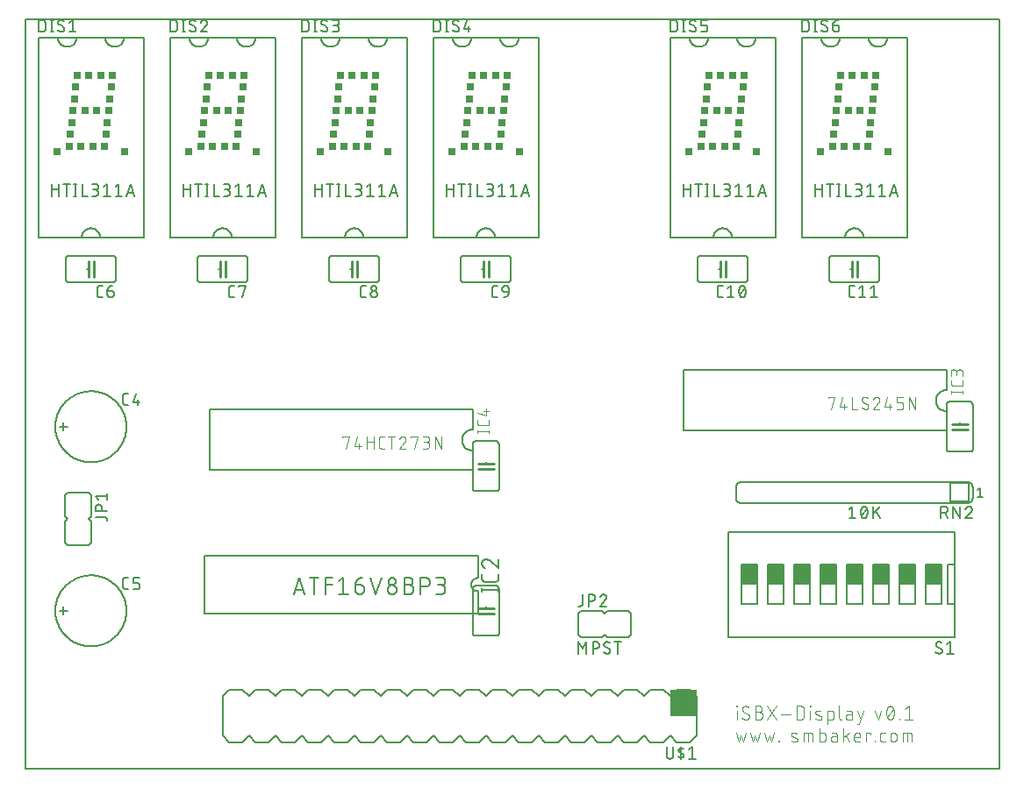
<source format=gto>
G04 EAGLE Gerber RS-274X export*
G75*
%MOMM*%
%FSLAX34Y34*%
%LPD*%
%INSilkscreen Top*%
%IPPOS*%
%AMOC8*
5,1,8,0,0,1.08239X$1,22.5*%
G01*
%ADD10C,0.101600*%
%ADD11C,0.152400*%
%ADD12C,0.254000*%
%ADD13C,0.177800*%
%ADD14C,0.127000*%
%ADD15R,1.524000X1.905000*%
%ADD16R,2.540000X2.540000*%
%ADD17R,0.635000X0.635000*%


D10*
X686675Y47244D02*
X686675Y56049D01*
X686308Y59718D02*
X686308Y60452D01*
X687042Y60452D01*
X687042Y59718D01*
X686308Y59718D01*
X695943Y47244D02*
X696050Y47246D01*
X696157Y47252D01*
X696264Y47262D01*
X696370Y47275D01*
X696476Y47293D01*
X696581Y47314D01*
X696685Y47339D01*
X696789Y47368D01*
X696891Y47401D01*
X696991Y47438D01*
X697091Y47478D01*
X697189Y47522D01*
X697285Y47569D01*
X697379Y47620D01*
X697472Y47674D01*
X697562Y47731D01*
X697651Y47792D01*
X697737Y47856D01*
X697820Y47923D01*
X697902Y47993D01*
X697980Y48066D01*
X698056Y48142D01*
X698129Y48220D01*
X698199Y48302D01*
X698266Y48385D01*
X698330Y48471D01*
X698391Y48560D01*
X698448Y48650D01*
X698502Y48743D01*
X698553Y48837D01*
X698600Y48933D01*
X698644Y49031D01*
X698684Y49131D01*
X698721Y49231D01*
X698754Y49333D01*
X698783Y49437D01*
X698808Y49541D01*
X698829Y49646D01*
X698847Y49752D01*
X698860Y49858D01*
X698870Y49965D01*
X698876Y50072D01*
X698878Y50179D01*
X695943Y47244D02*
X695790Y47246D01*
X695637Y47252D01*
X695485Y47261D01*
X695332Y47274D01*
X695180Y47291D01*
X695029Y47312D01*
X694877Y47336D01*
X694727Y47364D01*
X694577Y47396D01*
X694429Y47432D01*
X694281Y47471D01*
X694134Y47514D01*
X693988Y47560D01*
X693844Y47610D01*
X693700Y47664D01*
X693558Y47721D01*
X693418Y47781D01*
X693279Y47846D01*
X693142Y47913D01*
X693006Y47984D01*
X692872Y48058D01*
X692740Y48135D01*
X692610Y48216D01*
X692482Y48300D01*
X692356Y48387D01*
X692233Y48477D01*
X692111Y48570D01*
X691992Y48666D01*
X691876Y48765D01*
X691761Y48866D01*
X691650Y48971D01*
X691541Y49078D01*
X691907Y57517D02*
X691909Y57624D01*
X691915Y57731D01*
X691925Y57838D01*
X691938Y57944D01*
X691956Y58050D01*
X691977Y58155D01*
X692002Y58259D01*
X692031Y58363D01*
X692064Y58465D01*
X692101Y58565D01*
X692141Y58665D01*
X692185Y58763D01*
X692232Y58859D01*
X692283Y58953D01*
X692337Y59046D01*
X692394Y59136D01*
X692455Y59225D01*
X692519Y59311D01*
X692586Y59394D01*
X692656Y59476D01*
X692729Y59554D01*
X692805Y59630D01*
X692883Y59703D01*
X692965Y59773D01*
X693048Y59840D01*
X693134Y59904D01*
X693223Y59965D01*
X693313Y60022D01*
X693406Y60076D01*
X693500Y60127D01*
X693596Y60174D01*
X693694Y60218D01*
X693794Y60258D01*
X693894Y60295D01*
X693996Y60328D01*
X694100Y60357D01*
X694204Y60382D01*
X694309Y60403D01*
X694415Y60421D01*
X694521Y60434D01*
X694628Y60444D01*
X694735Y60450D01*
X694842Y60452D01*
X694990Y60450D01*
X695137Y60444D01*
X695284Y60434D01*
X695431Y60420D01*
X695578Y60403D01*
X695723Y60381D01*
X695869Y60355D01*
X696013Y60326D01*
X696157Y60293D01*
X696300Y60255D01*
X696442Y60214D01*
X696582Y60170D01*
X696722Y60121D01*
X696860Y60069D01*
X696996Y60013D01*
X697131Y59953D01*
X697264Y59890D01*
X697396Y59823D01*
X697526Y59753D01*
X697654Y59680D01*
X697779Y59602D01*
X697903Y59522D01*
X698025Y59438D01*
X698144Y59351D01*
X693375Y54949D02*
X693284Y55005D01*
X693195Y55064D01*
X693108Y55126D01*
X693024Y55191D01*
X692941Y55259D01*
X692862Y55330D01*
X692785Y55404D01*
X692711Y55481D01*
X692639Y55560D01*
X692571Y55642D01*
X692505Y55726D01*
X692442Y55813D01*
X692383Y55901D01*
X692327Y55992D01*
X692274Y56085D01*
X692224Y56179D01*
X692178Y56275D01*
X692135Y56373D01*
X692096Y56472D01*
X692060Y56573D01*
X692028Y56675D01*
X692000Y56778D01*
X691976Y56882D01*
X691955Y56986D01*
X691938Y57092D01*
X691924Y57197D01*
X691915Y57304D01*
X691909Y57410D01*
X691907Y57517D01*
X697410Y52747D02*
X697501Y52691D01*
X697590Y52632D01*
X697677Y52570D01*
X697761Y52505D01*
X697844Y52437D01*
X697923Y52366D01*
X698000Y52292D01*
X698074Y52215D01*
X698146Y52136D01*
X698214Y52054D01*
X698280Y51970D01*
X698343Y51883D01*
X698402Y51795D01*
X698458Y51704D01*
X698511Y51611D01*
X698561Y51517D01*
X698607Y51421D01*
X698650Y51323D01*
X698689Y51224D01*
X698725Y51123D01*
X698757Y51021D01*
X698785Y50918D01*
X698809Y50814D01*
X698830Y50710D01*
X698847Y50604D01*
X698861Y50499D01*
X698870Y50392D01*
X698876Y50286D01*
X698878Y50179D01*
X697411Y52747D02*
X693375Y54949D01*
X704521Y54582D02*
X708190Y54582D01*
X708310Y54580D01*
X708430Y54574D01*
X708550Y54564D01*
X708669Y54551D01*
X708788Y54533D01*
X708906Y54512D01*
X709023Y54486D01*
X709140Y54457D01*
X709255Y54424D01*
X709369Y54387D01*
X709482Y54347D01*
X709594Y54303D01*
X709704Y54255D01*
X709813Y54204D01*
X709920Y54149D01*
X710025Y54090D01*
X710127Y54029D01*
X710228Y53964D01*
X710327Y53895D01*
X710424Y53824D01*
X710518Y53749D01*
X710609Y53672D01*
X710698Y53591D01*
X710784Y53507D01*
X710868Y53421D01*
X710949Y53332D01*
X711026Y53241D01*
X711101Y53147D01*
X711172Y53050D01*
X711241Y52951D01*
X711306Y52850D01*
X711367Y52748D01*
X711426Y52643D01*
X711481Y52536D01*
X711532Y52427D01*
X711580Y52317D01*
X711624Y52205D01*
X711664Y52092D01*
X711701Y51978D01*
X711734Y51863D01*
X711763Y51746D01*
X711789Y51629D01*
X711810Y51511D01*
X711828Y51392D01*
X711841Y51273D01*
X711851Y51153D01*
X711857Y51033D01*
X711859Y50913D01*
X711857Y50793D01*
X711851Y50673D01*
X711841Y50553D01*
X711828Y50434D01*
X711810Y50315D01*
X711789Y50197D01*
X711763Y50080D01*
X711734Y49963D01*
X711701Y49848D01*
X711664Y49734D01*
X711624Y49621D01*
X711580Y49509D01*
X711532Y49399D01*
X711481Y49290D01*
X711426Y49183D01*
X711367Y49079D01*
X711306Y48976D01*
X711241Y48875D01*
X711172Y48776D01*
X711101Y48679D01*
X711026Y48585D01*
X710949Y48494D01*
X710868Y48405D01*
X710784Y48319D01*
X710698Y48235D01*
X710609Y48154D01*
X710518Y48077D01*
X710424Y48002D01*
X710327Y47931D01*
X710228Y47862D01*
X710127Y47797D01*
X710025Y47736D01*
X709920Y47677D01*
X709813Y47622D01*
X709704Y47571D01*
X709594Y47523D01*
X709482Y47479D01*
X709369Y47439D01*
X709255Y47402D01*
X709140Y47369D01*
X709023Y47340D01*
X708906Y47314D01*
X708788Y47293D01*
X708669Y47275D01*
X708550Y47262D01*
X708430Y47252D01*
X708310Y47246D01*
X708190Y47244D01*
X704521Y47244D01*
X704521Y60452D01*
X708190Y60452D01*
X708297Y60450D01*
X708404Y60444D01*
X708511Y60434D01*
X708617Y60421D01*
X708723Y60403D01*
X708828Y60382D01*
X708932Y60357D01*
X709036Y60328D01*
X709138Y60295D01*
X709238Y60258D01*
X709338Y60218D01*
X709436Y60174D01*
X709532Y60127D01*
X709626Y60076D01*
X709719Y60022D01*
X709809Y59965D01*
X709898Y59904D01*
X709984Y59840D01*
X710067Y59773D01*
X710149Y59703D01*
X710227Y59630D01*
X710303Y59554D01*
X710376Y59476D01*
X710446Y59394D01*
X710513Y59311D01*
X710577Y59225D01*
X710638Y59136D01*
X710695Y59046D01*
X710749Y58953D01*
X710800Y58859D01*
X710847Y58763D01*
X710891Y58665D01*
X710931Y58565D01*
X710968Y58465D01*
X711001Y58363D01*
X711030Y58259D01*
X711055Y58155D01*
X711076Y58050D01*
X711094Y57944D01*
X711107Y57838D01*
X711117Y57731D01*
X711123Y57624D01*
X711125Y57517D01*
X711123Y57410D01*
X711117Y57303D01*
X711107Y57196D01*
X711094Y57090D01*
X711076Y56984D01*
X711055Y56879D01*
X711030Y56775D01*
X711001Y56671D01*
X710968Y56569D01*
X710931Y56469D01*
X710891Y56369D01*
X710847Y56271D01*
X710800Y56175D01*
X710749Y56081D01*
X710695Y55988D01*
X710638Y55898D01*
X710577Y55809D01*
X710513Y55723D01*
X710446Y55640D01*
X710376Y55558D01*
X710303Y55480D01*
X710227Y55404D01*
X710149Y55331D01*
X710067Y55261D01*
X709984Y55194D01*
X709898Y55130D01*
X709809Y55069D01*
X709719Y55012D01*
X709626Y54958D01*
X709532Y54907D01*
X709436Y54860D01*
X709338Y54816D01*
X709238Y54776D01*
X709138Y54739D01*
X709036Y54706D01*
X708932Y54677D01*
X708828Y54652D01*
X708723Y54631D01*
X708617Y54613D01*
X708511Y54600D01*
X708404Y54590D01*
X708297Y54584D01*
X708190Y54582D01*
X715983Y47244D02*
X724788Y60452D01*
X715983Y60452D02*
X724788Y47244D01*
X729638Y52380D02*
X738443Y52380D01*
X744454Y47244D02*
X744454Y60452D01*
X748122Y60452D01*
X748242Y60450D01*
X748362Y60444D01*
X748482Y60434D01*
X748601Y60421D01*
X748720Y60403D01*
X748838Y60382D01*
X748955Y60356D01*
X749072Y60327D01*
X749187Y60294D01*
X749301Y60257D01*
X749414Y60217D01*
X749526Y60173D01*
X749636Y60125D01*
X749745Y60074D01*
X749852Y60019D01*
X749957Y59960D01*
X750059Y59899D01*
X750160Y59834D01*
X750259Y59765D01*
X750356Y59694D01*
X750450Y59619D01*
X750541Y59542D01*
X750630Y59461D01*
X750716Y59377D01*
X750800Y59291D01*
X750881Y59202D01*
X750958Y59111D01*
X751033Y59017D01*
X751104Y58920D01*
X751173Y58821D01*
X751238Y58720D01*
X751299Y58618D01*
X751358Y58513D01*
X751413Y58406D01*
X751464Y58297D01*
X751512Y58187D01*
X751556Y58075D01*
X751596Y57962D01*
X751633Y57848D01*
X751666Y57733D01*
X751695Y57616D01*
X751721Y57499D01*
X751742Y57381D01*
X751760Y57262D01*
X751773Y57143D01*
X751783Y57023D01*
X751789Y56903D01*
X751791Y56783D01*
X751791Y50913D01*
X751789Y50793D01*
X751783Y50673D01*
X751773Y50553D01*
X751760Y50434D01*
X751742Y50315D01*
X751721Y50197D01*
X751695Y50080D01*
X751666Y49963D01*
X751633Y49848D01*
X751596Y49734D01*
X751556Y49621D01*
X751512Y49509D01*
X751464Y49399D01*
X751413Y49290D01*
X751358Y49183D01*
X751299Y49079D01*
X751238Y48976D01*
X751173Y48875D01*
X751104Y48776D01*
X751033Y48679D01*
X750958Y48585D01*
X750881Y48494D01*
X750800Y48405D01*
X750716Y48319D01*
X750630Y48235D01*
X750541Y48154D01*
X750450Y48077D01*
X750356Y48002D01*
X750259Y47931D01*
X750160Y47862D01*
X750059Y47797D01*
X749957Y47736D01*
X749852Y47677D01*
X749745Y47622D01*
X749636Y47571D01*
X749526Y47523D01*
X749414Y47479D01*
X749301Y47439D01*
X749187Y47402D01*
X749072Y47369D01*
X748955Y47340D01*
X748838Y47314D01*
X748720Y47293D01*
X748601Y47275D01*
X748482Y47262D01*
X748362Y47252D01*
X748242Y47246D01*
X748122Y47244D01*
X744454Y47244D01*
X757510Y47244D02*
X757510Y56049D01*
X757143Y59718D02*
X757143Y60452D01*
X757877Y60452D01*
X757877Y59718D01*
X757143Y59718D01*
X763783Y52380D02*
X767452Y50913D01*
X763783Y52380D02*
X763704Y52414D01*
X763626Y52452D01*
X763549Y52493D01*
X763475Y52537D01*
X763403Y52585D01*
X763333Y52636D01*
X763266Y52690D01*
X763201Y52747D01*
X763138Y52808D01*
X763079Y52870D01*
X763022Y52936D01*
X762969Y53004D01*
X762918Y53074D01*
X762871Y53147D01*
X762827Y53222D01*
X762787Y53298D01*
X762750Y53377D01*
X762717Y53456D01*
X762687Y53538D01*
X762661Y53620D01*
X762639Y53704D01*
X762621Y53789D01*
X762607Y53874D01*
X762596Y53960D01*
X762590Y54046D01*
X762587Y54133D01*
X762588Y54220D01*
X762594Y54306D01*
X762603Y54392D01*
X762616Y54478D01*
X762633Y54563D01*
X762654Y54647D01*
X762678Y54730D01*
X762707Y54811D01*
X762739Y54892D01*
X762774Y54971D01*
X762814Y55048D01*
X762856Y55123D01*
X762903Y55196D01*
X762952Y55268D01*
X763004Y55336D01*
X763060Y55403D01*
X763119Y55466D01*
X763180Y55527D01*
X763244Y55586D01*
X763311Y55641D01*
X763380Y55693D01*
X763452Y55742D01*
X763525Y55787D01*
X763601Y55829D01*
X763678Y55868D01*
X763757Y55903D01*
X763838Y55935D01*
X763920Y55963D01*
X764003Y55987D01*
X764087Y56007D01*
X764172Y56023D01*
X764258Y56036D01*
X764344Y56044D01*
X764431Y56049D01*
X764517Y56050D01*
X764517Y56049D02*
X764717Y56044D01*
X764917Y56034D01*
X765117Y56019D01*
X765317Y55999D01*
X765516Y55975D01*
X765714Y55945D01*
X765911Y55911D01*
X766108Y55873D01*
X766303Y55829D01*
X766498Y55781D01*
X766691Y55728D01*
X766883Y55671D01*
X767074Y55609D01*
X767263Y55542D01*
X767450Y55471D01*
X767635Y55395D01*
X767819Y55315D01*
X767453Y50913D02*
X767532Y50879D01*
X767610Y50841D01*
X767687Y50800D01*
X767761Y50756D01*
X767833Y50708D01*
X767903Y50657D01*
X767970Y50603D01*
X768035Y50546D01*
X768098Y50485D01*
X768157Y50423D01*
X768214Y50357D01*
X768267Y50289D01*
X768318Y50219D01*
X768365Y50146D01*
X768409Y50071D01*
X768449Y49995D01*
X768486Y49916D01*
X768519Y49837D01*
X768549Y49755D01*
X768575Y49673D01*
X768597Y49589D01*
X768615Y49504D01*
X768629Y49419D01*
X768640Y49333D01*
X768646Y49247D01*
X768649Y49160D01*
X768648Y49073D01*
X768642Y48987D01*
X768633Y48901D01*
X768620Y48815D01*
X768603Y48730D01*
X768582Y48646D01*
X768558Y48563D01*
X768529Y48482D01*
X768497Y48401D01*
X768462Y48322D01*
X768422Y48245D01*
X768380Y48170D01*
X768333Y48097D01*
X768284Y48025D01*
X768232Y47957D01*
X768176Y47890D01*
X768117Y47827D01*
X768056Y47766D01*
X767992Y47707D01*
X767925Y47652D01*
X767856Y47600D01*
X767784Y47551D01*
X767711Y47506D01*
X767635Y47464D01*
X767558Y47425D01*
X767479Y47390D01*
X767398Y47358D01*
X767316Y47330D01*
X767233Y47306D01*
X767149Y47286D01*
X767064Y47270D01*
X766978Y47257D01*
X766892Y47249D01*
X766805Y47244D01*
X766719Y47243D01*
X766718Y47244D02*
X766424Y47252D01*
X766130Y47267D01*
X765836Y47288D01*
X765543Y47317D01*
X765251Y47352D01*
X764960Y47395D01*
X764670Y47444D01*
X764381Y47500D01*
X764093Y47563D01*
X763807Y47632D01*
X763523Y47709D01*
X763241Y47792D01*
X762961Y47882D01*
X762682Y47978D01*
X774267Y42841D02*
X774267Y56049D01*
X777935Y56049D01*
X778028Y56047D01*
X778122Y56041D01*
X778215Y56031D01*
X778307Y56017D01*
X778399Y56000D01*
X778490Y55978D01*
X778579Y55953D01*
X778668Y55923D01*
X778756Y55890D01*
X778842Y55854D01*
X778926Y55813D01*
X779008Y55770D01*
X779089Y55722D01*
X779167Y55672D01*
X779244Y55618D01*
X779318Y55560D01*
X779389Y55500D01*
X779458Y55437D01*
X779524Y55371D01*
X779587Y55302D01*
X779647Y55231D01*
X779705Y55157D01*
X779759Y55081D01*
X779809Y55002D01*
X779856Y54921D01*
X779900Y54839D01*
X779941Y54755D01*
X779977Y54669D01*
X780010Y54581D01*
X780040Y54493D01*
X780065Y54403D01*
X780087Y54312D01*
X780104Y54220D01*
X780118Y54128D01*
X780128Y54035D01*
X780134Y53941D01*
X780136Y53848D01*
X780137Y53848D02*
X780137Y49445D01*
X780136Y49445D02*
X780134Y49354D01*
X780128Y49263D01*
X780119Y49173D01*
X780106Y49083D01*
X780089Y48993D01*
X780069Y48905D01*
X780044Y48817D01*
X780017Y48730D01*
X779985Y48645D01*
X779951Y48561D01*
X779912Y48478D01*
X779871Y48397D01*
X779826Y48318D01*
X779778Y48241D01*
X779726Y48166D01*
X779672Y48093D01*
X779615Y48022D01*
X779554Y47954D01*
X779491Y47889D01*
X779426Y47826D01*
X779358Y47765D01*
X779287Y47708D01*
X779214Y47654D01*
X779139Y47602D01*
X779062Y47554D01*
X778983Y47509D01*
X778902Y47468D01*
X778819Y47429D01*
X778735Y47395D01*
X778650Y47363D01*
X778563Y47336D01*
X778475Y47311D01*
X778387Y47291D01*
X778297Y47274D01*
X778207Y47261D01*
X778117Y47252D01*
X778026Y47246D01*
X777935Y47244D01*
X774267Y47244D01*
X785480Y49445D02*
X785480Y60452D01*
X785481Y49445D02*
X785483Y49354D01*
X785489Y49263D01*
X785498Y49173D01*
X785511Y49083D01*
X785528Y48993D01*
X785548Y48905D01*
X785573Y48817D01*
X785600Y48730D01*
X785632Y48645D01*
X785666Y48561D01*
X785705Y48478D01*
X785746Y48397D01*
X785791Y48318D01*
X785839Y48241D01*
X785891Y48166D01*
X785945Y48093D01*
X786002Y48022D01*
X786063Y47954D01*
X786126Y47889D01*
X786191Y47826D01*
X786259Y47765D01*
X786330Y47708D01*
X786403Y47654D01*
X786478Y47602D01*
X786555Y47554D01*
X786634Y47509D01*
X786715Y47468D01*
X786798Y47429D01*
X786882Y47395D01*
X786967Y47363D01*
X787054Y47336D01*
X787142Y47311D01*
X787230Y47291D01*
X787320Y47274D01*
X787410Y47261D01*
X787500Y47252D01*
X787591Y47246D01*
X787682Y47244D01*
X794632Y52380D02*
X797934Y52380D01*
X794632Y52380D02*
X794532Y52378D01*
X794433Y52372D01*
X794334Y52363D01*
X794235Y52349D01*
X794137Y52332D01*
X794040Y52311D01*
X793943Y52286D01*
X793848Y52257D01*
X793754Y52225D01*
X793661Y52189D01*
X793569Y52150D01*
X793479Y52107D01*
X793391Y52060D01*
X793305Y52011D01*
X793221Y51958D01*
X793139Y51901D01*
X793059Y51842D01*
X792981Y51779D01*
X792906Y51714D01*
X792834Y51645D01*
X792764Y51574D01*
X792697Y51501D01*
X792633Y51424D01*
X792572Y51346D01*
X792514Y51264D01*
X792460Y51181D01*
X792408Y51096D01*
X792360Y51009D01*
X792315Y50920D01*
X792274Y50829D01*
X792236Y50737D01*
X792202Y50643D01*
X792172Y50549D01*
X792145Y50453D01*
X792122Y50356D01*
X792103Y50258D01*
X792088Y50160D01*
X792076Y50061D01*
X792068Y49961D01*
X792064Y49862D01*
X792064Y49762D01*
X792068Y49663D01*
X792076Y49563D01*
X792088Y49464D01*
X792103Y49366D01*
X792122Y49268D01*
X792145Y49171D01*
X792172Y49075D01*
X792202Y48981D01*
X792236Y48887D01*
X792274Y48795D01*
X792315Y48704D01*
X792360Y48615D01*
X792408Y48528D01*
X792460Y48443D01*
X792514Y48360D01*
X792572Y48278D01*
X792633Y48200D01*
X792697Y48123D01*
X792764Y48050D01*
X792834Y47979D01*
X792906Y47910D01*
X792981Y47845D01*
X793059Y47782D01*
X793139Y47723D01*
X793221Y47666D01*
X793305Y47613D01*
X793391Y47564D01*
X793479Y47517D01*
X793569Y47474D01*
X793661Y47435D01*
X793754Y47399D01*
X793848Y47367D01*
X793943Y47338D01*
X794040Y47313D01*
X794137Y47292D01*
X794235Y47275D01*
X794334Y47261D01*
X794433Y47252D01*
X794532Y47246D01*
X794632Y47244D01*
X797934Y47244D01*
X797934Y53848D01*
X797932Y53939D01*
X797926Y54030D01*
X797917Y54120D01*
X797904Y54210D01*
X797887Y54300D01*
X797867Y54388D01*
X797842Y54476D01*
X797815Y54563D01*
X797783Y54648D01*
X797749Y54732D01*
X797710Y54815D01*
X797669Y54896D01*
X797624Y54975D01*
X797576Y55052D01*
X797524Y55127D01*
X797470Y55200D01*
X797413Y55271D01*
X797352Y55339D01*
X797289Y55404D01*
X797224Y55467D01*
X797156Y55528D01*
X797085Y55585D01*
X797012Y55639D01*
X796937Y55691D01*
X796860Y55739D01*
X796781Y55784D01*
X796700Y55825D01*
X796617Y55864D01*
X796533Y55898D01*
X796448Y55930D01*
X796361Y55957D01*
X796273Y55982D01*
X796185Y56002D01*
X796095Y56019D01*
X796005Y56032D01*
X795915Y56041D01*
X795824Y56047D01*
X795733Y56049D01*
X792798Y56049D01*
X803221Y42841D02*
X804689Y42841D01*
X809091Y56049D01*
X803221Y56049D02*
X806156Y47244D01*
X820290Y56049D02*
X823225Y47244D01*
X826160Y56049D01*
X831078Y53848D02*
X831081Y54108D01*
X831090Y54367D01*
X831106Y54627D01*
X831128Y54886D01*
X831155Y55144D01*
X831189Y55402D01*
X831230Y55658D01*
X831276Y55914D01*
X831328Y56169D01*
X831387Y56422D01*
X831451Y56674D01*
X831522Y56924D01*
X831598Y57172D01*
X831680Y57418D01*
X831768Y57663D01*
X831862Y57905D01*
X831962Y58145D01*
X832068Y58383D01*
X832179Y58617D01*
X832178Y58618D02*
X832213Y58713D01*
X832251Y58808D01*
X832293Y58901D01*
X832339Y58992D01*
X832388Y59082D01*
X832440Y59170D01*
X832495Y59255D01*
X832554Y59339D01*
X832616Y59420D01*
X832680Y59499D01*
X832748Y59575D01*
X832819Y59649D01*
X832892Y59720D01*
X832968Y59788D01*
X833046Y59854D01*
X833127Y59916D01*
X833210Y59976D01*
X833295Y60032D01*
X833382Y60085D01*
X833471Y60134D01*
X833562Y60180D01*
X833655Y60223D01*
X833749Y60262D01*
X833845Y60298D01*
X833942Y60330D01*
X834040Y60359D01*
X834139Y60383D01*
X834239Y60404D01*
X834339Y60421D01*
X834440Y60435D01*
X834542Y60444D01*
X834644Y60450D01*
X834746Y60452D01*
X834848Y60450D01*
X834950Y60444D01*
X835052Y60435D01*
X835153Y60421D01*
X835253Y60404D01*
X835353Y60383D01*
X835452Y60359D01*
X835550Y60330D01*
X835647Y60298D01*
X835743Y60262D01*
X835837Y60223D01*
X835930Y60180D01*
X836021Y60134D01*
X836110Y60085D01*
X836197Y60032D01*
X836282Y59976D01*
X836365Y59916D01*
X836446Y59854D01*
X836524Y59788D01*
X836600Y59720D01*
X836673Y59649D01*
X836744Y59575D01*
X836812Y59499D01*
X836876Y59420D01*
X836938Y59339D01*
X836997Y59255D01*
X837052Y59170D01*
X837104Y59082D01*
X837153Y58992D01*
X837199Y58901D01*
X837241Y58808D01*
X837279Y58713D01*
X837314Y58618D01*
X837314Y58617D02*
X837425Y58382D01*
X837531Y58145D01*
X837631Y57905D01*
X837725Y57663D01*
X837813Y57418D01*
X837895Y57172D01*
X837971Y56924D01*
X838042Y56673D01*
X838106Y56422D01*
X838165Y56169D01*
X838217Y55914D01*
X838263Y55658D01*
X838304Y55402D01*
X838338Y55144D01*
X838365Y54886D01*
X838387Y54627D01*
X838403Y54367D01*
X838412Y54108D01*
X838415Y53848D01*
X831078Y53848D02*
X831081Y53588D01*
X831090Y53329D01*
X831106Y53069D01*
X831128Y52810D01*
X831155Y52552D01*
X831189Y52294D01*
X831230Y52038D01*
X831276Y51782D01*
X831328Y51527D01*
X831387Y51274D01*
X831451Y51023D01*
X831522Y50772D01*
X831598Y50524D01*
X831680Y50278D01*
X831768Y50033D01*
X831862Y49791D01*
X831962Y49551D01*
X832068Y49314D01*
X832179Y49079D01*
X832178Y49078D02*
X832213Y48983D01*
X832251Y48888D01*
X832293Y48795D01*
X832339Y48704D01*
X832388Y48614D01*
X832440Y48526D01*
X832495Y48441D01*
X832554Y48357D01*
X832616Y48276D01*
X832680Y48197D01*
X832748Y48121D01*
X832819Y48047D01*
X832892Y47976D01*
X832968Y47908D01*
X833046Y47842D01*
X833127Y47780D01*
X833210Y47720D01*
X833295Y47664D01*
X833382Y47611D01*
X833471Y47562D01*
X833562Y47516D01*
X833655Y47473D01*
X833749Y47434D01*
X833845Y47398D01*
X833942Y47366D01*
X834040Y47337D01*
X834139Y47313D01*
X834239Y47292D01*
X834339Y47275D01*
X834440Y47261D01*
X834542Y47252D01*
X834644Y47246D01*
X834746Y47244D01*
X837315Y49078D02*
X837426Y49313D01*
X837532Y49551D01*
X837632Y49791D01*
X837726Y50033D01*
X837814Y50277D01*
X837896Y50524D01*
X837972Y50772D01*
X838043Y51022D01*
X838107Y51274D01*
X838166Y51527D01*
X838218Y51782D01*
X838264Y52037D01*
X838305Y52294D01*
X838339Y52552D01*
X838366Y52810D01*
X838388Y53069D01*
X838404Y53328D01*
X838413Y53588D01*
X838416Y53848D01*
X837314Y49078D02*
X837279Y48983D01*
X837241Y48888D01*
X837199Y48795D01*
X837153Y48704D01*
X837104Y48614D01*
X837052Y48526D01*
X836997Y48441D01*
X836938Y48357D01*
X836876Y48276D01*
X836812Y48197D01*
X836744Y48121D01*
X836673Y48047D01*
X836600Y47976D01*
X836524Y47908D01*
X836446Y47842D01*
X836365Y47780D01*
X836282Y47720D01*
X836197Y47664D01*
X836110Y47611D01*
X836021Y47562D01*
X835930Y47516D01*
X835837Y47473D01*
X835743Y47434D01*
X835647Y47398D01*
X835550Y47366D01*
X835452Y47337D01*
X835353Y47313D01*
X835253Y47292D01*
X835153Y47275D01*
X835052Y47261D01*
X834950Y47252D01*
X834848Y47246D01*
X834746Y47244D01*
X831811Y50179D02*
X837682Y57517D01*
X843341Y47978D02*
X843341Y47244D01*
X843341Y47978D02*
X844074Y47978D01*
X844074Y47244D01*
X843341Y47244D01*
X849000Y57517D02*
X852669Y60452D01*
X852669Y47244D01*
X849000Y47244D02*
X856338Y47244D01*
X688509Y25908D02*
X686308Y34713D01*
X690711Y31778D02*
X688509Y25908D01*
X692912Y25908D02*
X690711Y31778D01*
X695113Y34713D02*
X692912Y25908D01*
X702164Y25908D02*
X699963Y34713D01*
X704366Y31778D02*
X702164Y25908D01*
X706567Y25908D02*
X704366Y31778D01*
X708768Y34713D02*
X706567Y25908D01*
X715819Y25908D02*
X713618Y34713D01*
X718021Y31778D02*
X715819Y25908D01*
X720222Y25908D02*
X718021Y31778D01*
X722423Y34713D02*
X720222Y25908D01*
X727042Y25908D02*
X727042Y26642D01*
X727775Y26642D01*
X727775Y25908D01*
X727042Y25908D01*
X740509Y31044D02*
X744178Y29577D01*
X740509Y31044D02*
X740430Y31078D01*
X740352Y31116D01*
X740275Y31157D01*
X740201Y31201D01*
X740129Y31249D01*
X740059Y31300D01*
X739992Y31354D01*
X739927Y31411D01*
X739864Y31472D01*
X739805Y31534D01*
X739748Y31600D01*
X739695Y31668D01*
X739644Y31738D01*
X739597Y31811D01*
X739553Y31886D01*
X739513Y31962D01*
X739476Y32041D01*
X739443Y32120D01*
X739413Y32202D01*
X739387Y32284D01*
X739365Y32368D01*
X739347Y32453D01*
X739333Y32538D01*
X739322Y32624D01*
X739316Y32710D01*
X739313Y32797D01*
X739314Y32884D01*
X739320Y32970D01*
X739329Y33056D01*
X739342Y33142D01*
X739359Y33227D01*
X739380Y33311D01*
X739404Y33394D01*
X739433Y33475D01*
X739465Y33556D01*
X739500Y33635D01*
X739540Y33712D01*
X739582Y33787D01*
X739629Y33860D01*
X739678Y33932D01*
X739730Y34000D01*
X739786Y34067D01*
X739845Y34130D01*
X739906Y34191D01*
X739970Y34250D01*
X740037Y34305D01*
X740106Y34357D01*
X740178Y34406D01*
X740251Y34451D01*
X740327Y34493D01*
X740404Y34532D01*
X740483Y34567D01*
X740564Y34599D01*
X740646Y34627D01*
X740729Y34651D01*
X740813Y34671D01*
X740898Y34687D01*
X740984Y34700D01*
X741070Y34708D01*
X741157Y34713D01*
X741243Y34714D01*
X741243Y34713D02*
X741443Y34708D01*
X741643Y34698D01*
X741843Y34683D01*
X742043Y34663D01*
X742242Y34639D01*
X742440Y34609D01*
X742637Y34575D01*
X742834Y34537D01*
X743029Y34493D01*
X743224Y34445D01*
X743417Y34392D01*
X743609Y34335D01*
X743800Y34273D01*
X743989Y34206D01*
X744176Y34135D01*
X744361Y34059D01*
X744545Y33979D01*
X744179Y29577D02*
X744258Y29543D01*
X744336Y29505D01*
X744413Y29464D01*
X744487Y29420D01*
X744559Y29372D01*
X744629Y29321D01*
X744696Y29267D01*
X744761Y29210D01*
X744824Y29149D01*
X744883Y29087D01*
X744940Y29021D01*
X744993Y28953D01*
X745044Y28883D01*
X745091Y28810D01*
X745135Y28735D01*
X745175Y28659D01*
X745212Y28580D01*
X745245Y28501D01*
X745275Y28419D01*
X745301Y28337D01*
X745323Y28253D01*
X745341Y28168D01*
X745355Y28083D01*
X745366Y27997D01*
X745372Y27911D01*
X745375Y27824D01*
X745374Y27737D01*
X745368Y27651D01*
X745359Y27565D01*
X745346Y27479D01*
X745329Y27394D01*
X745308Y27310D01*
X745284Y27227D01*
X745255Y27146D01*
X745223Y27065D01*
X745188Y26986D01*
X745148Y26909D01*
X745106Y26834D01*
X745059Y26761D01*
X745010Y26689D01*
X744958Y26621D01*
X744902Y26554D01*
X744843Y26491D01*
X744782Y26430D01*
X744718Y26371D01*
X744651Y26316D01*
X744582Y26264D01*
X744510Y26215D01*
X744437Y26170D01*
X744361Y26128D01*
X744284Y26089D01*
X744205Y26054D01*
X744124Y26022D01*
X744042Y25994D01*
X743959Y25970D01*
X743875Y25950D01*
X743790Y25934D01*
X743704Y25921D01*
X743618Y25913D01*
X743531Y25908D01*
X743445Y25907D01*
X743444Y25908D02*
X743150Y25916D01*
X742856Y25931D01*
X742562Y25952D01*
X742269Y25981D01*
X741977Y26016D01*
X741686Y26059D01*
X741396Y26108D01*
X741107Y26164D01*
X740819Y26227D01*
X740533Y26296D01*
X740249Y26373D01*
X739967Y26456D01*
X739687Y26546D01*
X739408Y26642D01*
X751169Y25908D02*
X751169Y34713D01*
X757773Y34713D01*
X757864Y34711D01*
X757955Y34705D01*
X758045Y34696D01*
X758135Y34683D01*
X758225Y34666D01*
X758313Y34646D01*
X758401Y34621D01*
X758488Y34594D01*
X758573Y34562D01*
X758657Y34528D01*
X758740Y34489D01*
X758821Y34448D01*
X758900Y34403D01*
X758977Y34355D01*
X759052Y34303D01*
X759125Y34249D01*
X759196Y34192D01*
X759264Y34131D01*
X759329Y34068D01*
X759392Y34003D01*
X759453Y33935D01*
X759510Y33864D01*
X759564Y33791D01*
X759616Y33716D01*
X759664Y33639D01*
X759709Y33560D01*
X759750Y33479D01*
X759789Y33396D01*
X759823Y33312D01*
X759855Y33227D01*
X759882Y33140D01*
X759907Y33052D01*
X759927Y32964D01*
X759944Y32874D01*
X759957Y32784D01*
X759966Y32694D01*
X759972Y32603D01*
X759974Y32512D01*
X759975Y32512D02*
X759975Y25908D01*
X755572Y25908D02*
X755572Y34713D01*
X766354Y39116D02*
X766354Y25908D01*
X770023Y25908D01*
X770116Y25910D01*
X770210Y25916D01*
X770303Y25926D01*
X770395Y25940D01*
X770487Y25957D01*
X770578Y25979D01*
X770667Y26004D01*
X770756Y26034D01*
X770844Y26067D01*
X770930Y26103D01*
X771014Y26144D01*
X771096Y26187D01*
X771177Y26235D01*
X771255Y26285D01*
X771332Y26339D01*
X771406Y26397D01*
X771477Y26457D01*
X771546Y26520D01*
X771612Y26586D01*
X771675Y26655D01*
X771735Y26726D01*
X771793Y26800D01*
X771847Y26876D01*
X771897Y26955D01*
X771944Y27036D01*
X771988Y27118D01*
X772029Y27202D01*
X772065Y27288D01*
X772098Y27376D01*
X772128Y27464D01*
X772153Y27554D01*
X772175Y27645D01*
X772192Y27737D01*
X772206Y27829D01*
X772216Y27922D01*
X772222Y28016D01*
X772224Y28109D01*
X772225Y28109D02*
X772225Y32512D01*
X772224Y32512D02*
X772222Y32603D01*
X772216Y32694D01*
X772207Y32784D01*
X772194Y32874D01*
X772177Y32964D01*
X772157Y33052D01*
X772132Y33140D01*
X772105Y33227D01*
X772073Y33312D01*
X772039Y33396D01*
X772000Y33479D01*
X771959Y33560D01*
X771914Y33639D01*
X771866Y33716D01*
X771814Y33791D01*
X771760Y33864D01*
X771703Y33935D01*
X771642Y34003D01*
X771579Y34068D01*
X771514Y34131D01*
X771446Y34192D01*
X771375Y34249D01*
X771302Y34303D01*
X771227Y34355D01*
X771150Y34403D01*
X771071Y34448D01*
X770990Y34489D01*
X770907Y34528D01*
X770823Y34562D01*
X770738Y34594D01*
X770651Y34621D01*
X770563Y34646D01*
X770475Y34666D01*
X770385Y34683D01*
X770295Y34696D01*
X770205Y34705D01*
X770114Y34711D01*
X770023Y34713D01*
X766354Y34713D01*
X779892Y31044D02*
X783194Y31044D01*
X779892Y31044D02*
X779792Y31042D01*
X779693Y31036D01*
X779594Y31027D01*
X779495Y31013D01*
X779397Y30996D01*
X779300Y30975D01*
X779203Y30950D01*
X779108Y30921D01*
X779014Y30889D01*
X778921Y30853D01*
X778829Y30814D01*
X778739Y30771D01*
X778651Y30724D01*
X778565Y30675D01*
X778481Y30622D01*
X778399Y30565D01*
X778319Y30506D01*
X778241Y30443D01*
X778166Y30378D01*
X778094Y30309D01*
X778024Y30238D01*
X777957Y30165D01*
X777893Y30088D01*
X777832Y30010D01*
X777774Y29928D01*
X777720Y29845D01*
X777668Y29760D01*
X777620Y29673D01*
X777575Y29584D01*
X777534Y29493D01*
X777496Y29401D01*
X777462Y29307D01*
X777432Y29213D01*
X777405Y29117D01*
X777382Y29020D01*
X777363Y28922D01*
X777348Y28824D01*
X777336Y28725D01*
X777328Y28625D01*
X777324Y28526D01*
X777324Y28426D01*
X777328Y28327D01*
X777336Y28227D01*
X777348Y28128D01*
X777363Y28030D01*
X777382Y27932D01*
X777405Y27835D01*
X777432Y27739D01*
X777462Y27645D01*
X777496Y27551D01*
X777534Y27459D01*
X777575Y27368D01*
X777620Y27279D01*
X777668Y27192D01*
X777720Y27107D01*
X777774Y27024D01*
X777832Y26942D01*
X777893Y26864D01*
X777957Y26787D01*
X778024Y26714D01*
X778094Y26643D01*
X778166Y26574D01*
X778241Y26509D01*
X778319Y26446D01*
X778399Y26387D01*
X778481Y26330D01*
X778565Y26277D01*
X778651Y26228D01*
X778739Y26181D01*
X778829Y26138D01*
X778921Y26099D01*
X779014Y26063D01*
X779108Y26031D01*
X779203Y26002D01*
X779300Y25977D01*
X779397Y25956D01*
X779495Y25939D01*
X779594Y25925D01*
X779693Y25916D01*
X779792Y25910D01*
X779892Y25908D01*
X783194Y25908D01*
X783194Y32512D01*
X783192Y32603D01*
X783186Y32694D01*
X783177Y32784D01*
X783164Y32874D01*
X783147Y32964D01*
X783127Y33052D01*
X783102Y33140D01*
X783075Y33227D01*
X783043Y33312D01*
X783009Y33396D01*
X782970Y33479D01*
X782929Y33560D01*
X782884Y33639D01*
X782836Y33716D01*
X782784Y33791D01*
X782730Y33864D01*
X782673Y33935D01*
X782612Y34003D01*
X782549Y34068D01*
X782484Y34131D01*
X782416Y34192D01*
X782345Y34249D01*
X782272Y34303D01*
X782197Y34355D01*
X782120Y34403D01*
X782041Y34448D01*
X781960Y34489D01*
X781877Y34528D01*
X781793Y34562D01*
X781708Y34594D01*
X781621Y34621D01*
X781533Y34646D01*
X781445Y34666D01*
X781355Y34683D01*
X781265Y34696D01*
X781175Y34705D01*
X781084Y34711D01*
X780993Y34713D01*
X778058Y34713D01*
X789478Y39116D02*
X789478Y25908D01*
X789478Y30311D02*
X795349Y34713D01*
X792047Y32145D02*
X795349Y25908D01*
X802204Y25908D02*
X805873Y25908D01*
X802204Y25908D02*
X802113Y25910D01*
X802022Y25916D01*
X801932Y25925D01*
X801842Y25938D01*
X801752Y25955D01*
X801664Y25975D01*
X801576Y26000D01*
X801489Y26027D01*
X801404Y26059D01*
X801320Y26093D01*
X801237Y26132D01*
X801156Y26173D01*
X801077Y26218D01*
X801000Y26266D01*
X800925Y26318D01*
X800852Y26372D01*
X800781Y26429D01*
X800713Y26490D01*
X800648Y26553D01*
X800585Y26618D01*
X800524Y26686D01*
X800467Y26757D01*
X800413Y26830D01*
X800361Y26905D01*
X800313Y26982D01*
X800268Y27061D01*
X800227Y27142D01*
X800188Y27225D01*
X800154Y27309D01*
X800122Y27394D01*
X800095Y27481D01*
X800070Y27569D01*
X800050Y27657D01*
X800033Y27747D01*
X800020Y27837D01*
X800011Y27927D01*
X800005Y28018D01*
X800003Y28109D01*
X800003Y31778D01*
X800005Y31885D01*
X800011Y31992D01*
X800021Y32099D01*
X800034Y32205D01*
X800052Y32311D01*
X800073Y32416D01*
X800098Y32520D01*
X800127Y32624D01*
X800160Y32726D01*
X800197Y32826D01*
X800237Y32926D01*
X800281Y33024D01*
X800328Y33120D01*
X800379Y33214D01*
X800433Y33307D01*
X800490Y33397D01*
X800551Y33486D01*
X800615Y33572D01*
X800682Y33655D01*
X800752Y33737D01*
X800825Y33815D01*
X800901Y33891D01*
X800979Y33964D01*
X801061Y34034D01*
X801144Y34101D01*
X801230Y34165D01*
X801319Y34226D01*
X801409Y34283D01*
X801502Y34337D01*
X801596Y34388D01*
X801692Y34435D01*
X801790Y34479D01*
X801890Y34519D01*
X801990Y34556D01*
X802092Y34589D01*
X802196Y34618D01*
X802300Y34643D01*
X802405Y34664D01*
X802511Y34682D01*
X802617Y34695D01*
X802724Y34705D01*
X802831Y34711D01*
X802938Y34713D01*
X803045Y34711D01*
X803152Y34705D01*
X803259Y34695D01*
X803365Y34682D01*
X803471Y34664D01*
X803576Y34643D01*
X803680Y34618D01*
X803784Y34589D01*
X803886Y34556D01*
X803986Y34519D01*
X804086Y34479D01*
X804184Y34435D01*
X804280Y34388D01*
X804374Y34337D01*
X804467Y34283D01*
X804557Y34226D01*
X804646Y34165D01*
X804732Y34101D01*
X804815Y34034D01*
X804897Y33964D01*
X804975Y33891D01*
X805051Y33815D01*
X805124Y33737D01*
X805194Y33655D01*
X805261Y33572D01*
X805325Y33486D01*
X805386Y33397D01*
X805443Y33307D01*
X805497Y33214D01*
X805548Y33120D01*
X805595Y33024D01*
X805639Y32926D01*
X805679Y32826D01*
X805716Y32726D01*
X805749Y32624D01*
X805778Y32520D01*
X805803Y32416D01*
X805824Y32311D01*
X805842Y32205D01*
X805855Y32099D01*
X805865Y31992D01*
X805871Y31885D01*
X805873Y31778D01*
X805873Y30311D01*
X800003Y30311D01*
X811595Y34713D02*
X811595Y25908D01*
X811595Y34713D02*
X815997Y34713D01*
X815997Y33246D01*
X819640Y26642D02*
X819640Y25908D01*
X819640Y26642D02*
X820373Y26642D01*
X820373Y25908D01*
X819640Y25908D01*
X827395Y25908D02*
X830330Y25908D01*
X827395Y25908D02*
X827304Y25910D01*
X827213Y25916D01*
X827123Y25925D01*
X827033Y25938D01*
X826943Y25955D01*
X826855Y25975D01*
X826767Y26000D01*
X826680Y26027D01*
X826595Y26059D01*
X826511Y26093D01*
X826428Y26132D01*
X826347Y26173D01*
X826268Y26218D01*
X826191Y26266D01*
X826116Y26318D01*
X826043Y26372D01*
X825972Y26429D01*
X825904Y26490D01*
X825839Y26553D01*
X825776Y26618D01*
X825715Y26686D01*
X825658Y26757D01*
X825604Y26830D01*
X825552Y26905D01*
X825504Y26982D01*
X825459Y27061D01*
X825418Y27142D01*
X825379Y27225D01*
X825345Y27309D01*
X825313Y27394D01*
X825286Y27481D01*
X825261Y27569D01*
X825241Y27657D01*
X825224Y27747D01*
X825211Y27837D01*
X825202Y27927D01*
X825196Y28018D01*
X825194Y28109D01*
X825193Y28109D02*
X825193Y32512D01*
X825194Y32512D02*
X825196Y32603D01*
X825202Y32694D01*
X825211Y32784D01*
X825224Y32874D01*
X825241Y32964D01*
X825261Y33052D01*
X825286Y33140D01*
X825313Y33227D01*
X825345Y33312D01*
X825379Y33396D01*
X825418Y33479D01*
X825459Y33560D01*
X825504Y33639D01*
X825552Y33716D01*
X825604Y33791D01*
X825658Y33864D01*
X825715Y33935D01*
X825776Y34003D01*
X825839Y34068D01*
X825904Y34131D01*
X825972Y34192D01*
X826043Y34249D01*
X826116Y34303D01*
X826191Y34355D01*
X826268Y34403D01*
X826347Y34448D01*
X826428Y34489D01*
X826511Y34528D01*
X826595Y34562D01*
X826680Y34594D01*
X826767Y34621D01*
X826855Y34646D01*
X826943Y34666D01*
X827033Y34683D01*
X827123Y34696D01*
X827213Y34705D01*
X827304Y34711D01*
X827395Y34713D01*
X830330Y34713D01*
X834994Y31778D02*
X834994Y28843D01*
X834994Y31778D02*
X834996Y31885D01*
X835002Y31992D01*
X835012Y32099D01*
X835025Y32205D01*
X835043Y32311D01*
X835064Y32416D01*
X835089Y32520D01*
X835118Y32624D01*
X835151Y32726D01*
X835188Y32826D01*
X835228Y32926D01*
X835272Y33024D01*
X835319Y33120D01*
X835370Y33214D01*
X835424Y33307D01*
X835481Y33397D01*
X835542Y33486D01*
X835606Y33572D01*
X835673Y33655D01*
X835743Y33737D01*
X835816Y33815D01*
X835892Y33891D01*
X835970Y33964D01*
X836052Y34034D01*
X836135Y34101D01*
X836221Y34165D01*
X836310Y34226D01*
X836400Y34283D01*
X836493Y34337D01*
X836587Y34388D01*
X836683Y34435D01*
X836781Y34479D01*
X836881Y34519D01*
X836981Y34556D01*
X837083Y34589D01*
X837187Y34618D01*
X837291Y34643D01*
X837396Y34664D01*
X837502Y34682D01*
X837608Y34695D01*
X837715Y34705D01*
X837822Y34711D01*
X837929Y34713D01*
X838036Y34711D01*
X838143Y34705D01*
X838250Y34695D01*
X838356Y34682D01*
X838462Y34664D01*
X838567Y34643D01*
X838671Y34618D01*
X838775Y34589D01*
X838877Y34556D01*
X838977Y34519D01*
X839077Y34479D01*
X839175Y34435D01*
X839271Y34388D01*
X839365Y34337D01*
X839458Y34283D01*
X839548Y34226D01*
X839637Y34165D01*
X839723Y34101D01*
X839806Y34034D01*
X839888Y33964D01*
X839966Y33891D01*
X840042Y33815D01*
X840115Y33737D01*
X840185Y33655D01*
X840252Y33572D01*
X840316Y33486D01*
X840377Y33397D01*
X840434Y33307D01*
X840488Y33214D01*
X840539Y33120D01*
X840586Y33024D01*
X840630Y32926D01*
X840670Y32826D01*
X840707Y32726D01*
X840740Y32624D01*
X840769Y32520D01*
X840794Y32416D01*
X840815Y32311D01*
X840833Y32205D01*
X840846Y32099D01*
X840856Y31992D01*
X840862Y31885D01*
X840864Y31778D01*
X840864Y28843D01*
X840862Y28736D01*
X840856Y28629D01*
X840846Y28522D01*
X840833Y28416D01*
X840815Y28310D01*
X840794Y28205D01*
X840769Y28101D01*
X840740Y27997D01*
X840707Y27895D01*
X840670Y27795D01*
X840630Y27695D01*
X840586Y27597D01*
X840539Y27501D01*
X840488Y27407D01*
X840434Y27314D01*
X840377Y27224D01*
X840316Y27135D01*
X840252Y27049D01*
X840185Y26966D01*
X840115Y26884D01*
X840042Y26806D01*
X839966Y26730D01*
X839888Y26657D01*
X839806Y26587D01*
X839723Y26520D01*
X839637Y26456D01*
X839548Y26395D01*
X839458Y26338D01*
X839365Y26284D01*
X839271Y26233D01*
X839175Y26186D01*
X839077Y26142D01*
X838977Y26102D01*
X838877Y26065D01*
X838775Y26032D01*
X838671Y26003D01*
X838567Y25978D01*
X838462Y25957D01*
X838356Y25939D01*
X838250Y25926D01*
X838143Y25916D01*
X838036Y25910D01*
X837929Y25908D01*
X837822Y25910D01*
X837715Y25916D01*
X837608Y25926D01*
X837502Y25939D01*
X837396Y25957D01*
X837291Y25978D01*
X837187Y26003D01*
X837083Y26032D01*
X836981Y26065D01*
X836881Y26102D01*
X836781Y26142D01*
X836683Y26186D01*
X836587Y26233D01*
X836493Y26284D01*
X836400Y26338D01*
X836310Y26395D01*
X836221Y26456D01*
X836135Y26520D01*
X836052Y26587D01*
X835970Y26657D01*
X835892Y26730D01*
X835816Y26806D01*
X835743Y26884D01*
X835673Y26966D01*
X835606Y27049D01*
X835542Y27135D01*
X835481Y27224D01*
X835424Y27314D01*
X835370Y27407D01*
X835319Y27501D01*
X835272Y27597D01*
X835228Y27695D01*
X835188Y27795D01*
X835151Y27895D01*
X835118Y27997D01*
X835089Y28101D01*
X835064Y28205D01*
X835043Y28310D01*
X835025Y28416D01*
X835012Y28522D01*
X835002Y28629D01*
X834996Y28736D01*
X834994Y28843D01*
X846754Y25908D02*
X846754Y34713D01*
X853358Y34713D01*
X853449Y34711D01*
X853540Y34705D01*
X853630Y34696D01*
X853720Y34683D01*
X853810Y34666D01*
X853898Y34646D01*
X853986Y34621D01*
X854073Y34594D01*
X854158Y34562D01*
X854242Y34528D01*
X854325Y34489D01*
X854406Y34448D01*
X854485Y34403D01*
X854562Y34355D01*
X854637Y34303D01*
X854710Y34249D01*
X854781Y34192D01*
X854849Y34131D01*
X854914Y34068D01*
X854977Y34003D01*
X855038Y33935D01*
X855095Y33864D01*
X855149Y33791D01*
X855201Y33716D01*
X855249Y33639D01*
X855294Y33560D01*
X855335Y33479D01*
X855374Y33396D01*
X855408Y33312D01*
X855440Y33227D01*
X855467Y33140D01*
X855492Y33052D01*
X855512Y32964D01*
X855529Y32874D01*
X855542Y32784D01*
X855551Y32694D01*
X855557Y32603D01*
X855559Y32512D01*
X855560Y32512D02*
X855560Y25908D01*
X851157Y25908D02*
X851157Y34713D01*
D11*
X431800Y270510D02*
X431800Y313690D01*
X457200Y313690D02*
X457200Y270510D01*
X454660Y316230D02*
X434340Y316230D01*
X434340Y267970D02*
X454660Y267970D01*
X431800Y313690D02*
X431802Y313790D01*
X431808Y313889D01*
X431818Y313989D01*
X431831Y314087D01*
X431849Y314186D01*
X431870Y314283D01*
X431895Y314379D01*
X431924Y314475D01*
X431957Y314569D01*
X431993Y314662D01*
X432033Y314753D01*
X432077Y314843D01*
X432124Y314931D01*
X432174Y315017D01*
X432228Y315101D01*
X432285Y315183D01*
X432345Y315262D01*
X432409Y315340D01*
X432475Y315414D01*
X432544Y315486D01*
X432616Y315555D01*
X432690Y315621D01*
X432768Y315685D01*
X432847Y315745D01*
X432929Y315802D01*
X433013Y315856D01*
X433099Y315906D01*
X433187Y315953D01*
X433277Y315997D01*
X433368Y316037D01*
X433461Y316073D01*
X433555Y316106D01*
X433651Y316135D01*
X433747Y316160D01*
X433844Y316181D01*
X433943Y316199D01*
X434041Y316212D01*
X434141Y316222D01*
X434240Y316228D01*
X434340Y316230D01*
X431800Y270510D02*
X431802Y270410D01*
X431808Y270311D01*
X431818Y270211D01*
X431831Y270113D01*
X431849Y270014D01*
X431870Y269917D01*
X431895Y269821D01*
X431924Y269725D01*
X431957Y269631D01*
X431993Y269538D01*
X432033Y269447D01*
X432077Y269357D01*
X432124Y269269D01*
X432174Y269183D01*
X432228Y269099D01*
X432285Y269017D01*
X432345Y268938D01*
X432409Y268860D01*
X432475Y268786D01*
X432544Y268714D01*
X432616Y268645D01*
X432690Y268579D01*
X432768Y268515D01*
X432847Y268455D01*
X432929Y268398D01*
X433013Y268344D01*
X433099Y268294D01*
X433187Y268247D01*
X433277Y268203D01*
X433368Y268163D01*
X433461Y268127D01*
X433555Y268094D01*
X433651Y268065D01*
X433747Y268040D01*
X433844Y268019D01*
X433943Y268001D01*
X434041Y267988D01*
X434141Y267978D01*
X434240Y267972D01*
X434340Y267970D01*
X457200Y313690D02*
X457198Y313790D01*
X457192Y313889D01*
X457182Y313989D01*
X457169Y314087D01*
X457151Y314186D01*
X457130Y314283D01*
X457105Y314379D01*
X457076Y314475D01*
X457043Y314569D01*
X457007Y314662D01*
X456967Y314753D01*
X456923Y314843D01*
X456876Y314931D01*
X456826Y315017D01*
X456772Y315101D01*
X456715Y315183D01*
X456655Y315262D01*
X456591Y315340D01*
X456525Y315414D01*
X456456Y315486D01*
X456384Y315555D01*
X456310Y315621D01*
X456232Y315685D01*
X456153Y315745D01*
X456071Y315802D01*
X455987Y315856D01*
X455901Y315906D01*
X455813Y315953D01*
X455723Y315997D01*
X455632Y316037D01*
X455539Y316073D01*
X455445Y316106D01*
X455349Y316135D01*
X455253Y316160D01*
X455156Y316181D01*
X455057Y316199D01*
X454959Y316212D01*
X454859Y316222D01*
X454760Y316228D01*
X454660Y316230D01*
X457200Y270510D02*
X457198Y270410D01*
X457192Y270311D01*
X457182Y270211D01*
X457169Y270113D01*
X457151Y270014D01*
X457130Y269917D01*
X457105Y269821D01*
X457076Y269725D01*
X457043Y269631D01*
X457007Y269538D01*
X456967Y269447D01*
X456923Y269357D01*
X456876Y269269D01*
X456826Y269183D01*
X456772Y269099D01*
X456715Y269017D01*
X456655Y268938D01*
X456591Y268860D01*
X456525Y268786D01*
X456456Y268714D01*
X456384Y268645D01*
X456310Y268579D01*
X456232Y268515D01*
X456153Y268455D01*
X456071Y268398D01*
X455987Y268344D01*
X455901Y268294D01*
X455813Y268247D01*
X455723Y268203D01*
X455632Y268163D01*
X455539Y268127D01*
X455445Y268094D01*
X455349Y268065D01*
X455253Y268040D01*
X455156Y268019D01*
X455057Y268001D01*
X454959Y267988D01*
X454859Y267978D01*
X454760Y267972D01*
X454660Y267970D01*
X444500Y294640D02*
X444500Y295910D01*
D12*
X444500Y294640D02*
X436880Y294640D01*
X444500Y294640D02*
X452120Y294640D01*
X444500Y289560D02*
X436880Y289560D01*
X444500Y289560D02*
X452120Y289560D01*
D11*
X444500Y289560D02*
X444500Y288290D01*
X889000Y308610D02*
X889000Y351790D01*
X914400Y351790D02*
X914400Y308610D01*
X911860Y354330D02*
X891540Y354330D01*
X891540Y306070D02*
X911860Y306070D01*
X889000Y351790D02*
X889002Y351890D01*
X889008Y351989D01*
X889018Y352089D01*
X889031Y352187D01*
X889049Y352286D01*
X889070Y352383D01*
X889095Y352479D01*
X889124Y352575D01*
X889157Y352669D01*
X889193Y352762D01*
X889233Y352853D01*
X889277Y352943D01*
X889324Y353031D01*
X889374Y353117D01*
X889428Y353201D01*
X889485Y353283D01*
X889545Y353362D01*
X889609Y353440D01*
X889675Y353514D01*
X889744Y353586D01*
X889816Y353655D01*
X889890Y353721D01*
X889968Y353785D01*
X890047Y353845D01*
X890129Y353902D01*
X890213Y353956D01*
X890299Y354006D01*
X890387Y354053D01*
X890477Y354097D01*
X890568Y354137D01*
X890661Y354173D01*
X890755Y354206D01*
X890851Y354235D01*
X890947Y354260D01*
X891044Y354281D01*
X891143Y354299D01*
X891241Y354312D01*
X891341Y354322D01*
X891440Y354328D01*
X891540Y354330D01*
X889000Y308610D02*
X889002Y308510D01*
X889008Y308411D01*
X889018Y308311D01*
X889031Y308213D01*
X889049Y308114D01*
X889070Y308017D01*
X889095Y307921D01*
X889124Y307825D01*
X889157Y307731D01*
X889193Y307638D01*
X889233Y307547D01*
X889277Y307457D01*
X889324Y307369D01*
X889374Y307283D01*
X889428Y307199D01*
X889485Y307117D01*
X889545Y307038D01*
X889609Y306960D01*
X889675Y306886D01*
X889744Y306814D01*
X889816Y306745D01*
X889890Y306679D01*
X889968Y306615D01*
X890047Y306555D01*
X890129Y306498D01*
X890213Y306444D01*
X890299Y306394D01*
X890387Y306347D01*
X890477Y306303D01*
X890568Y306263D01*
X890661Y306227D01*
X890755Y306194D01*
X890851Y306165D01*
X890947Y306140D01*
X891044Y306119D01*
X891143Y306101D01*
X891241Y306088D01*
X891341Y306078D01*
X891440Y306072D01*
X891540Y306070D01*
X914400Y351790D02*
X914398Y351890D01*
X914392Y351989D01*
X914382Y352089D01*
X914369Y352187D01*
X914351Y352286D01*
X914330Y352383D01*
X914305Y352479D01*
X914276Y352575D01*
X914243Y352669D01*
X914207Y352762D01*
X914167Y352853D01*
X914123Y352943D01*
X914076Y353031D01*
X914026Y353117D01*
X913972Y353201D01*
X913915Y353283D01*
X913855Y353362D01*
X913791Y353440D01*
X913725Y353514D01*
X913656Y353586D01*
X913584Y353655D01*
X913510Y353721D01*
X913432Y353785D01*
X913353Y353845D01*
X913271Y353902D01*
X913187Y353956D01*
X913101Y354006D01*
X913013Y354053D01*
X912923Y354097D01*
X912832Y354137D01*
X912739Y354173D01*
X912645Y354206D01*
X912549Y354235D01*
X912453Y354260D01*
X912356Y354281D01*
X912257Y354299D01*
X912159Y354312D01*
X912059Y354322D01*
X911960Y354328D01*
X911860Y354330D01*
X914400Y308610D02*
X914398Y308510D01*
X914392Y308411D01*
X914382Y308311D01*
X914369Y308213D01*
X914351Y308114D01*
X914330Y308017D01*
X914305Y307921D01*
X914276Y307825D01*
X914243Y307731D01*
X914207Y307638D01*
X914167Y307547D01*
X914123Y307457D01*
X914076Y307369D01*
X914026Y307283D01*
X913972Y307199D01*
X913915Y307117D01*
X913855Y307038D01*
X913791Y306960D01*
X913725Y306886D01*
X913656Y306814D01*
X913584Y306745D01*
X913510Y306679D01*
X913432Y306615D01*
X913353Y306555D01*
X913271Y306498D01*
X913187Y306444D01*
X913101Y306394D01*
X913013Y306347D01*
X912923Y306303D01*
X912832Y306263D01*
X912739Y306227D01*
X912645Y306194D01*
X912549Y306165D01*
X912453Y306140D01*
X912356Y306119D01*
X912257Y306101D01*
X912159Y306088D01*
X912059Y306078D01*
X911960Y306072D01*
X911860Y306070D01*
X901700Y332740D02*
X901700Y334010D01*
D12*
X901700Y332740D02*
X894080Y332740D01*
X901700Y332740D02*
X909320Y332740D01*
X901700Y327660D02*
X894080Y327660D01*
X901700Y327660D02*
X909320Y327660D01*
D11*
X901700Y327660D02*
X901700Y326390D01*
X431800Y173990D02*
X431800Y130810D01*
X457200Y130810D02*
X457200Y173990D01*
X454660Y176530D02*
X434340Y176530D01*
X434340Y128270D02*
X454660Y128270D01*
X431800Y173990D02*
X431802Y174090D01*
X431808Y174189D01*
X431818Y174289D01*
X431831Y174387D01*
X431849Y174486D01*
X431870Y174583D01*
X431895Y174679D01*
X431924Y174775D01*
X431957Y174869D01*
X431993Y174962D01*
X432033Y175053D01*
X432077Y175143D01*
X432124Y175231D01*
X432174Y175317D01*
X432228Y175401D01*
X432285Y175483D01*
X432345Y175562D01*
X432409Y175640D01*
X432475Y175714D01*
X432544Y175786D01*
X432616Y175855D01*
X432690Y175921D01*
X432768Y175985D01*
X432847Y176045D01*
X432929Y176102D01*
X433013Y176156D01*
X433099Y176206D01*
X433187Y176253D01*
X433277Y176297D01*
X433368Y176337D01*
X433461Y176373D01*
X433555Y176406D01*
X433651Y176435D01*
X433747Y176460D01*
X433844Y176481D01*
X433943Y176499D01*
X434041Y176512D01*
X434141Y176522D01*
X434240Y176528D01*
X434340Y176530D01*
X431800Y130810D02*
X431802Y130710D01*
X431808Y130611D01*
X431818Y130511D01*
X431831Y130413D01*
X431849Y130314D01*
X431870Y130217D01*
X431895Y130121D01*
X431924Y130025D01*
X431957Y129931D01*
X431993Y129838D01*
X432033Y129747D01*
X432077Y129657D01*
X432124Y129569D01*
X432174Y129483D01*
X432228Y129399D01*
X432285Y129317D01*
X432345Y129238D01*
X432409Y129160D01*
X432475Y129086D01*
X432544Y129014D01*
X432616Y128945D01*
X432690Y128879D01*
X432768Y128815D01*
X432847Y128755D01*
X432929Y128698D01*
X433013Y128644D01*
X433099Y128594D01*
X433187Y128547D01*
X433277Y128503D01*
X433368Y128463D01*
X433461Y128427D01*
X433555Y128394D01*
X433651Y128365D01*
X433747Y128340D01*
X433844Y128319D01*
X433943Y128301D01*
X434041Y128288D01*
X434141Y128278D01*
X434240Y128272D01*
X434340Y128270D01*
X457200Y173990D02*
X457198Y174090D01*
X457192Y174189D01*
X457182Y174289D01*
X457169Y174387D01*
X457151Y174486D01*
X457130Y174583D01*
X457105Y174679D01*
X457076Y174775D01*
X457043Y174869D01*
X457007Y174962D01*
X456967Y175053D01*
X456923Y175143D01*
X456876Y175231D01*
X456826Y175317D01*
X456772Y175401D01*
X456715Y175483D01*
X456655Y175562D01*
X456591Y175640D01*
X456525Y175714D01*
X456456Y175786D01*
X456384Y175855D01*
X456310Y175921D01*
X456232Y175985D01*
X456153Y176045D01*
X456071Y176102D01*
X455987Y176156D01*
X455901Y176206D01*
X455813Y176253D01*
X455723Y176297D01*
X455632Y176337D01*
X455539Y176373D01*
X455445Y176406D01*
X455349Y176435D01*
X455253Y176460D01*
X455156Y176481D01*
X455057Y176499D01*
X454959Y176512D01*
X454859Y176522D01*
X454760Y176528D01*
X454660Y176530D01*
X457200Y130810D02*
X457198Y130710D01*
X457192Y130611D01*
X457182Y130511D01*
X457169Y130413D01*
X457151Y130314D01*
X457130Y130217D01*
X457105Y130121D01*
X457076Y130025D01*
X457043Y129931D01*
X457007Y129838D01*
X456967Y129747D01*
X456923Y129657D01*
X456876Y129569D01*
X456826Y129483D01*
X456772Y129399D01*
X456715Y129317D01*
X456655Y129238D01*
X456591Y129160D01*
X456525Y129086D01*
X456456Y129014D01*
X456384Y128945D01*
X456310Y128879D01*
X456232Y128815D01*
X456153Y128755D01*
X456071Y128698D01*
X455987Y128644D01*
X455901Y128594D01*
X455813Y128547D01*
X455723Y128503D01*
X455632Y128463D01*
X455539Y128427D01*
X455445Y128394D01*
X455349Y128365D01*
X455253Y128340D01*
X455156Y128319D01*
X455057Y128301D01*
X454959Y128288D01*
X454859Y128278D01*
X454760Y128272D01*
X454660Y128270D01*
X444500Y154940D02*
X444500Y156210D01*
D12*
X444500Y154940D02*
X436880Y154940D01*
X444500Y154940D02*
X452120Y154940D01*
X444500Y149860D02*
X436880Y149860D01*
X444500Y149860D02*
X452120Y149860D01*
D11*
X444500Y149860D02*
X444500Y148590D01*
X436880Y184150D02*
X436880Y205740D01*
X436880Y184150D02*
X436722Y184148D01*
X436563Y184142D01*
X436405Y184132D01*
X436248Y184118D01*
X436090Y184101D01*
X435934Y184079D01*
X435777Y184054D01*
X435622Y184024D01*
X435467Y183991D01*
X435313Y183954D01*
X435160Y183913D01*
X435008Y183868D01*
X434858Y183819D01*
X434708Y183767D01*
X434560Y183711D01*
X434413Y183651D01*
X434268Y183588D01*
X434125Y183521D01*
X433983Y183451D01*
X433843Y183377D01*
X433705Y183299D01*
X433569Y183218D01*
X433435Y183134D01*
X433303Y183047D01*
X433173Y182956D01*
X433046Y182862D01*
X432921Y182765D01*
X432798Y182664D01*
X432678Y182561D01*
X432561Y182455D01*
X432446Y182346D01*
X432334Y182234D01*
X432225Y182119D01*
X432119Y182002D01*
X432016Y181882D01*
X431915Y181759D01*
X431818Y181634D01*
X431724Y181507D01*
X431633Y181377D01*
X431546Y181245D01*
X431462Y181111D01*
X431381Y180975D01*
X431303Y180837D01*
X431229Y180697D01*
X431159Y180555D01*
X431092Y180412D01*
X431029Y180267D01*
X430969Y180120D01*
X430913Y179972D01*
X430861Y179822D01*
X430812Y179672D01*
X430767Y179520D01*
X430726Y179367D01*
X430689Y179213D01*
X430656Y179058D01*
X430626Y178903D01*
X430601Y178746D01*
X430579Y178590D01*
X430562Y178432D01*
X430548Y178275D01*
X430538Y178117D01*
X430532Y177958D01*
X430530Y177800D01*
X430532Y177642D01*
X430538Y177483D01*
X430548Y177325D01*
X430562Y177168D01*
X430579Y177010D01*
X430601Y176854D01*
X430626Y176697D01*
X430656Y176542D01*
X430689Y176387D01*
X430726Y176233D01*
X430767Y176080D01*
X430812Y175928D01*
X430861Y175778D01*
X430913Y175628D01*
X430969Y175480D01*
X431029Y175333D01*
X431092Y175188D01*
X431159Y175045D01*
X431229Y174903D01*
X431303Y174763D01*
X431381Y174625D01*
X431462Y174489D01*
X431546Y174355D01*
X431633Y174223D01*
X431724Y174093D01*
X431818Y173966D01*
X431915Y173841D01*
X432016Y173718D01*
X432119Y173598D01*
X432225Y173481D01*
X432334Y173366D01*
X432446Y173254D01*
X432561Y173145D01*
X432678Y173039D01*
X432798Y172936D01*
X432921Y172835D01*
X433046Y172738D01*
X433173Y172644D01*
X433303Y172553D01*
X433435Y172466D01*
X433569Y172382D01*
X433705Y172301D01*
X433843Y172223D01*
X433983Y172149D01*
X434125Y172079D01*
X434268Y172012D01*
X434413Y171949D01*
X434560Y171889D01*
X434708Y171833D01*
X434858Y171781D01*
X435008Y171732D01*
X435160Y171687D01*
X435313Y171646D01*
X435467Y171609D01*
X435622Y171576D01*
X435777Y171546D01*
X435934Y171521D01*
X436090Y171499D01*
X436248Y171482D01*
X436405Y171468D01*
X436563Y171458D01*
X436722Y171452D01*
X436880Y171450D01*
X172720Y149860D02*
X172720Y205740D01*
X436880Y205740D01*
X436880Y171450D02*
X436880Y149860D01*
X172720Y149860D01*
D13*
X440817Y172335D02*
X456819Y172335D01*
X456819Y170557D02*
X456819Y174113D01*
X440817Y174113D02*
X440817Y170557D01*
X456819Y183907D02*
X456819Y187463D01*
X456819Y183907D02*
X456817Y183791D01*
X456811Y183674D01*
X456802Y183558D01*
X456789Y183443D01*
X456772Y183328D01*
X456751Y183213D01*
X456726Y183100D01*
X456698Y182987D01*
X456666Y182875D01*
X456630Y182764D01*
X456591Y182654D01*
X456548Y182546D01*
X456502Y182439D01*
X456452Y182334D01*
X456399Y182231D01*
X456343Y182129D01*
X456283Y182029D01*
X456220Y181931D01*
X456153Y181836D01*
X456084Y181742D01*
X456012Y181651D01*
X455937Y181562D01*
X455858Y181476D01*
X455777Y181393D01*
X455694Y181312D01*
X455608Y181233D01*
X455519Y181158D01*
X455428Y181086D01*
X455334Y181017D01*
X455239Y180950D01*
X455141Y180887D01*
X455041Y180827D01*
X454939Y180771D01*
X454836Y180718D01*
X454731Y180668D01*
X454624Y180622D01*
X454516Y180579D01*
X454406Y180540D01*
X454295Y180504D01*
X454183Y180472D01*
X454070Y180444D01*
X453957Y180419D01*
X453842Y180398D01*
X453727Y180381D01*
X453612Y180368D01*
X453496Y180359D01*
X453379Y180353D01*
X453263Y180351D01*
X444373Y180351D01*
X444257Y180353D01*
X444140Y180359D01*
X444024Y180368D01*
X443909Y180381D01*
X443794Y180398D01*
X443679Y180419D01*
X443566Y180444D01*
X443453Y180472D01*
X443341Y180504D01*
X443230Y180540D01*
X443120Y180579D01*
X443012Y180622D01*
X442905Y180668D01*
X442800Y180718D01*
X442697Y180771D01*
X442595Y180827D01*
X442495Y180887D01*
X442397Y180950D01*
X442302Y181017D01*
X442208Y181086D01*
X442117Y181158D01*
X442028Y181233D01*
X441942Y181312D01*
X441859Y181393D01*
X441778Y181476D01*
X441699Y181562D01*
X441624Y181651D01*
X441552Y181742D01*
X441483Y181836D01*
X441416Y181931D01*
X441353Y182029D01*
X441293Y182129D01*
X441237Y182231D01*
X441184Y182334D01*
X441134Y182439D01*
X441088Y182546D01*
X441045Y182654D01*
X441006Y182764D01*
X440970Y182875D01*
X440938Y182987D01*
X440910Y183100D01*
X440885Y183213D01*
X440864Y183328D01*
X440847Y183443D01*
X440834Y183558D01*
X440825Y183674D01*
X440819Y183791D01*
X440817Y183907D01*
X440817Y187463D01*
X440817Y198311D02*
X440819Y198437D01*
X440825Y198562D01*
X440835Y198688D01*
X440849Y198812D01*
X440866Y198937D01*
X440888Y199061D01*
X440913Y199184D01*
X440943Y199306D01*
X440976Y199427D01*
X441013Y199547D01*
X441054Y199666D01*
X441098Y199784D01*
X441146Y199900D01*
X441198Y200015D01*
X441253Y200127D01*
X441312Y200238D01*
X441374Y200348D01*
X441440Y200455D01*
X441509Y200560D01*
X441581Y200663D01*
X441657Y200763D01*
X441735Y200861D01*
X441817Y200957D01*
X441901Y201050D01*
X441989Y201140D01*
X442079Y201228D01*
X442172Y201312D01*
X442268Y201394D01*
X442366Y201472D01*
X442466Y201548D01*
X442569Y201620D01*
X442674Y201689D01*
X442781Y201755D01*
X442891Y201817D01*
X443002Y201876D01*
X443114Y201931D01*
X443229Y201983D01*
X443345Y202031D01*
X443463Y202075D01*
X443582Y202116D01*
X443702Y202153D01*
X443823Y202186D01*
X443945Y202216D01*
X444068Y202241D01*
X444192Y202263D01*
X444317Y202280D01*
X444441Y202294D01*
X444567Y202304D01*
X444692Y202310D01*
X444818Y202312D01*
X440817Y198311D02*
X440819Y198170D01*
X440825Y198030D01*
X440834Y197890D01*
X440848Y197750D01*
X440865Y197611D01*
X440886Y197472D01*
X440911Y197333D01*
X440939Y197196D01*
X440972Y197059D01*
X441008Y196923D01*
X441048Y196788D01*
X441091Y196655D01*
X441138Y196522D01*
X441189Y196391D01*
X441243Y196262D01*
X441301Y196134D01*
X441362Y196007D01*
X441427Y195882D01*
X441495Y195760D01*
X441566Y195639D01*
X441641Y195519D01*
X441719Y195403D01*
X441800Y195288D01*
X441884Y195175D01*
X441972Y195065D01*
X442062Y194957D01*
X442155Y194852D01*
X442251Y194750D01*
X442350Y194650D01*
X442451Y194552D01*
X442555Y194458D01*
X442662Y194366D01*
X442771Y194278D01*
X442882Y194192D01*
X442996Y194110D01*
X443112Y194030D01*
X443230Y193954D01*
X443350Y193881D01*
X443472Y193812D01*
X443596Y193745D01*
X443722Y193682D01*
X443849Y193623D01*
X443978Y193567D01*
X444108Y193515D01*
X444240Y193466D01*
X444373Y193421D01*
X447930Y200977D02*
X447839Y201069D01*
X447746Y201159D01*
X447651Y201245D01*
X447553Y201329D01*
X447452Y201409D01*
X447349Y201487D01*
X447244Y201561D01*
X447136Y201632D01*
X447027Y201700D01*
X446915Y201764D01*
X446802Y201826D01*
X446687Y201883D01*
X446570Y201938D01*
X446451Y201989D01*
X446331Y202036D01*
X446210Y202079D01*
X446088Y202119D01*
X445964Y202155D01*
X445839Y202188D01*
X445714Y202217D01*
X445587Y202242D01*
X445460Y202263D01*
X445332Y202280D01*
X445204Y202294D01*
X445076Y202303D01*
X444947Y202309D01*
X444818Y202311D01*
X447929Y200978D02*
X456819Y193421D01*
X456819Y202311D01*
X264553Y184531D02*
X259219Y168529D01*
X269887Y168529D02*
X264553Y184531D01*
X268554Y172530D02*
X260553Y172530D01*
X279142Y168529D02*
X279142Y184531D01*
X274697Y184531D02*
X283587Y184531D01*
X289840Y184531D02*
X289840Y168529D01*
X289840Y184531D02*
X296952Y184531D01*
X296952Y177419D02*
X289840Y177419D01*
X302834Y180975D02*
X307279Y184531D01*
X307279Y168529D01*
X302834Y168529D02*
X311724Y168529D01*
X318465Y177419D02*
X323799Y177419D01*
X323915Y177417D01*
X324032Y177411D01*
X324148Y177402D01*
X324263Y177389D01*
X324378Y177372D01*
X324493Y177351D01*
X324606Y177326D01*
X324719Y177298D01*
X324831Y177266D01*
X324942Y177230D01*
X325052Y177191D01*
X325160Y177148D01*
X325267Y177102D01*
X325372Y177052D01*
X325475Y176999D01*
X325577Y176943D01*
X325677Y176883D01*
X325775Y176820D01*
X325870Y176753D01*
X325964Y176684D01*
X326055Y176612D01*
X326144Y176537D01*
X326230Y176458D01*
X326313Y176377D01*
X326394Y176294D01*
X326473Y176208D01*
X326548Y176119D01*
X326620Y176028D01*
X326689Y175934D01*
X326756Y175839D01*
X326819Y175741D01*
X326879Y175641D01*
X326935Y175539D01*
X326988Y175436D01*
X327038Y175331D01*
X327084Y175224D01*
X327127Y175116D01*
X327166Y175006D01*
X327202Y174895D01*
X327234Y174783D01*
X327262Y174670D01*
X327287Y174557D01*
X327308Y174442D01*
X327325Y174327D01*
X327338Y174212D01*
X327347Y174096D01*
X327353Y173979D01*
X327355Y173863D01*
X327355Y172974D01*
X327353Y172842D01*
X327347Y172711D01*
X327337Y172579D01*
X327324Y172448D01*
X327306Y172318D01*
X327285Y172188D01*
X327260Y172058D01*
X327231Y171930D01*
X327198Y171802D01*
X327161Y171676D01*
X327121Y171550D01*
X327077Y171426D01*
X327029Y171303D01*
X326978Y171182D01*
X326923Y171062D01*
X326865Y170944D01*
X326803Y170828D01*
X326737Y170714D01*
X326669Y170601D01*
X326597Y170491D01*
X326522Y170383D01*
X326443Y170277D01*
X326362Y170173D01*
X326277Y170072D01*
X326190Y169974D01*
X326099Y169878D01*
X326006Y169785D01*
X325910Y169694D01*
X325812Y169607D01*
X325711Y169522D01*
X325607Y169441D01*
X325501Y169362D01*
X325393Y169287D01*
X325283Y169215D01*
X325170Y169147D01*
X325056Y169081D01*
X324940Y169019D01*
X324822Y168961D01*
X324702Y168906D01*
X324581Y168855D01*
X324458Y168807D01*
X324334Y168763D01*
X324208Y168723D01*
X324082Y168686D01*
X323954Y168653D01*
X323826Y168624D01*
X323696Y168599D01*
X323566Y168578D01*
X323436Y168560D01*
X323305Y168547D01*
X323173Y168537D01*
X323042Y168531D01*
X322910Y168529D01*
X322778Y168531D01*
X322647Y168537D01*
X322515Y168547D01*
X322384Y168560D01*
X322254Y168578D01*
X322124Y168599D01*
X321994Y168624D01*
X321866Y168653D01*
X321738Y168686D01*
X321612Y168723D01*
X321486Y168763D01*
X321362Y168807D01*
X321239Y168855D01*
X321118Y168906D01*
X320998Y168961D01*
X320880Y169019D01*
X320764Y169081D01*
X320650Y169147D01*
X320537Y169215D01*
X320427Y169287D01*
X320319Y169362D01*
X320213Y169441D01*
X320109Y169522D01*
X320008Y169607D01*
X319910Y169694D01*
X319814Y169785D01*
X319721Y169878D01*
X319630Y169974D01*
X319543Y170072D01*
X319458Y170173D01*
X319377Y170277D01*
X319298Y170383D01*
X319223Y170491D01*
X319151Y170601D01*
X319083Y170714D01*
X319017Y170828D01*
X318955Y170944D01*
X318897Y171062D01*
X318842Y171182D01*
X318791Y171303D01*
X318743Y171426D01*
X318699Y171550D01*
X318659Y171676D01*
X318622Y171802D01*
X318589Y171930D01*
X318560Y172058D01*
X318535Y172188D01*
X318514Y172318D01*
X318496Y172448D01*
X318483Y172579D01*
X318473Y172711D01*
X318467Y172842D01*
X318465Y172974D01*
X318465Y177419D01*
X318467Y177591D01*
X318473Y177763D01*
X318484Y177934D01*
X318498Y178105D01*
X318517Y178276D01*
X318540Y178447D01*
X318567Y178616D01*
X318597Y178785D01*
X318633Y178954D01*
X318672Y179121D01*
X318715Y179287D01*
X318762Y179453D01*
X318813Y179617D01*
X318868Y179780D01*
X318927Y179941D01*
X318990Y180101D01*
X319057Y180259D01*
X319127Y180416D01*
X319202Y180571D01*
X319280Y180724D01*
X319361Y180875D01*
X319447Y181024D01*
X319536Y181172D01*
X319628Y181316D01*
X319724Y181459D01*
X319823Y181599D01*
X319926Y181737D01*
X320032Y181872D01*
X320141Y182005D01*
X320254Y182135D01*
X320369Y182262D01*
X320488Y182387D01*
X320609Y182508D01*
X320734Y182627D01*
X320861Y182742D01*
X320991Y182855D01*
X321124Y182964D01*
X321259Y183070D01*
X321397Y183173D01*
X321537Y183272D01*
X321680Y183368D01*
X321824Y183460D01*
X321972Y183549D01*
X322121Y183635D01*
X322272Y183716D01*
X322425Y183794D01*
X322580Y183869D01*
X322737Y183939D01*
X322895Y184006D01*
X323055Y184069D01*
X323216Y184128D01*
X323379Y184183D01*
X323543Y184234D01*
X323709Y184281D01*
X323875Y184324D01*
X324042Y184363D01*
X324211Y184399D01*
X324380Y184429D01*
X324549Y184456D01*
X324720Y184479D01*
X324891Y184498D01*
X325062Y184512D01*
X325233Y184523D01*
X325405Y184529D01*
X325577Y184531D01*
X333207Y184531D02*
X338541Y168529D01*
X343875Y184531D01*
X349727Y172974D02*
X349729Y173106D01*
X349735Y173237D01*
X349745Y173369D01*
X349758Y173500D01*
X349776Y173630D01*
X349797Y173760D01*
X349822Y173890D01*
X349851Y174018D01*
X349884Y174146D01*
X349921Y174272D01*
X349961Y174398D01*
X350005Y174522D01*
X350053Y174645D01*
X350104Y174766D01*
X350159Y174886D01*
X350217Y175004D01*
X350279Y175120D01*
X350345Y175234D01*
X350413Y175347D01*
X350485Y175457D01*
X350560Y175565D01*
X350639Y175671D01*
X350720Y175775D01*
X350805Y175876D01*
X350892Y175974D01*
X350983Y176070D01*
X351076Y176163D01*
X351172Y176254D01*
X351270Y176341D01*
X351371Y176426D01*
X351475Y176507D01*
X351581Y176586D01*
X351689Y176661D01*
X351799Y176733D01*
X351912Y176801D01*
X352026Y176867D01*
X352142Y176929D01*
X352260Y176987D01*
X352380Y177042D01*
X352501Y177093D01*
X352624Y177141D01*
X352748Y177185D01*
X352874Y177225D01*
X353000Y177262D01*
X353128Y177295D01*
X353256Y177324D01*
X353386Y177349D01*
X353516Y177370D01*
X353646Y177388D01*
X353777Y177401D01*
X353909Y177411D01*
X354040Y177417D01*
X354172Y177419D01*
X354304Y177417D01*
X354435Y177411D01*
X354567Y177401D01*
X354698Y177388D01*
X354828Y177370D01*
X354958Y177349D01*
X355088Y177324D01*
X355216Y177295D01*
X355344Y177262D01*
X355470Y177225D01*
X355596Y177185D01*
X355720Y177141D01*
X355843Y177093D01*
X355964Y177042D01*
X356084Y176987D01*
X356202Y176929D01*
X356318Y176867D01*
X356432Y176801D01*
X356545Y176733D01*
X356655Y176661D01*
X356763Y176586D01*
X356869Y176507D01*
X356973Y176426D01*
X357074Y176341D01*
X357172Y176254D01*
X357268Y176163D01*
X357361Y176070D01*
X357452Y175974D01*
X357539Y175876D01*
X357624Y175775D01*
X357705Y175671D01*
X357784Y175565D01*
X357859Y175457D01*
X357931Y175347D01*
X357999Y175234D01*
X358065Y175120D01*
X358127Y175004D01*
X358185Y174886D01*
X358240Y174766D01*
X358291Y174645D01*
X358339Y174522D01*
X358383Y174398D01*
X358423Y174272D01*
X358460Y174146D01*
X358493Y174018D01*
X358522Y173890D01*
X358547Y173760D01*
X358568Y173630D01*
X358586Y173500D01*
X358599Y173369D01*
X358609Y173237D01*
X358615Y173106D01*
X358617Y172974D01*
X358615Y172842D01*
X358609Y172711D01*
X358599Y172579D01*
X358586Y172448D01*
X358568Y172318D01*
X358547Y172188D01*
X358522Y172058D01*
X358493Y171930D01*
X358460Y171802D01*
X358423Y171676D01*
X358383Y171550D01*
X358339Y171426D01*
X358291Y171303D01*
X358240Y171182D01*
X358185Y171062D01*
X358127Y170944D01*
X358065Y170828D01*
X357999Y170714D01*
X357931Y170601D01*
X357859Y170491D01*
X357784Y170383D01*
X357705Y170277D01*
X357624Y170173D01*
X357539Y170072D01*
X357452Y169974D01*
X357361Y169878D01*
X357268Y169785D01*
X357172Y169694D01*
X357074Y169607D01*
X356973Y169522D01*
X356869Y169441D01*
X356763Y169362D01*
X356655Y169287D01*
X356545Y169215D01*
X356432Y169147D01*
X356318Y169081D01*
X356202Y169019D01*
X356084Y168961D01*
X355964Y168906D01*
X355843Y168855D01*
X355720Y168807D01*
X355596Y168763D01*
X355470Y168723D01*
X355344Y168686D01*
X355216Y168653D01*
X355088Y168624D01*
X354958Y168599D01*
X354828Y168578D01*
X354698Y168560D01*
X354567Y168547D01*
X354435Y168537D01*
X354304Y168531D01*
X354172Y168529D01*
X354040Y168531D01*
X353909Y168537D01*
X353777Y168547D01*
X353646Y168560D01*
X353516Y168578D01*
X353386Y168599D01*
X353256Y168624D01*
X353128Y168653D01*
X353000Y168686D01*
X352874Y168723D01*
X352748Y168763D01*
X352624Y168807D01*
X352501Y168855D01*
X352380Y168906D01*
X352260Y168961D01*
X352142Y169019D01*
X352026Y169081D01*
X351912Y169147D01*
X351799Y169215D01*
X351689Y169287D01*
X351581Y169362D01*
X351475Y169441D01*
X351371Y169522D01*
X351270Y169607D01*
X351172Y169694D01*
X351076Y169785D01*
X350983Y169878D01*
X350892Y169974D01*
X350805Y170072D01*
X350720Y170173D01*
X350639Y170277D01*
X350560Y170383D01*
X350485Y170491D01*
X350413Y170601D01*
X350345Y170714D01*
X350279Y170828D01*
X350217Y170944D01*
X350159Y171062D01*
X350104Y171182D01*
X350053Y171303D01*
X350005Y171426D01*
X349961Y171550D01*
X349921Y171676D01*
X349884Y171802D01*
X349851Y171930D01*
X349822Y172058D01*
X349797Y172188D01*
X349776Y172318D01*
X349758Y172448D01*
X349745Y172579D01*
X349735Y172711D01*
X349729Y172842D01*
X349727Y172974D01*
X350616Y180975D02*
X350618Y181093D01*
X350624Y181210D01*
X350633Y181327D01*
X350647Y181444D01*
X350664Y181560D01*
X350686Y181676D01*
X350711Y181791D01*
X350740Y181905D01*
X350772Y182018D01*
X350809Y182130D01*
X350849Y182240D01*
X350892Y182349D01*
X350940Y182457D01*
X350990Y182563D01*
X351045Y182667D01*
X351102Y182770D01*
X351163Y182870D01*
X351228Y182969D01*
X351295Y183065D01*
X351366Y183159D01*
X351440Y183251D01*
X351516Y183340D01*
X351596Y183426D01*
X351678Y183510D01*
X351764Y183591D01*
X351851Y183669D01*
X351942Y183745D01*
X352035Y183817D01*
X352130Y183886D01*
X352227Y183952D01*
X352327Y184015D01*
X352428Y184074D01*
X352531Y184130D01*
X352637Y184182D01*
X352744Y184231D01*
X352852Y184277D01*
X352962Y184319D01*
X353073Y184357D01*
X353186Y184391D01*
X353299Y184422D01*
X353414Y184449D01*
X353529Y184472D01*
X353645Y184492D01*
X353761Y184507D01*
X353878Y184519D01*
X353996Y184527D01*
X354113Y184531D01*
X354231Y184531D01*
X354348Y184527D01*
X354466Y184519D01*
X354583Y184507D01*
X354699Y184492D01*
X354815Y184472D01*
X354930Y184449D01*
X355045Y184422D01*
X355158Y184391D01*
X355271Y184357D01*
X355382Y184319D01*
X355492Y184277D01*
X355600Y184231D01*
X355707Y184182D01*
X355813Y184130D01*
X355916Y184074D01*
X356017Y184015D01*
X356117Y183952D01*
X356214Y183886D01*
X356309Y183817D01*
X356402Y183745D01*
X356493Y183669D01*
X356580Y183591D01*
X356666Y183510D01*
X356748Y183426D01*
X356828Y183340D01*
X356904Y183251D01*
X356978Y183159D01*
X357049Y183065D01*
X357116Y182969D01*
X357181Y182870D01*
X357242Y182770D01*
X357299Y182667D01*
X357354Y182563D01*
X357404Y182457D01*
X357452Y182349D01*
X357495Y182240D01*
X357535Y182130D01*
X357572Y182018D01*
X357604Y181905D01*
X357633Y181791D01*
X357658Y181676D01*
X357680Y181560D01*
X357697Y181444D01*
X357711Y181327D01*
X357720Y181210D01*
X357726Y181093D01*
X357728Y180975D01*
X357726Y180857D01*
X357720Y180740D01*
X357711Y180623D01*
X357697Y180506D01*
X357680Y180390D01*
X357658Y180274D01*
X357633Y180159D01*
X357604Y180045D01*
X357572Y179932D01*
X357535Y179820D01*
X357495Y179710D01*
X357452Y179601D01*
X357404Y179493D01*
X357354Y179387D01*
X357299Y179283D01*
X357242Y179180D01*
X357181Y179080D01*
X357116Y178981D01*
X357049Y178885D01*
X356978Y178791D01*
X356904Y178699D01*
X356828Y178610D01*
X356748Y178524D01*
X356666Y178440D01*
X356580Y178359D01*
X356493Y178281D01*
X356402Y178205D01*
X356309Y178133D01*
X356214Y178064D01*
X356117Y177998D01*
X356017Y177935D01*
X355916Y177876D01*
X355813Y177820D01*
X355707Y177768D01*
X355600Y177719D01*
X355492Y177673D01*
X355382Y177631D01*
X355271Y177593D01*
X355158Y177559D01*
X355045Y177528D01*
X354930Y177501D01*
X354815Y177478D01*
X354699Y177458D01*
X354583Y177443D01*
X354466Y177431D01*
X354348Y177423D01*
X354231Y177419D01*
X354113Y177419D01*
X353996Y177423D01*
X353878Y177431D01*
X353761Y177443D01*
X353645Y177458D01*
X353529Y177478D01*
X353414Y177501D01*
X353299Y177528D01*
X353186Y177559D01*
X353073Y177593D01*
X352962Y177631D01*
X352852Y177673D01*
X352744Y177719D01*
X352637Y177768D01*
X352531Y177820D01*
X352428Y177876D01*
X352327Y177935D01*
X352227Y177998D01*
X352130Y178064D01*
X352035Y178133D01*
X351942Y178205D01*
X351851Y178281D01*
X351764Y178359D01*
X351678Y178440D01*
X351596Y178524D01*
X351516Y178610D01*
X351440Y178699D01*
X351366Y178791D01*
X351295Y178885D01*
X351228Y178981D01*
X351163Y179080D01*
X351102Y179180D01*
X351045Y179283D01*
X350990Y179387D01*
X350940Y179493D01*
X350892Y179601D01*
X350849Y179710D01*
X350809Y179820D01*
X350772Y179932D01*
X350740Y180045D01*
X350711Y180159D01*
X350686Y180274D01*
X350664Y180390D01*
X350647Y180506D01*
X350633Y180623D01*
X350624Y180740D01*
X350618Y180857D01*
X350616Y180975D01*
X366112Y177419D02*
X370557Y177419D01*
X370689Y177417D01*
X370820Y177411D01*
X370952Y177401D01*
X371083Y177388D01*
X371213Y177370D01*
X371343Y177349D01*
X371473Y177324D01*
X371601Y177295D01*
X371729Y177262D01*
X371855Y177225D01*
X371981Y177185D01*
X372105Y177141D01*
X372228Y177093D01*
X372349Y177042D01*
X372469Y176987D01*
X372587Y176929D01*
X372703Y176867D01*
X372817Y176801D01*
X372930Y176733D01*
X373040Y176661D01*
X373148Y176586D01*
X373254Y176507D01*
X373358Y176426D01*
X373459Y176341D01*
X373557Y176254D01*
X373653Y176163D01*
X373746Y176070D01*
X373837Y175974D01*
X373924Y175876D01*
X374009Y175775D01*
X374090Y175671D01*
X374169Y175565D01*
X374244Y175457D01*
X374316Y175347D01*
X374384Y175234D01*
X374450Y175120D01*
X374512Y175004D01*
X374570Y174886D01*
X374625Y174766D01*
X374676Y174645D01*
X374724Y174522D01*
X374768Y174398D01*
X374808Y174272D01*
X374845Y174146D01*
X374878Y174018D01*
X374907Y173890D01*
X374932Y173760D01*
X374953Y173630D01*
X374971Y173500D01*
X374984Y173369D01*
X374994Y173237D01*
X375000Y173106D01*
X375002Y172974D01*
X375000Y172842D01*
X374994Y172711D01*
X374984Y172579D01*
X374971Y172448D01*
X374953Y172318D01*
X374932Y172188D01*
X374907Y172058D01*
X374878Y171930D01*
X374845Y171802D01*
X374808Y171676D01*
X374768Y171550D01*
X374724Y171426D01*
X374676Y171303D01*
X374625Y171182D01*
X374570Y171062D01*
X374512Y170944D01*
X374450Y170828D01*
X374384Y170714D01*
X374316Y170601D01*
X374244Y170491D01*
X374169Y170383D01*
X374090Y170277D01*
X374009Y170173D01*
X373924Y170072D01*
X373837Y169974D01*
X373746Y169878D01*
X373653Y169785D01*
X373557Y169694D01*
X373459Y169607D01*
X373358Y169522D01*
X373254Y169441D01*
X373148Y169362D01*
X373040Y169287D01*
X372930Y169215D01*
X372817Y169147D01*
X372703Y169081D01*
X372587Y169019D01*
X372469Y168961D01*
X372349Y168906D01*
X372228Y168855D01*
X372105Y168807D01*
X371981Y168763D01*
X371855Y168723D01*
X371729Y168686D01*
X371601Y168653D01*
X371473Y168624D01*
X371343Y168599D01*
X371213Y168578D01*
X371083Y168560D01*
X370952Y168547D01*
X370820Y168537D01*
X370689Y168531D01*
X370557Y168529D01*
X366112Y168529D01*
X366112Y184531D01*
X370557Y184531D01*
X370675Y184529D01*
X370792Y184523D01*
X370909Y184514D01*
X371026Y184500D01*
X371142Y184483D01*
X371258Y184461D01*
X371373Y184436D01*
X371487Y184407D01*
X371600Y184375D01*
X371712Y184338D01*
X371822Y184298D01*
X371931Y184255D01*
X372039Y184207D01*
X372145Y184157D01*
X372249Y184102D01*
X372352Y184045D01*
X372452Y183984D01*
X372551Y183919D01*
X372647Y183852D01*
X372741Y183781D01*
X372833Y183707D01*
X372922Y183631D01*
X373008Y183551D01*
X373092Y183469D01*
X373173Y183383D01*
X373251Y183296D01*
X373327Y183205D01*
X373399Y183112D01*
X373468Y183017D01*
X373534Y182920D01*
X373597Y182820D01*
X373656Y182719D01*
X373712Y182616D01*
X373764Y182510D01*
X373813Y182403D01*
X373859Y182295D01*
X373901Y182185D01*
X373939Y182074D01*
X373973Y181961D01*
X374004Y181848D01*
X374031Y181733D01*
X374054Y181618D01*
X374074Y181502D01*
X374089Y181386D01*
X374101Y181269D01*
X374109Y181151D01*
X374113Y181034D01*
X374113Y180916D01*
X374109Y180799D01*
X374101Y180681D01*
X374089Y180564D01*
X374074Y180448D01*
X374054Y180332D01*
X374031Y180217D01*
X374004Y180102D01*
X373973Y179989D01*
X373939Y179876D01*
X373901Y179765D01*
X373859Y179655D01*
X373813Y179547D01*
X373764Y179440D01*
X373712Y179334D01*
X373656Y179231D01*
X373597Y179130D01*
X373534Y179030D01*
X373468Y178933D01*
X373399Y178838D01*
X373327Y178745D01*
X373251Y178654D01*
X373173Y178567D01*
X373092Y178481D01*
X373008Y178399D01*
X372922Y178319D01*
X372833Y178243D01*
X372741Y178169D01*
X372647Y178098D01*
X372551Y178031D01*
X372452Y177966D01*
X372352Y177905D01*
X372249Y177848D01*
X372145Y177793D01*
X372039Y177743D01*
X371931Y177695D01*
X371822Y177652D01*
X371712Y177612D01*
X371600Y177575D01*
X371487Y177543D01*
X371373Y177514D01*
X371258Y177489D01*
X371142Y177467D01*
X371026Y177450D01*
X370909Y177436D01*
X370792Y177427D01*
X370675Y177421D01*
X370557Y177419D01*
X381743Y184531D02*
X381743Y168529D01*
X381743Y184531D02*
X386188Y184531D01*
X386320Y184529D01*
X386451Y184523D01*
X386583Y184513D01*
X386714Y184500D01*
X386844Y184482D01*
X386974Y184461D01*
X387104Y184436D01*
X387232Y184407D01*
X387360Y184374D01*
X387486Y184337D01*
X387612Y184297D01*
X387736Y184253D01*
X387859Y184205D01*
X387980Y184154D01*
X388100Y184099D01*
X388218Y184041D01*
X388334Y183979D01*
X388448Y183913D01*
X388561Y183845D01*
X388671Y183773D01*
X388779Y183698D01*
X388885Y183619D01*
X388989Y183538D01*
X389090Y183453D01*
X389188Y183366D01*
X389284Y183275D01*
X389377Y183182D01*
X389468Y183086D01*
X389555Y182988D01*
X389640Y182887D01*
X389721Y182783D01*
X389800Y182677D01*
X389875Y182569D01*
X389947Y182459D01*
X390015Y182346D01*
X390081Y182232D01*
X390143Y182116D01*
X390201Y181998D01*
X390256Y181878D01*
X390307Y181757D01*
X390355Y181634D01*
X390399Y181510D01*
X390439Y181384D01*
X390476Y181258D01*
X390509Y181130D01*
X390538Y181002D01*
X390563Y180872D01*
X390584Y180742D01*
X390602Y180612D01*
X390615Y180481D01*
X390625Y180349D01*
X390631Y180218D01*
X390633Y180086D01*
X390631Y179954D01*
X390625Y179823D01*
X390615Y179691D01*
X390602Y179560D01*
X390584Y179430D01*
X390563Y179300D01*
X390538Y179170D01*
X390509Y179042D01*
X390476Y178914D01*
X390439Y178788D01*
X390399Y178662D01*
X390355Y178538D01*
X390307Y178415D01*
X390256Y178294D01*
X390201Y178174D01*
X390143Y178056D01*
X390081Y177940D01*
X390015Y177826D01*
X389947Y177713D01*
X389875Y177603D01*
X389800Y177495D01*
X389721Y177389D01*
X389640Y177285D01*
X389555Y177184D01*
X389468Y177086D01*
X389377Y176990D01*
X389284Y176897D01*
X389188Y176806D01*
X389090Y176719D01*
X388989Y176634D01*
X388885Y176553D01*
X388779Y176474D01*
X388671Y176399D01*
X388561Y176327D01*
X388448Y176259D01*
X388334Y176193D01*
X388218Y176131D01*
X388100Y176073D01*
X387980Y176018D01*
X387859Y175967D01*
X387736Y175919D01*
X387612Y175875D01*
X387486Y175835D01*
X387360Y175798D01*
X387232Y175765D01*
X387104Y175736D01*
X386974Y175711D01*
X386844Y175690D01*
X386714Y175672D01*
X386583Y175659D01*
X386451Y175649D01*
X386320Y175643D01*
X386188Y175641D01*
X381743Y175641D01*
X396621Y168529D02*
X401066Y168529D01*
X401198Y168531D01*
X401329Y168537D01*
X401461Y168547D01*
X401592Y168560D01*
X401722Y168578D01*
X401852Y168599D01*
X401982Y168624D01*
X402110Y168653D01*
X402238Y168686D01*
X402364Y168723D01*
X402490Y168763D01*
X402614Y168807D01*
X402737Y168855D01*
X402858Y168906D01*
X402978Y168961D01*
X403096Y169019D01*
X403212Y169081D01*
X403326Y169147D01*
X403439Y169215D01*
X403549Y169287D01*
X403657Y169362D01*
X403763Y169441D01*
X403867Y169522D01*
X403968Y169607D01*
X404066Y169694D01*
X404162Y169785D01*
X404255Y169878D01*
X404346Y169974D01*
X404433Y170072D01*
X404518Y170173D01*
X404599Y170277D01*
X404678Y170383D01*
X404753Y170491D01*
X404825Y170601D01*
X404893Y170714D01*
X404959Y170828D01*
X405021Y170944D01*
X405079Y171062D01*
X405134Y171182D01*
X405185Y171303D01*
X405233Y171426D01*
X405277Y171550D01*
X405317Y171676D01*
X405354Y171802D01*
X405387Y171930D01*
X405416Y172058D01*
X405441Y172188D01*
X405462Y172318D01*
X405480Y172448D01*
X405493Y172579D01*
X405503Y172711D01*
X405509Y172842D01*
X405511Y172974D01*
X405509Y173106D01*
X405503Y173237D01*
X405493Y173369D01*
X405480Y173500D01*
X405462Y173630D01*
X405441Y173760D01*
X405416Y173890D01*
X405387Y174018D01*
X405354Y174146D01*
X405317Y174272D01*
X405277Y174398D01*
X405233Y174522D01*
X405185Y174645D01*
X405134Y174766D01*
X405079Y174886D01*
X405021Y175004D01*
X404959Y175120D01*
X404893Y175234D01*
X404825Y175347D01*
X404753Y175457D01*
X404678Y175565D01*
X404599Y175671D01*
X404518Y175775D01*
X404433Y175876D01*
X404346Y175974D01*
X404255Y176070D01*
X404162Y176163D01*
X404066Y176254D01*
X403968Y176341D01*
X403867Y176426D01*
X403763Y176507D01*
X403657Y176586D01*
X403549Y176661D01*
X403439Y176733D01*
X403326Y176801D01*
X403212Y176867D01*
X403096Y176929D01*
X402978Y176987D01*
X402858Y177042D01*
X402737Y177093D01*
X402614Y177141D01*
X402490Y177185D01*
X402364Y177225D01*
X402238Y177262D01*
X402110Y177295D01*
X401982Y177324D01*
X401852Y177349D01*
X401722Y177370D01*
X401592Y177388D01*
X401461Y177401D01*
X401329Y177411D01*
X401198Y177417D01*
X401066Y177419D01*
X401955Y184531D02*
X396621Y184531D01*
X401955Y184531D02*
X402073Y184529D01*
X402190Y184523D01*
X402307Y184514D01*
X402424Y184500D01*
X402540Y184483D01*
X402656Y184461D01*
X402771Y184436D01*
X402885Y184407D01*
X402998Y184375D01*
X403110Y184338D01*
X403220Y184298D01*
X403329Y184255D01*
X403437Y184207D01*
X403543Y184157D01*
X403647Y184102D01*
X403750Y184045D01*
X403850Y183984D01*
X403949Y183919D01*
X404045Y183852D01*
X404139Y183781D01*
X404231Y183707D01*
X404320Y183631D01*
X404406Y183551D01*
X404490Y183469D01*
X404571Y183383D01*
X404649Y183296D01*
X404725Y183205D01*
X404797Y183112D01*
X404866Y183017D01*
X404932Y182920D01*
X404995Y182820D01*
X405054Y182719D01*
X405110Y182616D01*
X405162Y182510D01*
X405211Y182403D01*
X405257Y182295D01*
X405299Y182185D01*
X405337Y182074D01*
X405371Y181961D01*
X405402Y181848D01*
X405429Y181733D01*
X405452Y181618D01*
X405472Y181502D01*
X405487Y181386D01*
X405499Y181269D01*
X405507Y181151D01*
X405511Y181034D01*
X405511Y180916D01*
X405507Y180799D01*
X405499Y180681D01*
X405487Y180564D01*
X405472Y180448D01*
X405452Y180332D01*
X405429Y180217D01*
X405402Y180102D01*
X405371Y179989D01*
X405337Y179876D01*
X405299Y179765D01*
X405257Y179655D01*
X405211Y179547D01*
X405162Y179440D01*
X405110Y179334D01*
X405054Y179231D01*
X404995Y179130D01*
X404932Y179030D01*
X404866Y178933D01*
X404797Y178838D01*
X404725Y178745D01*
X404649Y178654D01*
X404571Y178567D01*
X404490Y178481D01*
X404406Y178399D01*
X404320Y178319D01*
X404231Y178243D01*
X404139Y178169D01*
X404045Y178098D01*
X403949Y178031D01*
X403850Y177966D01*
X403750Y177905D01*
X403647Y177848D01*
X403543Y177793D01*
X403437Y177743D01*
X403329Y177695D01*
X403220Y177652D01*
X403110Y177612D01*
X402998Y177575D01*
X402885Y177543D01*
X402771Y177514D01*
X402656Y177489D01*
X402540Y177467D01*
X402424Y177450D01*
X402307Y177436D01*
X402190Y177427D01*
X402073Y177421D01*
X401955Y177419D01*
X398399Y177419D01*
D11*
X635000Y326390D02*
X889000Y326390D01*
X889000Y384810D02*
X635000Y384810D01*
X635000Y326390D01*
X889000Y326390D02*
X889000Y345440D01*
X889000Y365760D02*
X889000Y384810D01*
X889000Y365760D02*
X888753Y365757D01*
X888505Y365748D01*
X888258Y365733D01*
X888012Y365712D01*
X887766Y365685D01*
X887521Y365652D01*
X887276Y365613D01*
X887033Y365568D01*
X886791Y365517D01*
X886550Y365460D01*
X886311Y365398D01*
X886073Y365329D01*
X885837Y365255D01*
X885603Y365175D01*
X885371Y365090D01*
X885141Y364998D01*
X884913Y364902D01*
X884688Y364799D01*
X884465Y364692D01*
X884245Y364578D01*
X884028Y364460D01*
X883813Y364336D01*
X883602Y364207D01*
X883394Y364073D01*
X883189Y363934D01*
X882988Y363790D01*
X882790Y363642D01*
X882596Y363488D01*
X882406Y363330D01*
X882220Y363167D01*
X882038Y363000D01*
X881860Y362828D01*
X881686Y362652D01*
X881516Y362472D01*
X881351Y362287D01*
X881191Y362099D01*
X881035Y361907D01*
X880883Y361711D01*
X880737Y361512D01*
X880595Y361309D01*
X880459Y361102D01*
X880327Y360893D01*
X880201Y360680D01*
X880080Y360464D01*
X879964Y360246D01*
X879854Y360024D01*
X879749Y359800D01*
X879649Y359574D01*
X879555Y359345D01*
X879467Y359114D01*
X879384Y358880D01*
X879307Y358645D01*
X879236Y358408D01*
X879170Y358170D01*
X879111Y357930D01*
X879057Y357688D01*
X879009Y357445D01*
X878967Y357202D01*
X878931Y356957D01*
X878901Y356711D01*
X878877Y356465D01*
X878859Y356218D01*
X878847Y355971D01*
X878841Y355724D01*
X878841Y355476D01*
X878847Y355229D01*
X878859Y354982D01*
X878877Y354735D01*
X878901Y354489D01*
X878931Y354243D01*
X878967Y353998D01*
X879009Y353755D01*
X879057Y353512D01*
X879111Y353270D01*
X879170Y353030D01*
X879236Y352792D01*
X879307Y352555D01*
X879384Y352320D01*
X879467Y352086D01*
X879555Y351855D01*
X879649Y351626D01*
X879749Y351400D01*
X879854Y351176D01*
X879964Y350954D01*
X880080Y350736D01*
X880201Y350520D01*
X880327Y350307D01*
X880459Y350098D01*
X880595Y349891D01*
X880737Y349688D01*
X880883Y349489D01*
X881035Y349293D01*
X881191Y349101D01*
X881351Y348913D01*
X881516Y348728D01*
X881686Y348548D01*
X881860Y348372D01*
X882038Y348200D01*
X882220Y348033D01*
X882406Y347870D01*
X882596Y347712D01*
X882790Y347558D01*
X882988Y347410D01*
X883189Y347266D01*
X883394Y347127D01*
X883602Y346993D01*
X883813Y346864D01*
X884028Y346740D01*
X884245Y346622D01*
X884465Y346508D01*
X884688Y346401D01*
X884913Y346298D01*
X885141Y346202D01*
X885371Y346110D01*
X885603Y346025D01*
X885837Y345945D01*
X886073Y345871D01*
X886311Y345802D01*
X886550Y345740D01*
X886791Y345683D01*
X887033Y345632D01*
X887276Y345587D01*
X887521Y345548D01*
X887766Y345515D01*
X888012Y345488D01*
X888258Y345467D01*
X888505Y345452D01*
X888753Y345443D01*
X889000Y345440D01*
D10*
X893318Y363657D02*
X905002Y363657D01*
X905002Y362359D02*
X905002Y364956D01*
X893318Y364956D02*
X893318Y362359D01*
X905002Y372119D02*
X905002Y374716D01*
X905002Y372119D02*
X905000Y372020D01*
X904994Y371920D01*
X904985Y371821D01*
X904972Y371723D01*
X904955Y371625D01*
X904934Y371527D01*
X904909Y371431D01*
X904881Y371336D01*
X904849Y371242D01*
X904814Y371149D01*
X904775Y371057D01*
X904732Y370967D01*
X904687Y370879D01*
X904637Y370792D01*
X904585Y370708D01*
X904529Y370625D01*
X904471Y370545D01*
X904409Y370467D01*
X904344Y370392D01*
X904276Y370319D01*
X904206Y370249D01*
X904133Y370181D01*
X904058Y370116D01*
X903980Y370054D01*
X903900Y369996D01*
X903817Y369940D01*
X903733Y369888D01*
X903646Y369838D01*
X903558Y369793D01*
X903468Y369750D01*
X903376Y369711D01*
X903283Y369676D01*
X903189Y369644D01*
X903094Y369616D01*
X902998Y369591D01*
X902900Y369570D01*
X902802Y369553D01*
X902704Y369540D01*
X902605Y369531D01*
X902505Y369525D01*
X902406Y369523D01*
X895914Y369523D01*
X895914Y369522D02*
X895815Y369524D01*
X895715Y369530D01*
X895616Y369539D01*
X895518Y369552D01*
X895420Y369570D01*
X895322Y369590D01*
X895226Y369615D01*
X895130Y369643D01*
X895036Y369675D01*
X894943Y369710D01*
X894852Y369749D01*
X894762Y369792D01*
X894673Y369837D01*
X894587Y369887D01*
X894502Y369939D01*
X894420Y369995D01*
X894340Y370054D01*
X894262Y370115D01*
X894186Y370180D01*
X894113Y370248D01*
X894043Y370318D01*
X893975Y370391D01*
X893910Y370467D01*
X893849Y370545D01*
X893790Y370625D01*
X893734Y370707D01*
X893682Y370792D01*
X893633Y370878D01*
X893587Y370967D01*
X893544Y371057D01*
X893505Y371148D01*
X893470Y371241D01*
X893438Y371335D01*
X893410Y371431D01*
X893385Y371527D01*
X893365Y371625D01*
X893347Y371723D01*
X893334Y371821D01*
X893325Y371920D01*
X893319Y372019D01*
X893317Y372119D01*
X893318Y372119D02*
X893318Y374716D01*
X905002Y379081D02*
X905002Y382326D01*
X905000Y382439D01*
X904994Y382552D01*
X904984Y382665D01*
X904970Y382778D01*
X904953Y382890D01*
X904931Y383001D01*
X904906Y383111D01*
X904876Y383221D01*
X904843Y383329D01*
X904806Y383436D01*
X904766Y383542D01*
X904721Y383646D01*
X904673Y383749D01*
X904622Y383850D01*
X904567Y383949D01*
X904509Y384046D01*
X904447Y384141D01*
X904382Y384234D01*
X904314Y384324D01*
X904243Y384412D01*
X904168Y384498D01*
X904091Y384581D01*
X904011Y384661D01*
X903928Y384738D01*
X903842Y384813D01*
X903754Y384884D01*
X903664Y384952D01*
X903571Y385017D01*
X903476Y385079D01*
X903379Y385137D01*
X903280Y385192D01*
X903179Y385243D01*
X903076Y385291D01*
X902972Y385336D01*
X902866Y385376D01*
X902759Y385413D01*
X902651Y385446D01*
X902541Y385476D01*
X902431Y385501D01*
X902320Y385523D01*
X902208Y385540D01*
X902095Y385554D01*
X901982Y385564D01*
X901869Y385570D01*
X901756Y385572D01*
X901643Y385570D01*
X901530Y385564D01*
X901417Y385554D01*
X901304Y385540D01*
X901192Y385523D01*
X901081Y385501D01*
X900971Y385476D01*
X900861Y385446D01*
X900753Y385413D01*
X900646Y385376D01*
X900540Y385336D01*
X900436Y385291D01*
X900333Y385243D01*
X900232Y385192D01*
X900133Y385137D01*
X900036Y385079D01*
X899941Y385017D01*
X899848Y384952D01*
X899758Y384884D01*
X899670Y384813D01*
X899584Y384738D01*
X899501Y384661D01*
X899421Y384581D01*
X899344Y384498D01*
X899269Y384412D01*
X899198Y384324D01*
X899130Y384234D01*
X899065Y384141D01*
X899003Y384046D01*
X898945Y383949D01*
X898890Y383850D01*
X898839Y383749D01*
X898791Y383646D01*
X898746Y383542D01*
X898706Y383436D01*
X898669Y383329D01*
X898636Y383221D01*
X898606Y383111D01*
X898581Y383001D01*
X898559Y382890D01*
X898542Y382778D01*
X898528Y382665D01*
X898518Y382552D01*
X898512Y382439D01*
X898510Y382326D01*
X893318Y382976D02*
X893318Y379081D01*
X893318Y382976D02*
X893320Y383077D01*
X893326Y383177D01*
X893336Y383277D01*
X893349Y383377D01*
X893367Y383476D01*
X893388Y383575D01*
X893413Y383672D01*
X893442Y383769D01*
X893475Y383864D01*
X893511Y383958D01*
X893551Y384050D01*
X893594Y384141D01*
X893641Y384230D01*
X893691Y384317D01*
X893745Y384403D01*
X893802Y384486D01*
X893862Y384566D01*
X893925Y384645D01*
X893992Y384721D01*
X894061Y384794D01*
X894133Y384864D01*
X894207Y384932D01*
X894284Y384997D01*
X894364Y385058D01*
X894446Y385117D01*
X894530Y385172D01*
X894616Y385224D01*
X894704Y385273D01*
X894794Y385318D01*
X894886Y385360D01*
X894979Y385398D01*
X895074Y385432D01*
X895169Y385463D01*
X895266Y385490D01*
X895364Y385513D01*
X895463Y385533D01*
X895563Y385548D01*
X895663Y385560D01*
X895763Y385568D01*
X895864Y385572D01*
X895964Y385572D01*
X896065Y385568D01*
X896165Y385560D01*
X896265Y385548D01*
X896365Y385533D01*
X896464Y385513D01*
X896562Y385490D01*
X896659Y385463D01*
X896754Y385432D01*
X896849Y385398D01*
X896942Y385360D01*
X897034Y385318D01*
X897124Y385273D01*
X897212Y385224D01*
X897298Y385172D01*
X897382Y385117D01*
X897464Y385058D01*
X897544Y384997D01*
X897621Y384932D01*
X897695Y384864D01*
X897767Y384794D01*
X897836Y384721D01*
X897903Y384645D01*
X897966Y384566D01*
X898026Y384486D01*
X898083Y384403D01*
X898137Y384317D01*
X898187Y384230D01*
X898234Y384141D01*
X898277Y384050D01*
X898317Y383958D01*
X898353Y383864D01*
X898386Y383769D01*
X898415Y383672D01*
X898440Y383575D01*
X898461Y383476D01*
X898479Y383377D01*
X898492Y383277D01*
X898502Y383177D01*
X898508Y383077D01*
X898510Y382976D01*
X898511Y382976D02*
X898511Y380379D01*
X774686Y358902D02*
X774686Y357604D01*
X774686Y358902D02*
X781177Y358902D01*
X777932Y347218D01*
X786116Y349814D02*
X788713Y358902D01*
X786116Y349814D02*
X792607Y349814D01*
X790660Y352411D02*
X790660Y347218D01*
X797950Y347218D02*
X797950Y358902D01*
X797950Y347218D02*
X803143Y347218D01*
X810966Y347218D02*
X811065Y347220D01*
X811165Y347226D01*
X811264Y347235D01*
X811362Y347248D01*
X811460Y347265D01*
X811558Y347286D01*
X811654Y347311D01*
X811749Y347339D01*
X811843Y347371D01*
X811936Y347406D01*
X812028Y347445D01*
X812118Y347488D01*
X812206Y347533D01*
X812293Y347583D01*
X812377Y347635D01*
X812460Y347691D01*
X812540Y347749D01*
X812618Y347811D01*
X812693Y347876D01*
X812766Y347944D01*
X812836Y348014D01*
X812904Y348087D01*
X812969Y348162D01*
X813031Y348240D01*
X813089Y348320D01*
X813145Y348403D01*
X813197Y348487D01*
X813247Y348574D01*
X813292Y348662D01*
X813335Y348752D01*
X813374Y348844D01*
X813409Y348937D01*
X813441Y349031D01*
X813469Y349126D01*
X813494Y349222D01*
X813515Y349320D01*
X813532Y349418D01*
X813545Y349516D01*
X813554Y349615D01*
X813560Y349715D01*
X813562Y349814D01*
X810966Y347218D02*
X810822Y347220D01*
X810677Y347226D01*
X810533Y347235D01*
X810390Y347248D01*
X810246Y347265D01*
X810103Y347286D01*
X809961Y347311D01*
X809820Y347339D01*
X809679Y347371D01*
X809539Y347407D01*
X809400Y347446D01*
X809262Y347489D01*
X809126Y347536D01*
X808990Y347586D01*
X808856Y347640D01*
X808724Y347697D01*
X808593Y347758D01*
X808464Y347822D01*
X808336Y347890D01*
X808210Y347960D01*
X808086Y348035D01*
X807965Y348112D01*
X807845Y348193D01*
X807727Y348276D01*
X807612Y348363D01*
X807499Y348453D01*
X807388Y348546D01*
X807280Y348641D01*
X807174Y348740D01*
X807071Y348841D01*
X807396Y356306D02*
X807398Y356405D01*
X807404Y356505D01*
X807413Y356604D01*
X807426Y356702D01*
X807443Y356800D01*
X807464Y356898D01*
X807489Y356994D01*
X807517Y357089D01*
X807549Y357183D01*
X807584Y357276D01*
X807623Y357368D01*
X807666Y357458D01*
X807711Y357546D01*
X807761Y357633D01*
X807813Y357717D01*
X807869Y357800D01*
X807927Y357880D01*
X807989Y357958D01*
X808054Y358033D01*
X808122Y358106D01*
X808192Y358176D01*
X808265Y358244D01*
X808340Y358309D01*
X808418Y358371D01*
X808498Y358429D01*
X808581Y358485D01*
X808665Y358537D01*
X808752Y358587D01*
X808840Y358632D01*
X808930Y358675D01*
X809022Y358714D01*
X809115Y358749D01*
X809209Y358781D01*
X809304Y358809D01*
X809401Y358834D01*
X809498Y358855D01*
X809596Y358872D01*
X809694Y358885D01*
X809793Y358894D01*
X809893Y358900D01*
X809992Y358902D01*
X810128Y358900D01*
X810264Y358894D01*
X810400Y358885D01*
X810536Y358872D01*
X810671Y358854D01*
X810805Y358834D01*
X810939Y358809D01*
X811073Y358781D01*
X811205Y358748D01*
X811336Y358713D01*
X811467Y358673D01*
X811596Y358630D01*
X811724Y358584D01*
X811850Y358533D01*
X811976Y358480D01*
X812099Y358422D01*
X812221Y358362D01*
X812341Y358298D01*
X812460Y358230D01*
X812576Y358160D01*
X812690Y358086D01*
X812803Y358009D01*
X812913Y357928D01*
X808694Y354034D02*
X808608Y354087D01*
X808524Y354144D01*
X808442Y354203D01*
X808362Y354266D01*
X808285Y354332D01*
X808210Y354400D01*
X808138Y354472D01*
X808069Y354546D01*
X808003Y354623D01*
X807940Y354702D01*
X807880Y354784D01*
X807823Y354868D01*
X807769Y354954D01*
X807719Y355042D01*
X807672Y355132D01*
X807628Y355223D01*
X807589Y355317D01*
X807552Y355411D01*
X807520Y355507D01*
X807491Y355605D01*
X807466Y355703D01*
X807445Y355802D01*
X807427Y355902D01*
X807414Y356002D01*
X807404Y356103D01*
X807398Y356205D01*
X807396Y356306D01*
X812264Y352086D02*
X812350Y352033D01*
X812434Y351976D01*
X812516Y351917D01*
X812596Y351854D01*
X812673Y351788D01*
X812748Y351720D01*
X812820Y351648D01*
X812889Y351574D01*
X812955Y351497D01*
X813018Y351418D01*
X813078Y351336D01*
X813135Y351252D01*
X813189Y351166D01*
X813239Y351078D01*
X813286Y350988D01*
X813330Y350897D01*
X813369Y350803D01*
X813406Y350709D01*
X813438Y350613D01*
X813467Y350515D01*
X813492Y350417D01*
X813513Y350318D01*
X813531Y350218D01*
X813544Y350118D01*
X813554Y350017D01*
X813560Y349915D01*
X813562Y349814D01*
X812264Y352086D02*
X808694Y354034D01*
X821690Y358902D02*
X821797Y358900D01*
X821903Y358894D01*
X822009Y358884D01*
X822115Y358871D01*
X822221Y358853D01*
X822325Y358832D01*
X822429Y358807D01*
X822532Y358778D01*
X822633Y358746D01*
X822733Y358709D01*
X822832Y358669D01*
X822930Y358626D01*
X823026Y358579D01*
X823120Y358528D01*
X823212Y358474D01*
X823302Y358417D01*
X823390Y358357D01*
X823475Y358293D01*
X823558Y358226D01*
X823639Y358156D01*
X823717Y358084D01*
X823793Y358008D01*
X823865Y357930D01*
X823935Y357849D01*
X824002Y357766D01*
X824066Y357681D01*
X824126Y357593D01*
X824183Y357503D01*
X824237Y357411D01*
X824288Y357317D01*
X824335Y357221D01*
X824378Y357123D01*
X824418Y357024D01*
X824455Y356924D01*
X824487Y356823D01*
X824516Y356720D01*
X824541Y356616D01*
X824562Y356512D01*
X824580Y356406D01*
X824593Y356300D01*
X824603Y356194D01*
X824609Y356088D01*
X824611Y355981D01*
X821690Y358902D02*
X821569Y358900D01*
X821448Y358894D01*
X821328Y358884D01*
X821207Y358871D01*
X821088Y358853D01*
X820968Y358832D01*
X820850Y358807D01*
X820733Y358778D01*
X820616Y358745D01*
X820501Y358709D01*
X820387Y358668D01*
X820274Y358625D01*
X820162Y358577D01*
X820053Y358526D01*
X819945Y358471D01*
X819838Y358413D01*
X819734Y358352D01*
X819632Y358287D01*
X819532Y358219D01*
X819434Y358148D01*
X819338Y358074D01*
X819245Y357997D01*
X819155Y357916D01*
X819067Y357833D01*
X818982Y357747D01*
X818899Y357658D01*
X818820Y357567D01*
X818743Y357473D01*
X818670Y357377D01*
X818600Y357279D01*
X818533Y357178D01*
X818469Y357075D01*
X818409Y356970D01*
X818352Y356863D01*
X818298Y356755D01*
X818248Y356645D01*
X818202Y356533D01*
X818159Y356420D01*
X818120Y356305D01*
X823638Y353709D02*
X823717Y353786D01*
X823793Y353867D01*
X823866Y353950D01*
X823936Y354035D01*
X824003Y354123D01*
X824067Y354213D01*
X824127Y354305D01*
X824184Y354400D01*
X824238Y354496D01*
X824289Y354594D01*
X824336Y354694D01*
X824380Y354796D01*
X824420Y354899D01*
X824456Y355003D01*
X824488Y355109D01*
X824517Y355215D01*
X824542Y355323D01*
X824564Y355431D01*
X824581Y355541D01*
X824595Y355650D01*
X824604Y355760D01*
X824610Y355871D01*
X824612Y355981D01*
X823637Y353709D02*
X818120Y347218D01*
X824611Y347218D01*
X829550Y349814D02*
X832146Y358902D01*
X829550Y349814D02*
X836041Y349814D01*
X834094Y352411D02*
X834094Y347218D01*
X840980Y347218D02*
X844875Y347218D01*
X844974Y347220D01*
X845074Y347226D01*
X845173Y347235D01*
X845271Y347248D01*
X845369Y347265D01*
X845467Y347286D01*
X845563Y347311D01*
X845658Y347339D01*
X845752Y347371D01*
X845845Y347406D01*
X845937Y347445D01*
X846027Y347488D01*
X846115Y347533D01*
X846202Y347583D01*
X846286Y347635D01*
X846369Y347691D01*
X846449Y347749D01*
X846527Y347811D01*
X846602Y347876D01*
X846675Y347944D01*
X846745Y348014D01*
X846813Y348087D01*
X846878Y348162D01*
X846940Y348240D01*
X846998Y348320D01*
X847054Y348403D01*
X847106Y348487D01*
X847156Y348574D01*
X847201Y348662D01*
X847244Y348752D01*
X847283Y348844D01*
X847318Y348937D01*
X847350Y349031D01*
X847378Y349126D01*
X847403Y349222D01*
X847424Y349320D01*
X847441Y349418D01*
X847454Y349516D01*
X847463Y349615D01*
X847469Y349715D01*
X847471Y349814D01*
X847471Y351113D01*
X847469Y351212D01*
X847463Y351312D01*
X847454Y351411D01*
X847441Y351509D01*
X847424Y351607D01*
X847403Y351705D01*
X847378Y351801D01*
X847350Y351896D01*
X847318Y351990D01*
X847283Y352083D01*
X847244Y352175D01*
X847201Y352265D01*
X847156Y352353D01*
X847106Y352440D01*
X847054Y352524D01*
X846998Y352607D01*
X846940Y352687D01*
X846878Y352765D01*
X846813Y352840D01*
X846745Y352913D01*
X846675Y352983D01*
X846602Y353051D01*
X846527Y353116D01*
X846449Y353178D01*
X846369Y353236D01*
X846286Y353292D01*
X846202Y353344D01*
X846115Y353394D01*
X846027Y353439D01*
X845937Y353482D01*
X845845Y353521D01*
X845752Y353556D01*
X845658Y353588D01*
X845563Y353616D01*
X845467Y353641D01*
X845369Y353662D01*
X845271Y353679D01*
X845173Y353692D01*
X845074Y353701D01*
X844974Y353707D01*
X844875Y353709D01*
X840980Y353709D01*
X840980Y358902D01*
X847471Y358902D01*
X852791Y358902D02*
X852791Y347218D01*
X859282Y347218D02*
X852791Y358902D01*
X859282Y358902D02*
X859282Y347218D01*
D11*
X431800Y288290D02*
X177800Y288290D01*
X177800Y346710D02*
X431800Y346710D01*
X177800Y346710D02*
X177800Y288290D01*
X431800Y288290D02*
X431800Y307340D01*
X431800Y327660D02*
X431800Y346710D01*
X431800Y327660D02*
X431553Y327657D01*
X431305Y327648D01*
X431058Y327633D01*
X430812Y327612D01*
X430566Y327585D01*
X430321Y327552D01*
X430076Y327513D01*
X429833Y327468D01*
X429591Y327417D01*
X429350Y327360D01*
X429111Y327298D01*
X428873Y327229D01*
X428637Y327155D01*
X428403Y327075D01*
X428171Y326990D01*
X427941Y326898D01*
X427713Y326802D01*
X427488Y326699D01*
X427265Y326592D01*
X427045Y326478D01*
X426828Y326360D01*
X426613Y326236D01*
X426402Y326107D01*
X426194Y325973D01*
X425989Y325834D01*
X425788Y325690D01*
X425590Y325542D01*
X425396Y325388D01*
X425206Y325230D01*
X425020Y325067D01*
X424838Y324900D01*
X424660Y324728D01*
X424486Y324552D01*
X424316Y324372D01*
X424151Y324187D01*
X423991Y323999D01*
X423835Y323807D01*
X423683Y323611D01*
X423537Y323412D01*
X423395Y323209D01*
X423259Y323002D01*
X423127Y322793D01*
X423001Y322580D01*
X422880Y322364D01*
X422764Y322146D01*
X422654Y321924D01*
X422549Y321700D01*
X422449Y321474D01*
X422355Y321245D01*
X422267Y321014D01*
X422184Y320780D01*
X422107Y320545D01*
X422036Y320308D01*
X421970Y320070D01*
X421911Y319830D01*
X421857Y319588D01*
X421809Y319345D01*
X421767Y319102D01*
X421731Y318857D01*
X421701Y318611D01*
X421677Y318365D01*
X421659Y318118D01*
X421647Y317871D01*
X421641Y317624D01*
X421641Y317376D01*
X421647Y317129D01*
X421659Y316882D01*
X421677Y316635D01*
X421701Y316389D01*
X421731Y316143D01*
X421767Y315898D01*
X421809Y315655D01*
X421857Y315412D01*
X421911Y315170D01*
X421970Y314930D01*
X422036Y314692D01*
X422107Y314455D01*
X422184Y314220D01*
X422267Y313986D01*
X422355Y313755D01*
X422449Y313526D01*
X422549Y313300D01*
X422654Y313076D01*
X422764Y312854D01*
X422880Y312636D01*
X423001Y312420D01*
X423127Y312207D01*
X423259Y311998D01*
X423395Y311791D01*
X423537Y311588D01*
X423683Y311389D01*
X423835Y311193D01*
X423991Y311001D01*
X424151Y310813D01*
X424316Y310628D01*
X424486Y310448D01*
X424660Y310272D01*
X424838Y310100D01*
X425020Y309933D01*
X425206Y309770D01*
X425396Y309612D01*
X425590Y309458D01*
X425788Y309310D01*
X425989Y309166D01*
X426194Y309027D01*
X426402Y308893D01*
X426613Y308764D01*
X426828Y308640D01*
X427045Y308522D01*
X427265Y308408D01*
X427488Y308301D01*
X427713Y308198D01*
X427941Y308102D01*
X428171Y308010D01*
X428403Y307925D01*
X428637Y307845D01*
X428873Y307771D01*
X429111Y307702D01*
X429350Y307640D01*
X429591Y307583D01*
X429833Y307532D01*
X430076Y307487D01*
X430321Y307448D01*
X430566Y307415D01*
X430812Y307388D01*
X431058Y307367D01*
X431305Y307352D01*
X431553Y307343D01*
X431800Y307340D01*
D10*
X436118Y325557D02*
X447802Y325557D01*
X447802Y324259D02*
X447802Y326856D01*
X436118Y326856D02*
X436118Y324259D01*
X447802Y334019D02*
X447802Y336616D01*
X447802Y334019D02*
X447800Y333920D01*
X447794Y333820D01*
X447785Y333721D01*
X447772Y333623D01*
X447755Y333525D01*
X447734Y333427D01*
X447709Y333331D01*
X447681Y333236D01*
X447649Y333142D01*
X447614Y333049D01*
X447575Y332957D01*
X447532Y332867D01*
X447487Y332779D01*
X447437Y332692D01*
X447385Y332608D01*
X447329Y332525D01*
X447271Y332445D01*
X447209Y332367D01*
X447144Y332292D01*
X447076Y332219D01*
X447006Y332149D01*
X446933Y332081D01*
X446858Y332016D01*
X446780Y331954D01*
X446700Y331896D01*
X446617Y331840D01*
X446533Y331788D01*
X446446Y331738D01*
X446358Y331693D01*
X446268Y331650D01*
X446176Y331611D01*
X446083Y331576D01*
X445989Y331544D01*
X445894Y331516D01*
X445798Y331491D01*
X445700Y331470D01*
X445602Y331453D01*
X445504Y331440D01*
X445405Y331431D01*
X445305Y331425D01*
X445206Y331423D01*
X438714Y331423D01*
X438714Y331422D02*
X438615Y331424D01*
X438515Y331430D01*
X438416Y331439D01*
X438318Y331452D01*
X438220Y331470D01*
X438122Y331490D01*
X438026Y331515D01*
X437930Y331543D01*
X437836Y331575D01*
X437743Y331610D01*
X437652Y331649D01*
X437562Y331692D01*
X437473Y331737D01*
X437387Y331787D01*
X437302Y331839D01*
X437220Y331895D01*
X437140Y331954D01*
X437062Y332015D01*
X436986Y332080D01*
X436913Y332148D01*
X436843Y332218D01*
X436775Y332291D01*
X436710Y332367D01*
X436649Y332445D01*
X436590Y332525D01*
X436534Y332607D01*
X436482Y332692D01*
X436433Y332778D01*
X436387Y332867D01*
X436344Y332957D01*
X436305Y333048D01*
X436270Y333141D01*
X436238Y333235D01*
X436210Y333331D01*
X436185Y333427D01*
X436165Y333525D01*
X436147Y333623D01*
X436134Y333721D01*
X436125Y333820D01*
X436119Y333919D01*
X436117Y334019D01*
X436118Y334019D02*
X436118Y336616D01*
X436118Y343577D02*
X445206Y340981D01*
X445206Y347472D01*
X442609Y345525D02*
X447802Y345525D01*
X306437Y320802D02*
X306437Y319504D01*
X306437Y320802D02*
X312928Y320802D01*
X309683Y309118D01*
X317867Y311714D02*
X320464Y320802D01*
X317867Y311714D02*
X324358Y311714D01*
X322411Y314311D02*
X322411Y309118D01*
X329678Y309118D02*
X329678Y320802D01*
X329678Y315609D02*
X336169Y315609D01*
X336169Y320802D02*
X336169Y309118D01*
X344052Y309118D02*
X346649Y309118D01*
X344052Y309118D02*
X343953Y309120D01*
X343853Y309126D01*
X343754Y309135D01*
X343656Y309148D01*
X343558Y309165D01*
X343460Y309186D01*
X343364Y309211D01*
X343269Y309239D01*
X343175Y309271D01*
X343082Y309306D01*
X342990Y309345D01*
X342900Y309388D01*
X342812Y309433D01*
X342725Y309483D01*
X342641Y309535D01*
X342558Y309591D01*
X342478Y309649D01*
X342400Y309711D01*
X342325Y309776D01*
X342252Y309844D01*
X342182Y309914D01*
X342114Y309987D01*
X342049Y310062D01*
X341987Y310140D01*
X341929Y310220D01*
X341873Y310303D01*
X341821Y310387D01*
X341771Y310474D01*
X341726Y310562D01*
X341683Y310652D01*
X341644Y310744D01*
X341609Y310837D01*
X341577Y310931D01*
X341549Y311026D01*
X341524Y311122D01*
X341503Y311220D01*
X341486Y311318D01*
X341473Y311416D01*
X341464Y311515D01*
X341458Y311615D01*
X341456Y311714D01*
X341456Y318206D01*
X341458Y318305D01*
X341464Y318405D01*
X341473Y318504D01*
X341486Y318602D01*
X341503Y318700D01*
X341524Y318798D01*
X341549Y318894D01*
X341577Y318989D01*
X341609Y319083D01*
X341644Y319176D01*
X341683Y319268D01*
X341726Y319358D01*
X341771Y319446D01*
X341821Y319533D01*
X341873Y319617D01*
X341929Y319700D01*
X341987Y319780D01*
X342049Y319858D01*
X342114Y319933D01*
X342182Y320006D01*
X342252Y320076D01*
X342325Y320144D01*
X342400Y320209D01*
X342478Y320271D01*
X342558Y320329D01*
X342641Y320385D01*
X342725Y320437D01*
X342812Y320487D01*
X342900Y320532D01*
X342990Y320575D01*
X343082Y320614D01*
X343174Y320649D01*
X343269Y320681D01*
X343364Y320709D01*
X343460Y320734D01*
X343558Y320755D01*
X343656Y320772D01*
X343754Y320785D01*
X343853Y320794D01*
X343953Y320800D01*
X344052Y320802D01*
X346649Y320802D01*
X353498Y320802D02*
X353498Y309118D01*
X350252Y320802D02*
X356743Y320802D01*
X364490Y320802D02*
X364597Y320800D01*
X364703Y320794D01*
X364809Y320784D01*
X364915Y320771D01*
X365021Y320753D01*
X365125Y320732D01*
X365229Y320707D01*
X365332Y320678D01*
X365433Y320646D01*
X365533Y320609D01*
X365632Y320569D01*
X365730Y320526D01*
X365826Y320479D01*
X365920Y320428D01*
X366012Y320374D01*
X366102Y320317D01*
X366190Y320257D01*
X366275Y320193D01*
X366358Y320126D01*
X366439Y320056D01*
X366517Y319984D01*
X366593Y319908D01*
X366665Y319830D01*
X366735Y319749D01*
X366802Y319666D01*
X366866Y319581D01*
X366926Y319493D01*
X366983Y319403D01*
X367037Y319311D01*
X367088Y319217D01*
X367135Y319121D01*
X367178Y319023D01*
X367218Y318924D01*
X367255Y318824D01*
X367287Y318723D01*
X367316Y318620D01*
X367341Y318516D01*
X367362Y318412D01*
X367380Y318306D01*
X367393Y318200D01*
X367403Y318094D01*
X367409Y317988D01*
X367411Y317881D01*
X364490Y320802D02*
X364369Y320800D01*
X364248Y320794D01*
X364128Y320784D01*
X364007Y320771D01*
X363888Y320753D01*
X363768Y320732D01*
X363650Y320707D01*
X363533Y320678D01*
X363416Y320645D01*
X363301Y320609D01*
X363187Y320568D01*
X363074Y320525D01*
X362962Y320477D01*
X362853Y320426D01*
X362745Y320371D01*
X362638Y320313D01*
X362534Y320252D01*
X362432Y320187D01*
X362332Y320119D01*
X362234Y320048D01*
X362138Y319974D01*
X362045Y319897D01*
X361955Y319816D01*
X361867Y319733D01*
X361782Y319647D01*
X361699Y319558D01*
X361620Y319467D01*
X361543Y319373D01*
X361470Y319277D01*
X361400Y319179D01*
X361333Y319078D01*
X361269Y318975D01*
X361209Y318870D01*
X361152Y318763D01*
X361098Y318655D01*
X361048Y318545D01*
X361002Y318433D01*
X360959Y318320D01*
X360920Y318205D01*
X366438Y315609D02*
X366517Y315686D01*
X366593Y315767D01*
X366666Y315850D01*
X366736Y315935D01*
X366803Y316023D01*
X366867Y316113D01*
X366927Y316205D01*
X366984Y316300D01*
X367038Y316396D01*
X367089Y316494D01*
X367136Y316594D01*
X367180Y316696D01*
X367220Y316799D01*
X367256Y316903D01*
X367288Y317009D01*
X367317Y317115D01*
X367342Y317223D01*
X367364Y317331D01*
X367381Y317441D01*
X367395Y317550D01*
X367404Y317660D01*
X367410Y317771D01*
X367412Y317881D01*
X366437Y315609D02*
X360920Y309118D01*
X367411Y309118D01*
X372350Y319504D02*
X372350Y320802D01*
X378841Y320802D01*
X375596Y309118D01*
X383780Y309118D02*
X387025Y309118D01*
X387138Y309120D01*
X387251Y309126D01*
X387364Y309136D01*
X387477Y309150D01*
X387589Y309167D01*
X387700Y309189D01*
X387810Y309214D01*
X387920Y309244D01*
X388028Y309277D01*
X388135Y309314D01*
X388241Y309354D01*
X388345Y309399D01*
X388448Y309447D01*
X388549Y309498D01*
X388648Y309553D01*
X388745Y309611D01*
X388840Y309673D01*
X388933Y309738D01*
X389023Y309806D01*
X389111Y309877D01*
X389197Y309952D01*
X389280Y310029D01*
X389360Y310109D01*
X389437Y310192D01*
X389512Y310278D01*
X389583Y310366D01*
X389651Y310456D01*
X389716Y310549D01*
X389778Y310644D01*
X389836Y310741D01*
X389891Y310840D01*
X389942Y310941D01*
X389990Y311044D01*
X390035Y311148D01*
X390075Y311254D01*
X390112Y311361D01*
X390145Y311469D01*
X390175Y311579D01*
X390200Y311689D01*
X390222Y311800D01*
X390239Y311912D01*
X390253Y312025D01*
X390263Y312138D01*
X390269Y312251D01*
X390271Y312364D01*
X390269Y312477D01*
X390263Y312590D01*
X390253Y312703D01*
X390239Y312816D01*
X390222Y312928D01*
X390200Y313039D01*
X390175Y313149D01*
X390145Y313259D01*
X390112Y313367D01*
X390075Y313474D01*
X390035Y313580D01*
X389990Y313684D01*
X389942Y313787D01*
X389891Y313888D01*
X389836Y313987D01*
X389778Y314084D01*
X389716Y314179D01*
X389651Y314272D01*
X389583Y314362D01*
X389512Y314450D01*
X389437Y314536D01*
X389360Y314619D01*
X389280Y314699D01*
X389197Y314776D01*
X389111Y314851D01*
X389023Y314922D01*
X388933Y314990D01*
X388840Y315055D01*
X388745Y315117D01*
X388648Y315175D01*
X388549Y315230D01*
X388448Y315281D01*
X388345Y315329D01*
X388241Y315374D01*
X388135Y315414D01*
X388028Y315451D01*
X387920Y315484D01*
X387810Y315514D01*
X387700Y315539D01*
X387589Y315561D01*
X387477Y315578D01*
X387364Y315592D01*
X387251Y315602D01*
X387138Y315608D01*
X387025Y315610D01*
X387675Y320802D02*
X383780Y320802D01*
X387675Y320802D02*
X387776Y320800D01*
X387876Y320794D01*
X387976Y320784D01*
X388076Y320771D01*
X388175Y320753D01*
X388274Y320732D01*
X388371Y320707D01*
X388468Y320678D01*
X388563Y320645D01*
X388657Y320609D01*
X388749Y320569D01*
X388840Y320526D01*
X388929Y320479D01*
X389016Y320429D01*
X389102Y320375D01*
X389185Y320318D01*
X389265Y320258D01*
X389344Y320195D01*
X389420Y320128D01*
X389493Y320059D01*
X389563Y319987D01*
X389631Y319913D01*
X389696Y319836D01*
X389757Y319756D01*
X389816Y319674D01*
X389871Y319590D01*
X389923Y319504D01*
X389972Y319416D01*
X390017Y319326D01*
X390059Y319234D01*
X390097Y319141D01*
X390131Y319046D01*
X390162Y318951D01*
X390189Y318854D01*
X390212Y318756D01*
X390232Y318657D01*
X390247Y318557D01*
X390259Y318457D01*
X390267Y318357D01*
X390271Y318256D01*
X390271Y318156D01*
X390267Y318055D01*
X390259Y317955D01*
X390247Y317855D01*
X390232Y317755D01*
X390212Y317656D01*
X390189Y317558D01*
X390162Y317461D01*
X390131Y317366D01*
X390097Y317271D01*
X390059Y317178D01*
X390017Y317086D01*
X389972Y316996D01*
X389923Y316908D01*
X389871Y316822D01*
X389816Y316738D01*
X389757Y316656D01*
X389696Y316576D01*
X389631Y316499D01*
X389563Y316425D01*
X389493Y316353D01*
X389420Y316284D01*
X389344Y316217D01*
X389265Y316154D01*
X389185Y316094D01*
X389102Y316037D01*
X389016Y315983D01*
X388929Y315933D01*
X388840Y315886D01*
X388749Y315843D01*
X388657Y315803D01*
X388563Y315767D01*
X388468Y315734D01*
X388371Y315705D01*
X388274Y315680D01*
X388175Y315659D01*
X388076Y315641D01*
X387976Y315628D01*
X387876Y315618D01*
X387776Y315612D01*
X387675Y315610D01*
X387675Y315609D02*
X385078Y315609D01*
X395591Y320802D02*
X395591Y309118D01*
X402082Y309118D02*
X395591Y320802D01*
X402082Y320802D02*
X402082Y309118D01*
D11*
X690880Y276860D02*
X909320Y276860D01*
X909320Y256540D02*
X690880Y256540D01*
X892810Y257810D02*
X892810Y275590D01*
X910590Y275590D01*
X914400Y261620D02*
X914398Y261480D01*
X914392Y261340D01*
X914383Y261200D01*
X914369Y261061D01*
X914352Y260922D01*
X914331Y260784D01*
X914306Y260646D01*
X914277Y260509D01*
X914245Y260373D01*
X914208Y260238D01*
X914168Y260104D01*
X914125Y259971D01*
X914077Y259839D01*
X914027Y259708D01*
X913972Y259579D01*
X913914Y259452D01*
X913853Y259326D01*
X913788Y259202D01*
X913719Y259080D01*
X913648Y258960D01*
X913573Y258842D01*
X913495Y258725D01*
X913413Y258611D01*
X913329Y258500D01*
X913241Y258391D01*
X913151Y258284D01*
X913057Y258179D01*
X912961Y258078D01*
X912862Y257979D01*
X912761Y257883D01*
X912656Y257789D01*
X912549Y257699D01*
X912440Y257611D01*
X912329Y257527D01*
X912215Y257445D01*
X912098Y257367D01*
X911980Y257292D01*
X911860Y257221D01*
X911738Y257152D01*
X911614Y257087D01*
X911488Y257026D01*
X911361Y256968D01*
X911232Y256913D01*
X911101Y256863D01*
X910969Y256815D01*
X910836Y256772D01*
X910702Y256732D01*
X910567Y256695D01*
X910431Y256663D01*
X910294Y256634D01*
X910156Y256609D01*
X910018Y256588D01*
X909879Y256571D01*
X909740Y256557D01*
X909600Y256548D01*
X909460Y256542D01*
X909320Y256540D01*
X690880Y276860D02*
X690740Y276858D01*
X690600Y276852D01*
X690460Y276843D01*
X690321Y276829D01*
X690182Y276812D01*
X690044Y276791D01*
X689906Y276766D01*
X689769Y276737D01*
X689633Y276705D01*
X689498Y276668D01*
X689364Y276628D01*
X689231Y276585D01*
X689099Y276537D01*
X688968Y276487D01*
X688839Y276432D01*
X688712Y276374D01*
X688586Y276313D01*
X688462Y276248D01*
X688340Y276179D01*
X688220Y276108D01*
X688102Y276033D01*
X687985Y275955D01*
X687871Y275873D01*
X687760Y275789D01*
X687651Y275701D01*
X687544Y275611D01*
X687439Y275517D01*
X687338Y275421D01*
X687239Y275322D01*
X687143Y275221D01*
X687049Y275116D01*
X686959Y275009D01*
X686871Y274900D01*
X686787Y274789D01*
X686705Y274675D01*
X686627Y274558D01*
X686552Y274440D01*
X686481Y274320D01*
X686412Y274198D01*
X686347Y274074D01*
X686286Y273948D01*
X686228Y273821D01*
X686173Y273692D01*
X686123Y273561D01*
X686075Y273429D01*
X686032Y273296D01*
X685992Y273162D01*
X685955Y273027D01*
X685923Y272891D01*
X685894Y272754D01*
X685869Y272616D01*
X685848Y272478D01*
X685831Y272339D01*
X685817Y272200D01*
X685808Y272060D01*
X685802Y271920D01*
X685800Y271780D01*
X685800Y261620D02*
X685802Y261480D01*
X685808Y261340D01*
X685817Y261200D01*
X685831Y261061D01*
X685848Y260922D01*
X685869Y260784D01*
X685894Y260646D01*
X685923Y260509D01*
X685955Y260373D01*
X685992Y260238D01*
X686032Y260104D01*
X686075Y259971D01*
X686123Y259839D01*
X686173Y259708D01*
X686228Y259579D01*
X686286Y259452D01*
X686347Y259326D01*
X686412Y259202D01*
X686481Y259080D01*
X686552Y258960D01*
X686627Y258842D01*
X686705Y258725D01*
X686787Y258611D01*
X686871Y258500D01*
X686959Y258391D01*
X687049Y258284D01*
X687143Y258179D01*
X687239Y258078D01*
X687338Y257979D01*
X687439Y257883D01*
X687544Y257789D01*
X687651Y257699D01*
X687760Y257611D01*
X687871Y257527D01*
X687985Y257445D01*
X688102Y257367D01*
X688220Y257292D01*
X688340Y257221D01*
X688462Y257152D01*
X688586Y257087D01*
X688712Y257026D01*
X688839Y256968D01*
X688968Y256913D01*
X689099Y256863D01*
X689231Y256815D01*
X689364Y256772D01*
X689498Y256732D01*
X689633Y256695D01*
X689769Y256663D01*
X689906Y256634D01*
X690044Y256609D01*
X690182Y256588D01*
X690321Y256571D01*
X690460Y256557D01*
X690600Y256548D01*
X690740Y256542D01*
X690880Y256540D01*
X909320Y276860D02*
X909460Y276858D01*
X909600Y276852D01*
X909740Y276843D01*
X909879Y276829D01*
X910018Y276812D01*
X910156Y276791D01*
X910294Y276766D01*
X910431Y276737D01*
X910567Y276705D01*
X910702Y276668D01*
X910836Y276628D01*
X910969Y276585D01*
X911101Y276537D01*
X911232Y276487D01*
X911361Y276432D01*
X911488Y276374D01*
X911614Y276313D01*
X911738Y276248D01*
X911860Y276179D01*
X911980Y276108D01*
X912098Y276033D01*
X912215Y275955D01*
X912329Y275873D01*
X912440Y275789D01*
X912549Y275701D01*
X912656Y275611D01*
X912761Y275517D01*
X912862Y275421D01*
X912961Y275322D01*
X913057Y275221D01*
X913151Y275116D01*
X913241Y275009D01*
X913329Y274900D01*
X913413Y274789D01*
X913495Y274675D01*
X913573Y274558D01*
X913648Y274440D01*
X913719Y274320D01*
X913788Y274198D01*
X913853Y274074D01*
X913914Y273948D01*
X913972Y273821D01*
X914027Y273692D01*
X914077Y273561D01*
X914125Y273429D01*
X914168Y273296D01*
X914208Y273162D01*
X914245Y273027D01*
X914277Y272891D01*
X914306Y272754D01*
X914331Y272616D01*
X914352Y272478D01*
X914369Y272339D01*
X914383Y272200D01*
X914392Y272060D01*
X914398Y271920D01*
X914400Y271780D01*
X685800Y271780D02*
X685800Y261620D01*
X914400Y261620D02*
X914400Y271780D01*
X910590Y275590D02*
X910590Y257810D01*
X892810Y257810D01*
D14*
X919127Y269226D02*
X921526Y271145D01*
X921526Y262509D01*
X919127Y262509D02*
X923925Y262509D01*
X883876Y253365D02*
X883876Y241935D01*
X883876Y253365D02*
X887051Y253365D01*
X887162Y253363D01*
X887272Y253357D01*
X887383Y253348D01*
X887493Y253334D01*
X887602Y253317D01*
X887711Y253296D01*
X887819Y253271D01*
X887926Y253242D01*
X888032Y253210D01*
X888137Y253174D01*
X888240Y253134D01*
X888342Y253091D01*
X888443Y253044D01*
X888542Y252993D01*
X888639Y252940D01*
X888733Y252883D01*
X888826Y252822D01*
X888917Y252759D01*
X889006Y252692D01*
X889092Y252622D01*
X889175Y252549D01*
X889257Y252474D01*
X889335Y252396D01*
X889410Y252314D01*
X889483Y252231D01*
X889553Y252145D01*
X889620Y252056D01*
X889683Y251965D01*
X889744Y251872D01*
X889801Y251777D01*
X889854Y251681D01*
X889905Y251582D01*
X889952Y251481D01*
X889995Y251379D01*
X890035Y251276D01*
X890071Y251171D01*
X890103Y251065D01*
X890132Y250958D01*
X890157Y250850D01*
X890178Y250741D01*
X890195Y250632D01*
X890209Y250522D01*
X890218Y250411D01*
X890224Y250301D01*
X890226Y250190D01*
X890224Y250079D01*
X890218Y249969D01*
X890209Y249858D01*
X890195Y249748D01*
X890178Y249639D01*
X890157Y249530D01*
X890132Y249422D01*
X890103Y249315D01*
X890071Y249209D01*
X890035Y249104D01*
X889995Y249001D01*
X889952Y248899D01*
X889905Y248798D01*
X889854Y248699D01*
X889801Y248602D01*
X889744Y248508D01*
X889683Y248415D01*
X889620Y248324D01*
X889553Y248235D01*
X889483Y248149D01*
X889410Y248066D01*
X889335Y247984D01*
X889257Y247906D01*
X889175Y247831D01*
X889092Y247758D01*
X889006Y247688D01*
X888917Y247621D01*
X888826Y247558D01*
X888733Y247497D01*
X888639Y247440D01*
X888542Y247387D01*
X888443Y247336D01*
X888342Y247289D01*
X888240Y247246D01*
X888137Y247206D01*
X888032Y247170D01*
X887926Y247138D01*
X887819Y247109D01*
X887711Y247084D01*
X887602Y247063D01*
X887493Y247046D01*
X887383Y247032D01*
X887272Y247023D01*
X887162Y247017D01*
X887051Y247015D01*
X883876Y247015D01*
X887686Y247015D02*
X890226Y241935D01*
X895604Y241935D02*
X895604Y253365D01*
X901954Y241935D01*
X901954Y253365D01*
X910908Y253366D02*
X911012Y253364D01*
X911117Y253358D01*
X911221Y253349D01*
X911324Y253336D01*
X911427Y253318D01*
X911529Y253298D01*
X911631Y253273D01*
X911731Y253245D01*
X911831Y253213D01*
X911929Y253177D01*
X912026Y253138D01*
X912121Y253096D01*
X912215Y253050D01*
X912307Y253000D01*
X912397Y252948D01*
X912485Y252892D01*
X912571Y252832D01*
X912655Y252770D01*
X912736Y252705D01*
X912815Y252637D01*
X912892Y252565D01*
X912965Y252492D01*
X913037Y252415D01*
X913105Y252336D01*
X913170Y252255D01*
X913232Y252171D01*
X913292Y252085D01*
X913348Y251997D01*
X913400Y251907D01*
X913450Y251815D01*
X913496Y251721D01*
X913538Y251626D01*
X913577Y251529D01*
X913613Y251431D01*
X913645Y251331D01*
X913673Y251231D01*
X913698Y251129D01*
X913718Y251027D01*
X913736Y250924D01*
X913749Y250821D01*
X913758Y250717D01*
X913764Y250612D01*
X913766Y250508D01*
X910908Y253365D02*
X910790Y253363D01*
X910671Y253357D01*
X910553Y253348D01*
X910436Y253335D01*
X910319Y253317D01*
X910202Y253297D01*
X910086Y253272D01*
X909971Y253244D01*
X909858Y253211D01*
X909745Y253176D01*
X909633Y253136D01*
X909523Y253094D01*
X909414Y253047D01*
X909306Y252997D01*
X909201Y252944D01*
X909097Y252887D01*
X908995Y252827D01*
X908895Y252764D01*
X908797Y252697D01*
X908701Y252628D01*
X908608Y252555D01*
X908517Y252479D01*
X908428Y252401D01*
X908342Y252319D01*
X908259Y252235D01*
X908178Y252149D01*
X908101Y252059D01*
X908026Y251968D01*
X907954Y251874D01*
X907885Y251777D01*
X907820Y251679D01*
X907757Y251578D01*
X907698Y251475D01*
X907642Y251371D01*
X907590Y251265D01*
X907541Y251157D01*
X907496Y251048D01*
X907454Y250937D01*
X907416Y250825D01*
X912813Y248286D02*
X912889Y248361D01*
X912964Y248440D01*
X913035Y248521D01*
X913104Y248605D01*
X913169Y248691D01*
X913231Y248779D01*
X913291Y248869D01*
X913347Y248961D01*
X913400Y249056D01*
X913449Y249152D01*
X913495Y249250D01*
X913538Y249349D01*
X913577Y249450D01*
X913612Y249552D01*
X913644Y249655D01*
X913672Y249759D01*
X913697Y249864D01*
X913718Y249971D01*
X913735Y250077D01*
X913748Y250184D01*
X913757Y250292D01*
X913763Y250400D01*
X913765Y250508D01*
X912813Y248285D02*
X907415Y241935D01*
X913765Y241935D01*
X798259Y253365D02*
X795084Y250825D01*
X798259Y253365D02*
X798259Y241935D01*
X795084Y241935D02*
X801434Y241935D01*
X806514Y247650D02*
X806517Y247875D01*
X806525Y248100D01*
X806538Y248324D01*
X806557Y248548D01*
X806581Y248772D01*
X806610Y248995D01*
X806645Y249217D01*
X806685Y249438D01*
X806731Y249658D01*
X806781Y249877D01*
X806837Y250095D01*
X806898Y250312D01*
X806964Y250527D01*
X807035Y250740D01*
X807112Y250951D01*
X807193Y251161D01*
X807279Y251369D01*
X807370Y251574D01*
X807466Y251777D01*
X807466Y251778D02*
X807498Y251866D01*
X807534Y251953D01*
X807573Y252039D01*
X807616Y252123D01*
X807662Y252205D01*
X807711Y252285D01*
X807763Y252363D01*
X807819Y252439D01*
X807877Y252513D01*
X807939Y252584D01*
X808003Y252653D01*
X808070Y252719D01*
X808139Y252782D01*
X808211Y252843D01*
X808285Y252901D01*
X808362Y252955D01*
X808440Y253007D01*
X808521Y253055D01*
X808603Y253100D01*
X808688Y253142D01*
X808774Y253180D01*
X808861Y253215D01*
X808949Y253247D01*
X809039Y253274D01*
X809130Y253299D01*
X809222Y253319D01*
X809314Y253336D01*
X809408Y253349D01*
X809501Y253358D01*
X809595Y253364D01*
X809689Y253366D01*
X809783Y253364D01*
X809877Y253358D01*
X809970Y253349D01*
X810064Y253336D01*
X810156Y253319D01*
X810248Y253299D01*
X810339Y253274D01*
X810429Y253247D01*
X810517Y253215D01*
X810604Y253180D01*
X810690Y253142D01*
X810775Y253100D01*
X810857Y253055D01*
X810938Y253007D01*
X811016Y252955D01*
X811093Y252901D01*
X811167Y252843D01*
X811239Y252782D01*
X811308Y252719D01*
X811375Y252653D01*
X811439Y252584D01*
X811501Y252513D01*
X811559Y252439D01*
X811615Y252363D01*
X811667Y252285D01*
X811716Y252205D01*
X811762Y252123D01*
X811805Y252039D01*
X811844Y251953D01*
X811880Y251866D01*
X811912Y251778D01*
X811911Y251777D02*
X812007Y251574D01*
X812098Y251369D01*
X812184Y251161D01*
X812265Y250951D01*
X812342Y250740D01*
X812413Y250527D01*
X812479Y250312D01*
X812540Y250095D01*
X812596Y249877D01*
X812646Y249658D01*
X812692Y249438D01*
X812732Y249217D01*
X812767Y248995D01*
X812796Y248772D01*
X812820Y248548D01*
X812839Y248324D01*
X812852Y248100D01*
X812860Y247875D01*
X812863Y247650D01*
X806514Y247650D02*
X806517Y247425D01*
X806525Y247200D01*
X806538Y246976D01*
X806557Y246752D01*
X806581Y246528D01*
X806610Y246305D01*
X806645Y246083D01*
X806685Y245862D01*
X806731Y245642D01*
X806781Y245423D01*
X806837Y245205D01*
X806898Y244988D01*
X806964Y244773D01*
X807035Y244560D01*
X807112Y244349D01*
X807193Y244139D01*
X807279Y243931D01*
X807370Y243726D01*
X807466Y243523D01*
X807498Y243435D01*
X807534Y243348D01*
X807573Y243262D01*
X807616Y243178D01*
X807662Y243096D01*
X807711Y243016D01*
X807763Y242938D01*
X807819Y242862D01*
X807877Y242788D01*
X807939Y242717D01*
X808003Y242648D01*
X808070Y242582D01*
X808139Y242519D01*
X808211Y242458D01*
X808285Y242400D01*
X808362Y242346D01*
X808440Y242294D01*
X808521Y242246D01*
X808603Y242201D01*
X808688Y242159D01*
X808774Y242121D01*
X808861Y242086D01*
X808949Y242054D01*
X809039Y242027D01*
X809130Y242002D01*
X809222Y241982D01*
X809314Y241965D01*
X809408Y241952D01*
X809501Y241943D01*
X809595Y241937D01*
X809689Y241935D01*
X811911Y243523D02*
X812007Y243726D01*
X812098Y243931D01*
X812184Y244139D01*
X812265Y244349D01*
X812342Y244560D01*
X812413Y244773D01*
X812479Y244988D01*
X812540Y245205D01*
X812596Y245423D01*
X812646Y245642D01*
X812692Y245862D01*
X812732Y246083D01*
X812767Y246305D01*
X812796Y246528D01*
X812820Y246752D01*
X812839Y246976D01*
X812852Y247200D01*
X812860Y247425D01*
X812863Y247650D01*
X811912Y243523D02*
X811880Y243435D01*
X811844Y243348D01*
X811805Y243262D01*
X811762Y243178D01*
X811716Y243096D01*
X811667Y243016D01*
X811615Y242938D01*
X811559Y242862D01*
X811501Y242788D01*
X811439Y242717D01*
X811375Y242648D01*
X811308Y242582D01*
X811239Y242519D01*
X811167Y242458D01*
X811093Y242400D01*
X811016Y242346D01*
X810938Y242294D01*
X810857Y242246D01*
X810775Y242201D01*
X810690Y242159D01*
X810604Y242121D01*
X810517Y242086D01*
X810429Y242054D01*
X810339Y242027D01*
X810248Y242002D01*
X810156Y241982D01*
X810064Y241965D01*
X809970Y241952D01*
X809877Y241943D01*
X809783Y241937D01*
X809689Y241935D01*
X807149Y244475D02*
X812229Y250825D01*
X818515Y253365D02*
X818515Y241935D01*
X818515Y246380D02*
X824865Y253365D01*
X821055Y248920D02*
X824865Y241935D01*
D11*
X896620Y228600D02*
X678180Y228600D01*
X678180Y127000D02*
X896620Y127000D01*
X896620Y158750D01*
X896620Y196850D01*
X896620Y228600D01*
X678180Y228600D02*
X678180Y127000D01*
X706120Y158750D02*
X706120Y196850D01*
X706120Y158750D02*
X690880Y158750D01*
X690880Y196850D01*
X706120Y196850D01*
X731520Y196850D02*
X731520Y158750D01*
X716280Y158750D01*
X716280Y196850D01*
X731520Y196850D01*
X756920Y196850D02*
X756920Y158750D01*
X741680Y158750D01*
X741680Y196850D01*
X756920Y196850D01*
X782320Y196850D02*
X782320Y158750D01*
X767080Y158750D01*
X767080Y196850D01*
X782320Y196850D01*
X807720Y196850D02*
X807720Y158750D01*
X792480Y158750D01*
X792480Y196850D01*
X807720Y196850D01*
X833120Y196850D02*
X833120Y158750D01*
X817880Y158750D01*
X817880Y196850D01*
X833120Y196850D01*
X858520Y196850D02*
X858520Y158750D01*
X843280Y158750D01*
X843280Y196850D01*
X858520Y196850D01*
X883920Y196850D02*
X883920Y158750D01*
X868680Y158750D01*
X868680Y196850D01*
X883920Y196850D01*
X890270Y158750D02*
X896620Y158750D01*
X890270Y158750D02*
X890270Y196850D01*
X896620Y196850D01*
D15*
X876300Y187325D03*
X850900Y187325D03*
X825500Y187325D03*
X800100Y187325D03*
X774700Y187325D03*
X749300Y187325D03*
X723900Y187325D03*
X698500Y187325D03*
D14*
X882396Y111125D02*
X882496Y111127D01*
X882595Y111133D01*
X882695Y111143D01*
X882793Y111156D01*
X882892Y111174D01*
X882989Y111195D01*
X883085Y111220D01*
X883181Y111249D01*
X883275Y111282D01*
X883368Y111318D01*
X883459Y111358D01*
X883549Y111402D01*
X883637Y111449D01*
X883723Y111499D01*
X883807Y111553D01*
X883889Y111610D01*
X883968Y111670D01*
X884046Y111734D01*
X884120Y111800D01*
X884192Y111869D01*
X884261Y111941D01*
X884327Y112015D01*
X884391Y112093D01*
X884451Y112172D01*
X884508Y112254D01*
X884562Y112338D01*
X884612Y112424D01*
X884659Y112512D01*
X884703Y112602D01*
X884743Y112693D01*
X884779Y112786D01*
X884812Y112880D01*
X884841Y112976D01*
X884866Y113072D01*
X884887Y113169D01*
X884905Y113268D01*
X884918Y113366D01*
X884928Y113466D01*
X884934Y113565D01*
X884936Y113665D01*
X882396Y111125D02*
X882255Y111127D01*
X882114Y111132D01*
X881973Y111142D01*
X881832Y111155D01*
X881692Y111171D01*
X881552Y111192D01*
X881413Y111216D01*
X881274Y111244D01*
X881137Y111275D01*
X881000Y111310D01*
X880864Y111348D01*
X880729Y111390D01*
X880596Y111436D01*
X880463Y111485D01*
X880332Y111538D01*
X880203Y111594D01*
X880074Y111653D01*
X879948Y111716D01*
X879823Y111782D01*
X879700Y111851D01*
X879579Y111924D01*
X879460Y112000D01*
X879342Y112079D01*
X879227Y112160D01*
X879115Y112245D01*
X879004Y112333D01*
X878896Y112424D01*
X878790Y112517D01*
X878687Y112614D01*
X878586Y112713D01*
X878904Y120015D02*
X878906Y120115D01*
X878912Y120214D01*
X878922Y120314D01*
X878935Y120412D01*
X878953Y120511D01*
X878974Y120608D01*
X878999Y120704D01*
X879028Y120800D01*
X879061Y120894D01*
X879097Y120987D01*
X879137Y121078D01*
X879181Y121168D01*
X879228Y121256D01*
X879278Y121342D01*
X879332Y121426D01*
X879389Y121508D01*
X879449Y121587D01*
X879513Y121665D01*
X879579Y121739D01*
X879648Y121811D01*
X879720Y121880D01*
X879794Y121946D01*
X879872Y122010D01*
X879951Y122070D01*
X880033Y122127D01*
X880117Y122181D01*
X880203Y122231D01*
X880291Y122278D01*
X880381Y122322D01*
X880472Y122362D01*
X880565Y122398D01*
X880659Y122431D01*
X880755Y122460D01*
X880851Y122485D01*
X880948Y122506D01*
X881047Y122524D01*
X881145Y122537D01*
X881245Y122547D01*
X881344Y122553D01*
X881444Y122555D01*
X881444Y122556D02*
X881577Y122554D01*
X881710Y122549D01*
X881843Y122539D01*
X881976Y122526D01*
X882108Y122509D01*
X882240Y122489D01*
X882371Y122465D01*
X882501Y122437D01*
X882631Y122406D01*
X882759Y122371D01*
X882887Y122332D01*
X883013Y122290D01*
X883138Y122244D01*
X883262Y122195D01*
X883385Y122143D01*
X883506Y122087D01*
X883625Y122027D01*
X883743Y121965D01*
X883858Y121899D01*
X883972Y121830D01*
X884084Y121757D01*
X884194Y121682D01*
X884302Y121603D01*
X880173Y117792D02*
X880089Y117844D01*
X880006Y117899D01*
X879926Y117958D01*
X879848Y118019D01*
X879773Y118083D01*
X879700Y118151D01*
X879629Y118221D01*
X879562Y118293D01*
X879497Y118368D01*
X879435Y118446D01*
X879376Y118526D01*
X879320Y118608D01*
X879268Y118692D01*
X879219Y118778D01*
X879173Y118866D01*
X879130Y118956D01*
X879091Y119047D01*
X879056Y119140D01*
X879024Y119234D01*
X878996Y119329D01*
X878971Y119425D01*
X878951Y119522D01*
X878933Y119620D01*
X878920Y119718D01*
X878911Y119817D01*
X878905Y119916D01*
X878903Y120015D01*
X883666Y115888D02*
X883750Y115836D01*
X883833Y115781D01*
X883913Y115722D01*
X883991Y115661D01*
X884066Y115597D01*
X884139Y115529D01*
X884210Y115459D01*
X884277Y115387D01*
X884342Y115312D01*
X884404Y115234D01*
X884463Y115154D01*
X884519Y115072D01*
X884571Y114988D01*
X884620Y114902D01*
X884666Y114814D01*
X884709Y114724D01*
X884748Y114633D01*
X884783Y114540D01*
X884815Y114446D01*
X884843Y114351D01*
X884868Y114255D01*
X884888Y114158D01*
X884906Y114060D01*
X884919Y113962D01*
X884928Y113863D01*
X884934Y113764D01*
X884936Y113665D01*
X883666Y115888D02*
X880174Y117793D01*
X889635Y120015D02*
X892810Y122555D01*
X892810Y111125D01*
X889635Y111125D02*
X895985Y111125D01*
X939800Y0D02*
X0Y0D01*
X939800Y0D02*
X939800Y723900D01*
X0Y723900D01*
X0Y0D01*
D11*
X628650Y25400D02*
X641350Y25400D01*
X628650Y25400D02*
X622300Y31750D01*
X615950Y25400D01*
X603250Y25400D01*
X596900Y31750D01*
X641350Y25400D02*
X647700Y31750D01*
X596900Y31750D02*
X590550Y25400D01*
X577850Y25400D01*
X571500Y31750D01*
X565150Y25400D02*
X552450Y25400D01*
X546100Y31750D01*
X539750Y25400D01*
X527050Y25400D01*
X520700Y31750D01*
X565150Y25400D02*
X571500Y31750D01*
X520700Y31750D02*
X514350Y25400D01*
X501650Y25400D01*
X495300Y31750D01*
X622300Y69850D02*
X628650Y76200D01*
X603250Y76200D02*
X596900Y69850D01*
X603250Y76200D02*
X615950Y76200D01*
X622300Y69850D01*
X647700Y69850D02*
X647700Y31750D01*
X647700Y69850D02*
X641350Y76200D01*
X628650Y76200D01*
X577850Y76200D02*
X571500Y69850D01*
X577850Y76200D02*
X590550Y76200D01*
X596900Y69850D01*
X552450Y76200D02*
X546100Y69850D01*
X527050Y76200D02*
X520700Y69850D01*
X527050Y76200D02*
X539750Y76200D01*
X546100Y69850D01*
X565150Y76200D02*
X571500Y69850D01*
X565150Y76200D02*
X552450Y76200D01*
X501650Y76200D02*
X495300Y69850D01*
X501650Y76200D02*
X514350Y76200D01*
X520700Y69850D01*
X476250Y25400D02*
X469900Y31750D01*
X476250Y25400D02*
X488950Y25400D01*
X495300Y31750D01*
X495300Y69850D02*
X488950Y76200D01*
X476250Y76200D01*
X469900Y69850D01*
X463550Y25400D02*
X450850Y25400D01*
X444500Y31750D01*
X438150Y25400D01*
X425450Y25400D01*
X419100Y31750D01*
X463550Y25400D02*
X469900Y31750D01*
X419100Y31750D02*
X412750Y25400D01*
X400050Y25400D01*
X393700Y31750D01*
X387350Y25400D02*
X374650Y25400D01*
X368300Y31750D01*
X361950Y25400D01*
X349250Y25400D01*
X342900Y31750D01*
X387350Y25400D02*
X393700Y31750D01*
X342900Y31750D02*
X336550Y25400D01*
X323850Y25400D01*
X317500Y31750D01*
X444500Y69850D02*
X450850Y76200D01*
X425450Y76200D02*
X419100Y69850D01*
X425450Y76200D02*
X438150Y76200D01*
X444500Y69850D01*
X463550Y76200D02*
X469900Y69850D01*
X463550Y76200D02*
X450850Y76200D01*
X400050Y76200D02*
X393700Y69850D01*
X400050Y76200D02*
X412750Y76200D01*
X419100Y69850D01*
X374650Y76200D02*
X368300Y69850D01*
X349250Y76200D02*
X342900Y69850D01*
X349250Y76200D02*
X361950Y76200D01*
X368300Y69850D01*
X387350Y76200D02*
X393700Y69850D01*
X387350Y76200D02*
X374650Y76200D01*
X323850Y76200D02*
X317500Y69850D01*
X323850Y76200D02*
X336550Y76200D01*
X342900Y69850D01*
X298450Y25400D02*
X292100Y31750D01*
X298450Y25400D02*
X311150Y25400D01*
X317500Y31750D01*
X317500Y69850D02*
X311150Y76200D01*
X298450Y76200D01*
X292100Y69850D01*
X285750Y25400D02*
X273050Y25400D01*
X266700Y31750D01*
X260350Y25400D01*
X247650Y25400D01*
X241300Y31750D01*
X285750Y25400D02*
X292100Y31750D01*
X241300Y31750D02*
X234950Y25400D01*
X222250Y25400D01*
X215900Y31750D01*
X209550Y25400D02*
X196850Y25400D01*
X190500Y31750D01*
X209550Y25400D02*
X215900Y31750D01*
X266700Y69850D02*
X273050Y76200D01*
X247650Y76200D02*
X241300Y69850D01*
X247650Y76200D02*
X260350Y76200D01*
X266700Y69850D01*
X285750Y76200D02*
X292100Y69850D01*
X285750Y76200D02*
X273050Y76200D01*
X222250Y76200D02*
X215900Y69850D01*
X222250Y76200D02*
X234950Y76200D01*
X241300Y69850D01*
X196850Y76200D02*
X190500Y69850D01*
X209550Y76200D02*
X215900Y69850D01*
X209550Y76200D02*
X196850Y76200D01*
D16*
X635000Y63500D03*
D11*
X190500Y69850D02*
X190500Y31750D01*
D14*
X618998Y20955D02*
X618998Y12700D01*
X619000Y12589D01*
X619006Y12479D01*
X619015Y12368D01*
X619029Y12258D01*
X619046Y12149D01*
X619067Y12040D01*
X619092Y11932D01*
X619121Y11825D01*
X619153Y11719D01*
X619189Y11614D01*
X619229Y11511D01*
X619272Y11409D01*
X619319Y11308D01*
X619370Y11209D01*
X619423Y11112D01*
X619480Y11018D01*
X619541Y10925D01*
X619604Y10834D01*
X619671Y10745D01*
X619741Y10659D01*
X619814Y10576D01*
X619889Y10494D01*
X619967Y10416D01*
X620049Y10341D01*
X620132Y10268D01*
X620218Y10198D01*
X620307Y10131D01*
X620398Y10068D01*
X620491Y10007D01*
X620586Y9950D01*
X620682Y9897D01*
X620781Y9846D01*
X620882Y9799D01*
X620984Y9756D01*
X621087Y9716D01*
X621192Y9680D01*
X621298Y9648D01*
X621405Y9619D01*
X621513Y9594D01*
X621622Y9573D01*
X621731Y9556D01*
X621841Y9542D01*
X621952Y9533D01*
X622062Y9527D01*
X622173Y9525D01*
X622284Y9527D01*
X622394Y9533D01*
X622505Y9542D01*
X622615Y9556D01*
X622724Y9573D01*
X622833Y9594D01*
X622941Y9619D01*
X623048Y9648D01*
X623154Y9680D01*
X623259Y9716D01*
X623362Y9756D01*
X623464Y9799D01*
X623565Y9846D01*
X623664Y9897D01*
X623761Y9950D01*
X623855Y10007D01*
X623948Y10068D01*
X624039Y10131D01*
X624128Y10198D01*
X624214Y10268D01*
X624297Y10341D01*
X624379Y10416D01*
X624457Y10494D01*
X624532Y10576D01*
X624605Y10659D01*
X624675Y10745D01*
X624742Y10834D01*
X624805Y10925D01*
X624866Y11018D01*
X624923Y11112D01*
X624976Y11209D01*
X625027Y11308D01*
X625074Y11409D01*
X625117Y11511D01*
X625157Y11614D01*
X625193Y11719D01*
X625225Y11825D01*
X625254Y11932D01*
X625279Y12040D01*
X625300Y12149D01*
X625317Y12258D01*
X625331Y12368D01*
X625340Y12479D01*
X625346Y12589D01*
X625348Y12700D01*
X625348Y20955D01*
X633222Y20955D02*
X633222Y9525D01*
X633222Y15240D02*
X631635Y16193D01*
X631634Y16192D02*
X631561Y16239D01*
X631490Y16288D01*
X631421Y16341D01*
X631355Y16397D01*
X631291Y16456D01*
X631230Y16517D01*
X631172Y16581D01*
X631117Y16648D01*
X631065Y16718D01*
X631017Y16789D01*
X630971Y16863D01*
X630929Y16939D01*
X630891Y17017D01*
X630856Y17096D01*
X630825Y17177D01*
X630798Y17259D01*
X630774Y17342D01*
X630754Y17427D01*
X630738Y17512D01*
X630726Y17598D01*
X630718Y17684D01*
X630714Y17770D01*
X630713Y17857D01*
X630717Y17944D01*
X630725Y18030D01*
X630736Y18116D01*
X630752Y18201D01*
X630771Y18285D01*
X630794Y18369D01*
X630821Y18451D01*
X630852Y18532D01*
X630887Y18612D01*
X630924Y18689D01*
X630966Y18765D01*
X631011Y18840D01*
X631059Y18911D01*
X631111Y18981D01*
X631165Y19048D01*
X631223Y19113D01*
X631283Y19175D01*
X631347Y19234D01*
X631413Y19290D01*
X631481Y19344D01*
X631552Y19393D01*
X631625Y19440D01*
X631700Y19483D01*
X631777Y19523D01*
X631855Y19559D01*
X631936Y19592D01*
X632017Y19621D01*
X632100Y19646D01*
X632184Y19668D01*
X632269Y19685D01*
X632270Y19685D02*
X632407Y19708D01*
X632546Y19728D01*
X632684Y19743D01*
X632823Y19755D01*
X632963Y19763D01*
X633102Y19766D01*
X633242Y19767D01*
X633381Y19763D01*
X633520Y19755D01*
X633659Y19744D01*
X633798Y19728D01*
X633936Y19709D01*
X634074Y19686D01*
X634211Y19659D01*
X634347Y19628D01*
X634482Y19594D01*
X634616Y19556D01*
X634750Y19514D01*
X634881Y19468D01*
X635012Y19419D01*
X635141Y19366D01*
X635269Y19310D01*
X635395Y19250D01*
X635519Y19187D01*
X635642Y19120D01*
X635762Y19050D01*
X633222Y15240D02*
X634810Y14288D01*
X634883Y14241D01*
X634954Y14192D01*
X635023Y14139D01*
X635089Y14083D01*
X635153Y14024D01*
X635214Y13963D01*
X635272Y13899D01*
X635327Y13832D01*
X635379Y13762D01*
X635427Y13691D01*
X635473Y13617D01*
X635515Y13541D01*
X635553Y13463D01*
X635588Y13384D01*
X635619Y13303D01*
X635646Y13221D01*
X635670Y13138D01*
X635690Y13053D01*
X635706Y12968D01*
X635718Y12882D01*
X635726Y12796D01*
X635730Y12710D01*
X635731Y12623D01*
X635727Y12536D01*
X635719Y12450D01*
X635708Y12364D01*
X635692Y12279D01*
X635673Y12195D01*
X635650Y12111D01*
X635623Y12029D01*
X635592Y11948D01*
X635557Y11868D01*
X635520Y11791D01*
X635478Y11715D01*
X635433Y11640D01*
X635385Y11569D01*
X635333Y11499D01*
X635279Y11432D01*
X635221Y11367D01*
X635161Y11305D01*
X635097Y11246D01*
X635031Y11190D01*
X634963Y11136D01*
X634892Y11087D01*
X634819Y11040D01*
X634744Y10997D01*
X634667Y10957D01*
X634589Y10921D01*
X634508Y10888D01*
X634427Y10859D01*
X634344Y10834D01*
X634260Y10812D01*
X634175Y10795D01*
X634174Y10795D02*
X634037Y10772D01*
X633898Y10752D01*
X633760Y10737D01*
X633621Y10725D01*
X633481Y10717D01*
X633342Y10714D01*
X633202Y10713D01*
X633063Y10717D01*
X632924Y10725D01*
X632785Y10736D01*
X632646Y10752D01*
X632508Y10771D01*
X632370Y10794D01*
X632233Y10821D01*
X632097Y10852D01*
X631962Y10886D01*
X631828Y10924D01*
X631694Y10966D01*
X631563Y11012D01*
X631432Y11061D01*
X631303Y11114D01*
X631175Y11170D01*
X631049Y11230D01*
X630925Y11293D01*
X630802Y11360D01*
X630682Y11430D01*
X640715Y18415D02*
X643890Y20955D01*
X643890Y9525D01*
X640715Y9525D02*
X647065Y9525D01*
D11*
X114300Y513080D02*
X12700Y513080D01*
X114300Y513080D02*
X114300Y706120D01*
X12700Y706120D01*
X12700Y513080D01*
X31750Y706120D02*
X31753Y705904D01*
X31761Y705687D01*
X31774Y705471D01*
X31792Y705255D01*
X31816Y705040D01*
X31845Y704826D01*
X31879Y704612D01*
X31918Y704399D01*
X31963Y704187D01*
X32012Y703976D01*
X32067Y703767D01*
X32127Y703559D01*
X32192Y703352D01*
X32262Y703147D01*
X32337Y702944D01*
X32416Y702743D01*
X32501Y702544D01*
X32591Y702347D01*
X32685Y702152D01*
X32784Y701959D01*
X32887Y701769D01*
X32996Y701582D01*
X33109Y701397D01*
X33226Y701215D01*
X33347Y701036D01*
X33473Y700860D01*
X33604Y700687D01*
X33738Y700517D01*
X33876Y700351D01*
X34019Y700188D01*
X34165Y700028D01*
X34316Y699872D01*
X34470Y699720D01*
X34627Y699572D01*
X34789Y699427D01*
X34953Y699287D01*
X35121Y699150D01*
X35293Y699018D01*
X35467Y698890D01*
X35645Y698766D01*
X35825Y698647D01*
X36009Y698532D01*
X36195Y698421D01*
X36384Y698315D01*
X36575Y698214D01*
X36769Y698117D01*
X36965Y698025D01*
X37163Y697938D01*
X37363Y697856D01*
X37566Y697779D01*
X37770Y697706D01*
X37975Y697639D01*
X38183Y697576D01*
X38391Y697519D01*
X38602Y697467D01*
X38813Y697420D01*
X39025Y697378D01*
X39239Y697341D01*
X39453Y697310D01*
X39668Y697283D01*
X39883Y697262D01*
X40099Y697246D01*
X40315Y697236D01*
X40532Y697231D01*
X40748Y697231D01*
X40965Y697236D01*
X41181Y697246D01*
X41397Y697262D01*
X41612Y697283D01*
X41827Y697310D01*
X42041Y697341D01*
X42255Y697378D01*
X42467Y697420D01*
X42678Y697467D01*
X42889Y697519D01*
X43097Y697576D01*
X43305Y697639D01*
X43510Y697706D01*
X43714Y697779D01*
X43917Y697856D01*
X44117Y697938D01*
X44315Y698025D01*
X44511Y698117D01*
X44705Y698214D01*
X44896Y698315D01*
X45085Y698421D01*
X45271Y698532D01*
X45455Y698647D01*
X45635Y698766D01*
X45813Y698890D01*
X45987Y699018D01*
X46159Y699150D01*
X46327Y699287D01*
X46491Y699427D01*
X46653Y699572D01*
X46810Y699720D01*
X46964Y699872D01*
X47115Y700028D01*
X47261Y700188D01*
X47404Y700351D01*
X47542Y700517D01*
X47676Y700687D01*
X47807Y700860D01*
X47933Y701036D01*
X48054Y701215D01*
X48171Y701397D01*
X48284Y701582D01*
X48393Y701769D01*
X48496Y701959D01*
X48595Y702152D01*
X48689Y702347D01*
X48779Y702544D01*
X48864Y702743D01*
X48943Y702944D01*
X49018Y703147D01*
X49088Y703352D01*
X49153Y703559D01*
X49213Y703767D01*
X49268Y703976D01*
X49317Y704187D01*
X49362Y704399D01*
X49401Y704612D01*
X49435Y704826D01*
X49464Y705040D01*
X49488Y705255D01*
X49506Y705471D01*
X49519Y705687D01*
X49527Y705904D01*
X49530Y706120D01*
X77470Y706120D02*
X77473Y705904D01*
X77481Y705687D01*
X77494Y705471D01*
X77512Y705255D01*
X77536Y705040D01*
X77565Y704826D01*
X77599Y704612D01*
X77638Y704399D01*
X77683Y704187D01*
X77732Y703976D01*
X77787Y703767D01*
X77847Y703559D01*
X77912Y703352D01*
X77982Y703147D01*
X78057Y702944D01*
X78136Y702743D01*
X78221Y702544D01*
X78311Y702347D01*
X78405Y702152D01*
X78504Y701959D01*
X78607Y701769D01*
X78716Y701582D01*
X78829Y701397D01*
X78946Y701215D01*
X79067Y701036D01*
X79193Y700860D01*
X79324Y700687D01*
X79458Y700517D01*
X79596Y700351D01*
X79739Y700188D01*
X79885Y700028D01*
X80036Y699872D01*
X80190Y699720D01*
X80347Y699572D01*
X80509Y699427D01*
X80673Y699287D01*
X80841Y699150D01*
X81013Y699018D01*
X81187Y698890D01*
X81365Y698766D01*
X81545Y698647D01*
X81729Y698532D01*
X81915Y698421D01*
X82104Y698315D01*
X82295Y698214D01*
X82489Y698117D01*
X82685Y698025D01*
X82883Y697938D01*
X83083Y697856D01*
X83286Y697779D01*
X83490Y697706D01*
X83695Y697639D01*
X83903Y697576D01*
X84111Y697519D01*
X84322Y697467D01*
X84533Y697420D01*
X84745Y697378D01*
X84959Y697341D01*
X85173Y697310D01*
X85388Y697283D01*
X85603Y697262D01*
X85819Y697246D01*
X86035Y697236D01*
X86252Y697231D01*
X86468Y697231D01*
X86685Y697236D01*
X86901Y697246D01*
X87117Y697262D01*
X87332Y697283D01*
X87547Y697310D01*
X87761Y697341D01*
X87975Y697378D01*
X88187Y697420D01*
X88398Y697467D01*
X88609Y697519D01*
X88817Y697576D01*
X89025Y697639D01*
X89230Y697706D01*
X89434Y697779D01*
X89637Y697856D01*
X89837Y697938D01*
X90035Y698025D01*
X90231Y698117D01*
X90425Y698214D01*
X90616Y698315D01*
X90805Y698421D01*
X90991Y698532D01*
X91175Y698647D01*
X91355Y698766D01*
X91533Y698890D01*
X91707Y699018D01*
X91879Y699150D01*
X92047Y699287D01*
X92211Y699427D01*
X92373Y699572D01*
X92530Y699720D01*
X92684Y699872D01*
X92835Y700028D01*
X92981Y700188D01*
X93124Y700351D01*
X93262Y700517D01*
X93396Y700687D01*
X93527Y700860D01*
X93653Y701036D01*
X93774Y701215D01*
X93891Y701397D01*
X94004Y701582D01*
X94113Y701769D01*
X94216Y701959D01*
X94315Y702152D01*
X94409Y702347D01*
X94499Y702544D01*
X94584Y702743D01*
X94663Y702944D01*
X94738Y703147D01*
X94808Y703352D01*
X94873Y703559D01*
X94933Y703767D01*
X94988Y703976D01*
X95037Y704187D01*
X95082Y704399D01*
X95121Y704612D01*
X95155Y704826D01*
X95184Y705040D01*
X95208Y705255D01*
X95226Y705471D01*
X95239Y705687D01*
X95247Y705904D01*
X95250Y706120D01*
X72390Y513080D02*
X72387Y513296D01*
X72379Y513513D01*
X72366Y513729D01*
X72348Y513945D01*
X72324Y514160D01*
X72295Y514374D01*
X72261Y514588D01*
X72222Y514801D01*
X72177Y515013D01*
X72128Y515224D01*
X72073Y515433D01*
X72013Y515641D01*
X71948Y515848D01*
X71878Y516053D01*
X71803Y516256D01*
X71724Y516457D01*
X71639Y516656D01*
X71549Y516853D01*
X71455Y517048D01*
X71356Y517241D01*
X71253Y517431D01*
X71144Y517618D01*
X71031Y517803D01*
X70914Y517985D01*
X70793Y518164D01*
X70667Y518340D01*
X70536Y518513D01*
X70402Y518683D01*
X70264Y518849D01*
X70121Y519012D01*
X69975Y519172D01*
X69824Y519328D01*
X69670Y519480D01*
X69513Y519628D01*
X69351Y519773D01*
X69187Y519913D01*
X69019Y520050D01*
X68847Y520182D01*
X68673Y520310D01*
X68495Y520434D01*
X68315Y520553D01*
X68131Y520668D01*
X67945Y520779D01*
X67756Y520885D01*
X67565Y520986D01*
X67371Y521083D01*
X67175Y521175D01*
X66977Y521262D01*
X66777Y521344D01*
X66574Y521421D01*
X66370Y521494D01*
X66165Y521561D01*
X65957Y521624D01*
X65749Y521681D01*
X65538Y521733D01*
X65327Y521780D01*
X65115Y521822D01*
X64901Y521859D01*
X64687Y521890D01*
X64472Y521917D01*
X64257Y521938D01*
X64041Y521954D01*
X63825Y521964D01*
X63608Y521969D01*
X63392Y521969D01*
X63175Y521964D01*
X62959Y521954D01*
X62743Y521938D01*
X62528Y521917D01*
X62313Y521890D01*
X62099Y521859D01*
X61885Y521822D01*
X61673Y521780D01*
X61462Y521733D01*
X61251Y521681D01*
X61043Y521624D01*
X60835Y521561D01*
X60630Y521494D01*
X60426Y521421D01*
X60223Y521344D01*
X60023Y521262D01*
X59825Y521175D01*
X59629Y521083D01*
X59435Y520986D01*
X59244Y520885D01*
X59055Y520779D01*
X58869Y520668D01*
X58685Y520553D01*
X58505Y520434D01*
X58327Y520310D01*
X58153Y520182D01*
X57981Y520050D01*
X57813Y519913D01*
X57649Y519773D01*
X57487Y519628D01*
X57330Y519480D01*
X57176Y519328D01*
X57025Y519172D01*
X56879Y519012D01*
X56736Y518849D01*
X56598Y518683D01*
X56464Y518513D01*
X56333Y518340D01*
X56207Y518164D01*
X56086Y517985D01*
X55969Y517803D01*
X55856Y517618D01*
X55747Y517431D01*
X55644Y517241D01*
X55545Y517048D01*
X55451Y516853D01*
X55361Y516656D01*
X55276Y516457D01*
X55197Y516256D01*
X55122Y516053D01*
X55052Y515848D01*
X54987Y515641D01*
X54927Y515433D01*
X54872Y515224D01*
X54823Y515013D01*
X54778Y514801D01*
X54739Y514588D01*
X54705Y514374D01*
X54676Y514160D01*
X54652Y513945D01*
X54634Y513729D01*
X54621Y513513D01*
X54613Y513296D01*
X54610Y513080D01*
D17*
X50165Y669925D03*
X61595Y669925D03*
X73025Y669925D03*
X84455Y669925D03*
X48895Y658495D03*
X47625Y647065D03*
X46355Y635635D03*
X45085Y624205D03*
X43815Y612775D03*
X57785Y635635D03*
X42545Y601345D03*
X69215Y635635D03*
X80645Y635635D03*
X83185Y658495D03*
X81915Y647065D03*
X79375Y624205D03*
X78105Y612775D03*
X76835Y601345D03*
X53975Y601345D03*
X65405Y601345D03*
X95885Y596265D03*
X31115Y596265D03*
D14*
X13335Y711835D02*
X13335Y723265D01*
X16510Y723265D01*
X16621Y723263D01*
X16731Y723257D01*
X16842Y723248D01*
X16952Y723234D01*
X17061Y723217D01*
X17170Y723196D01*
X17278Y723171D01*
X17385Y723142D01*
X17491Y723110D01*
X17596Y723074D01*
X17699Y723034D01*
X17801Y722991D01*
X17902Y722944D01*
X18001Y722893D01*
X18098Y722840D01*
X18192Y722783D01*
X18285Y722722D01*
X18376Y722659D01*
X18465Y722592D01*
X18551Y722522D01*
X18634Y722449D01*
X18716Y722374D01*
X18794Y722296D01*
X18869Y722214D01*
X18942Y722131D01*
X19012Y722045D01*
X19079Y721956D01*
X19142Y721865D01*
X19203Y721772D01*
X19260Y721678D01*
X19313Y721581D01*
X19364Y721482D01*
X19411Y721381D01*
X19454Y721279D01*
X19494Y721176D01*
X19530Y721071D01*
X19562Y720965D01*
X19591Y720858D01*
X19616Y720750D01*
X19637Y720641D01*
X19654Y720532D01*
X19668Y720422D01*
X19677Y720311D01*
X19683Y720201D01*
X19685Y720090D01*
X19685Y715010D01*
X19683Y714899D01*
X19677Y714789D01*
X19668Y714678D01*
X19654Y714568D01*
X19637Y714459D01*
X19616Y714350D01*
X19591Y714242D01*
X19562Y714135D01*
X19530Y714029D01*
X19494Y713924D01*
X19454Y713821D01*
X19411Y713719D01*
X19364Y713618D01*
X19313Y713519D01*
X19260Y713423D01*
X19203Y713328D01*
X19142Y713235D01*
X19079Y713144D01*
X19012Y713055D01*
X18942Y712969D01*
X18869Y712886D01*
X18794Y712804D01*
X18716Y712726D01*
X18634Y712651D01*
X18551Y712578D01*
X18465Y712508D01*
X18376Y712441D01*
X18285Y712378D01*
X18192Y712317D01*
X18097Y712260D01*
X18001Y712207D01*
X17902Y712156D01*
X17801Y712109D01*
X17699Y712066D01*
X17596Y712026D01*
X17491Y711990D01*
X17385Y711958D01*
X17278Y711929D01*
X17170Y711904D01*
X17061Y711883D01*
X16952Y711866D01*
X16842Y711852D01*
X16731Y711843D01*
X16621Y711837D01*
X16510Y711835D01*
X13335Y711835D01*
X26035Y711835D02*
X26035Y723265D01*
X24765Y711835D02*
X27305Y711835D01*
X27305Y723265D02*
X24765Y723265D01*
X35433Y711835D02*
X35533Y711837D01*
X35632Y711843D01*
X35732Y711853D01*
X35830Y711866D01*
X35929Y711884D01*
X36026Y711905D01*
X36122Y711930D01*
X36218Y711959D01*
X36312Y711992D01*
X36405Y712028D01*
X36496Y712068D01*
X36586Y712112D01*
X36674Y712159D01*
X36760Y712209D01*
X36844Y712263D01*
X36926Y712320D01*
X37005Y712380D01*
X37083Y712444D01*
X37157Y712510D01*
X37229Y712579D01*
X37298Y712651D01*
X37364Y712725D01*
X37428Y712803D01*
X37488Y712882D01*
X37545Y712964D01*
X37599Y713048D01*
X37649Y713134D01*
X37696Y713222D01*
X37740Y713312D01*
X37780Y713403D01*
X37816Y713496D01*
X37849Y713590D01*
X37878Y713686D01*
X37903Y713782D01*
X37924Y713879D01*
X37942Y713978D01*
X37955Y714076D01*
X37965Y714176D01*
X37971Y714275D01*
X37973Y714375D01*
X35433Y711835D02*
X35292Y711837D01*
X35151Y711842D01*
X35010Y711852D01*
X34869Y711865D01*
X34729Y711881D01*
X34589Y711902D01*
X34450Y711926D01*
X34311Y711954D01*
X34174Y711985D01*
X34037Y712020D01*
X33901Y712058D01*
X33766Y712100D01*
X33633Y712146D01*
X33500Y712195D01*
X33369Y712248D01*
X33240Y712304D01*
X33111Y712363D01*
X32985Y712426D01*
X32860Y712492D01*
X32737Y712561D01*
X32616Y712634D01*
X32497Y712710D01*
X32379Y712789D01*
X32264Y712870D01*
X32152Y712955D01*
X32041Y713043D01*
X31933Y713134D01*
X31827Y713227D01*
X31724Y713324D01*
X31623Y713423D01*
X31941Y720725D02*
X31943Y720825D01*
X31949Y720924D01*
X31959Y721024D01*
X31972Y721122D01*
X31990Y721221D01*
X32011Y721318D01*
X32036Y721414D01*
X32065Y721510D01*
X32098Y721604D01*
X32134Y721697D01*
X32174Y721788D01*
X32218Y721878D01*
X32265Y721966D01*
X32315Y722052D01*
X32369Y722136D01*
X32426Y722218D01*
X32486Y722297D01*
X32550Y722375D01*
X32616Y722449D01*
X32685Y722521D01*
X32757Y722590D01*
X32831Y722656D01*
X32909Y722720D01*
X32988Y722780D01*
X33070Y722837D01*
X33154Y722891D01*
X33240Y722941D01*
X33328Y722988D01*
X33418Y723032D01*
X33509Y723072D01*
X33602Y723108D01*
X33696Y723141D01*
X33792Y723170D01*
X33888Y723195D01*
X33985Y723216D01*
X34084Y723234D01*
X34182Y723247D01*
X34282Y723257D01*
X34381Y723263D01*
X34481Y723265D01*
X34481Y723266D02*
X34614Y723264D01*
X34747Y723259D01*
X34880Y723249D01*
X35013Y723236D01*
X35145Y723219D01*
X35277Y723199D01*
X35408Y723175D01*
X35538Y723147D01*
X35668Y723116D01*
X35796Y723081D01*
X35924Y723042D01*
X36050Y723000D01*
X36175Y722954D01*
X36299Y722905D01*
X36422Y722853D01*
X36543Y722797D01*
X36662Y722737D01*
X36780Y722675D01*
X36895Y722609D01*
X37009Y722540D01*
X37121Y722467D01*
X37231Y722392D01*
X37339Y722313D01*
X33210Y718502D02*
X33126Y718554D01*
X33043Y718609D01*
X32963Y718668D01*
X32885Y718729D01*
X32810Y718793D01*
X32737Y718861D01*
X32666Y718931D01*
X32599Y719003D01*
X32534Y719078D01*
X32472Y719156D01*
X32413Y719236D01*
X32357Y719318D01*
X32305Y719402D01*
X32256Y719488D01*
X32210Y719576D01*
X32167Y719666D01*
X32128Y719757D01*
X32093Y719850D01*
X32061Y719944D01*
X32033Y720039D01*
X32008Y720135D01*
X31988Y720232D01*
X31970Y720330D01*
X31957Y720428D01*
X31948Y720527D01*
X31942Y720626D01*
X31940Y720725D01*
X36703Y716598D02*
X36787Y716546D01*
X36870Y716491D01*
X36950Y716432D01*
X37028Y716371D01*
X37103Y716307D01*
X37176Y716239D01*
X37247Y716169D01*
X37314Y716097D01*
X37379Y716022D01*
X37441Y715944D01*
X37500Y715864D01*
X37556Y715782D01*
X37608Y715698D01*
X37657Y715612D01*
X37703Y715524D01*
X37746Y715434D01*
X37785Y715343D01*
X37820Y715250D01*
X37852Y715156D01*
X37880Y715061D01*
X37905Y714965D01*
X37925Y714868D01*
X37943Y714770D01*
X37956Y714672D01*
X37965Y714573D01*
X37971Y714474D01*
X37973Y714375D01*
X36703Y716598D02*
X33211Y718503D01*
X42672Y720725D02*
X45847Y723265D01*
X45847Y711835D01*
X42672Y711835D02*
X49022Y711835D01*
X26035Y564515D02*
X26035Y553085D01*
X26035Y559435D02*
X32385Y559435D01*
X32385Y564515D02*
X32385Y553085D01*
X40259Y553085D02*
X40259Y564515D01*
X37084Y564515D02*
X43434Y564515D01*
X48641Y564515D02*
X48641Y553085D01*
X47371Y553085D02*
X49911Y553085D01*
X49911Y564515D02*
X47371Y564515D01*
X55016Y564515D02*
X55016Y553085D01*
X60096Y553085D01*
X64516Y553085D02*
X67691Y553085D01*
X67802Y553087D01*
X67912Y553093D01*
X68023Y553102D01*
X68133Y553116D01*
X68242Y553133D01*
X68351Y553154D01*
X68459Y553179D01*
X68566Y553208D01*
X68672Y553240D01*
X68777Y553276D01*
X68880Y553316D01*
X68982Y553359D01*
X69083Y553406D01*
X69182Y553457D01*
X69278Y553510D01*
X69373Y553567D01*
X69466Y553628D01*
X69557Y553691D01*
X69646Y553758D01*
X69732Y553828D01*
X69815Y553901D01*
X69897Y553976D01*
X69975Y554054D01*
X70050Y554136D01*
X70123Y554219D01*
X70193Y554305D01*
X70260Y554394D01*
X70323Y554485D01*
X70384Y554578D01*
X70441Y554673D01*
X70494Y554769D01*
X70545Y554868D01*
X70592Y554969D01*
X70635Y555071D01*
X70675Y555174D01*
X70711Y555279D01*
X70743Y555385D01*
X70772Y555492D01*
X70797Y555600D01*
X70818Y555709D01*
X70835Y555818D01*
X70849Y555928D01*
X70858Y556039D01*
X70864Y556149D01*
X70866Y556260D01*
X70864Y556371D01*
X70858Y556481D01*
X70849Y556592D01*
X70835Y556702D01*
X70818Y556811D01*
X70797Y556920D01*
X70772Y557028D01*
X70743Y557135D01*
X70711Y557241D01*
X70675Y557346D01*
X70635Y557449D01*
X70592Y557551D01*
X70545Y557652D01*
X70494Y557751D01*
X70441Y557847D01*
X70384Y557942D01*
X70323Y558035D01*
X70260Y558126D01*
X70193Y558215D01*
X70123Y558301D01*
X70050Y558384D01*
X69975Y558466D01*
X69897Y558544D01*
X69815Y558619D01*
X69732Y558692D01*
X69646Y558762D01*
X69557Y558829D01*
X69466Y558892D01*
X69373Y558953D01*
X69279Y559010D01*
X69182Y559063D01*
X69083Y559114D01*
X68982Y559161D01*
X68880Y559204D01*
X68777Y559244D01*
X68672Y559280D01*
X68566Y559312D01*
X68459Y559341D01*
X68351Y559366D01*
X68242Y559387D01*
X68133Y559404D01*
X68023Y559418D01*
X67912Y559427D01*
X67802Y559433D01*
X67691Y559435D01*
X68326Y564515D02*
X64516Y564515D01*
X68326Y564515D02*
X68426Y564513D01*
X68525Y564507D01*
X68625Y564497D01*
X68723Y564484D01*
X68822Y564466D01*
X68919Y564445D01*
X69015Y564420D01*
X69111Y564391D01*
X69205Y564358D01*
X69298Y564322D01*
X69389Y564282D01*
X69479Y564238D01*
X69567Y564191D01*
X69653Y564141D01*
X69737Y564087D01*
X69819Y564030D01*
X69898Y563970D01*
X69976Y563906D01*
X70050Y563840D01*
X70122Y563771D01*
X70191Y563699D01*
X70257Y563625D01*
X70321Y563547D01*
X70381Y563468D01*
X70438Y563386D01*
X70492Y563302D01*
X70542Y563216D01*
X70589Y563128D01*
X70633Y563038D01*
X70673Y562947D01*
X70709Y562854D01*
X70742Y562760D01*
X70771Y562664D01*
X70796Y562568D01*
X70817Y562471D01*
X70835Y562372D01*
X70848Y562274D01*
X70858Y562174D01*
X70864Y562075D01*
X70866Y561975D01*
X70864Y561875D01*
X70858Y561776D01*
X70848Y561676D01*
X70835Y561578D01*
X70817Y561479D01*
X70796Y561382D01*
X70771Y561286D01*
X70742Y561190D01*
X70709Y561096D01*
X70673Y561003D01*
X70633Y560912D01*
X70589Y560822D01*
X70542Y560734D01*
X70492Y560648D01*
X70438Y560564D01*
X70381Y560482D01*
X70321Y560403D01*
X70257Y560325D01*
X70191Y560251D01*
X70122Y560179D01*
X70050Y560110D01*
X69976Y560044D01*
X69898Y559980D01*
X69819Y559920D01*
X69737Y559863D01*
X69653Y559809D01*
X69567Y559759D01*
X69479Y559712D01*
X69389Y559668D01*
X69298Y559628D01*
X69205Y559592D01*
X69111Y559559D01*
X69015Y559530D01*
X68919Y559505D01*
X68822Y559484D01*
X68723Y559466D01*
X68625Y559453D01*
X68525Y559443D01*
X68426Y559437D01*
X68326Y559435D01*
X65786Y559435D01*
X75946Y561975D02*
X79121Y564515D01*
X79121Y553085D01*
X75946Y553085D02*
X82296Y553085D01*
X87376Y561975D02*
X90551Y564515D01*
X90551Y553085D01*
X87376Y553085D02*
X93726Y553085D01*
X98171Y553085D02*
X101981Y564515D01*
X105791Y553085D01*
X104838Y555943D02*
X99123Y555943D01*
D11*
X139700Y513080D02*
X241300Y513080D01*
X241300Y706120D01*
X139700Y706120D01*
X139700Y513080D01*
X158750Y706120D02*
X158753Y705904D01*
X158761Y705687D01*
X158774Y705471D01*
X158792Y705255D01*
X158816Y705040D01*
X158845Y704826D01*
X158879Y704612D01*
X158918Y704399D01*
X158963Y704187D01*
X159012Y703976D01*
X159067Y703767D01*
X159127Y703559D01*
X159192Y703352D01*
X159262Y703147D01*
X159337Y702944D01*
X159416Y702743D01*
X159501Y702544D01*
X159591Y702347D01*
X159685Y702152D01*
X159784Y701959D01*
X159887Y701769D01*
X159996Y701582D01*
X160109Y701397D01*
X160226Y701215D01*
X160347Y701036D01*
X160473Y700860D01*
X160604Y700687D01*
X160738Y700517D01*
X160876Y700351D01*
X161019Y700188D01*
X161165Y700028D01*
X161316Y699872D01*
X161470Y699720D01*
X161627Y699572D01*
X161789Y699427D01*
X161953Y699287D01*
X162121Y699150D01*
X162293Y699018D01*
X162467Y698890D01*
X162645Y698766D01*
X162825Y698647D01*
X163009Y698532D01*
X163195Y698421D01*
X163384Y698315D01*
X163575Y698214D01*
X163769Y698117D01*
X163965Y698025D01*
X164163Y697938D01*
X164363Y697856D01*
X164566Y697779D01*
X164770Y697706D01*
X164975Y697639D01*
X165183Y697576D01*
X165391Y697519D01*
X165602Y697467D01*
X165813Y697420D01*
X166025Y697378D01*
X166239Y697341D01*
X166453Y697310D01*
X166668Y697283D01*
X166883Y697262D01*
X167099Y697246D01*
X167315Y697236D01*
X167532Y697231D01*
X167748Y697231D01*
X167965Y697236D01*
X168181Y697246D01*
X168397Y697262D01*
X168612Y697283D01*
X168827Y697310D01*
X169041Y697341D01*
X169255Y697378D01*
X169467Y697420D01*
X169678Y697467D01*
X169889Y697519D01*
X170097Y697576D01*
X170305Y697639D01*
X170510Y697706D01*
X170714Y697779D01*
X170917Y697856D01*
X171117Y697938D01*
X171315Y698025D01*
X171511Y698117D01*
X171705Y698214D01*
X171896Y698315D01*
X172085Y698421D01*
X172271Y698532D01*
X172455Y698647D01*
X172635Y698766D01*
X172813Y698890D01*
X172987Y699018D01*
X173159Y699150D01*
X173327Y699287D01*
X173491Y699427D01*
X173653Y699572D01*
X173810Y699720D01*
X173964Y699872D01*
X174115Y700028D01*
X174261Y700188D01*
X174404Y700351D01*
X174542Y700517D01*
X174676Y700687D01*
X174807Y700860D01*
X174933Y701036D01*
X175054Y701215D01*
X175171Y701397D01*
X175284Y701582D01*
X175393Y701769D01*
X175496Y701959D01*
X175595Y702152D01*
X175689Y702347D01*
X175779Y702544D01*
X175864Y702743D01*
X175943Y702944D01*
X176018Y703147D01*
X176088Y703352D01*
X176153Y703559D01*
X176213Y703767D01*
X176268Y703976D01*
X176317Y704187D01*
X176362Y704399D01*
X176401Y704612D01*
X176435Y704826D01*
X176464Y705040D01*
X176488Y705255D01*
X176506Y705471D01*
X176519Y705687D01*
X176527Y705904D01*
X176530Y706120D01*
X204470Y706120D02*
X204473Y705904D01*
X204481Y705687D01*
X204494Y705471D01*
X204512Y705255D01*
X204536Y705040D01*
X204565Y704826D01*
X204599Y704612D01*
X204638Y704399D01*
X204683Y704187D01*
X204732Y703976D01*
X204787Y703767D01*
X204847Y703559D01*
X204912Y703352D01*
X204982Y703147D01*
X205057Y702944D01*
X205136Y702743D01*
X205221Y702544D01*
X205311Y702347D01*
X205405Y702152D01*
X205504Y701959D01*
X205607Y701769D01*
X205716Y701582D01*
X205829Y701397D01*
X205946Y701215D01*
X206067Y701036D01*
X206193Y700860D01*
X206324Y700687D01*
X206458Y700517D01*
X206596Y700351D01*
X206739Y700188D01*
X206885Y700028D01*
X207036Y699872D01*
X207190Y699720D01*
X207347Y699572D01*
X207509Y699427D01*
X207673Y699287D01*
X207841Y699150D01*
X208013Y699018D01*
X208187Y698890D01*
X208365Y698766D01*
X208545Y698647D01*
X208729Y698532D01*
X208915Y698421D01*
X209104Y698315D01*
X209295Y698214D01*
X209489Y698117D01*
X209685Y698025D01*
X209883Y697938D01*
X210083Y697856D01*
X210286Y697779D01*
X210490Y697706D01*
X210695Y697639D01*
X210903Y697576D01*
X211111Y697519D01*
X211322Y697467D01*
X211533Y697420D01*
X211745Y697378D01*
X211959Y697341D01*
X212173Y697310D01*
X212388Y697283D01*
X212603Y697262D01*
X212819Y697246D01*
X213035Y697236D01*
X213252Y697231D01*
X213468Y697231D01*
X213685Y697236D01*
X213901Y697246D01*
X214117Y697262D01*
X214332Y697283D01*
X214547Y697310D01*
X214761Y697341D01*
X214975Y697378D01*
X215187Y697420D01*
X215398Y697467D01*
X215609Y697519D01*
X215817Y697576D01*
X216025Y697639D01*
X216230Y697706D01*
X216434Y697779D01*
X216637Y697856D01*
X216837Y697938D01*
X217035Y698025D01*
X217231Y698117D01*
X217425Y698214D01*
X217616Y698315D01*
X217805Y698421D01*
X217991Y698532D01*
X218175Y698647D01*
X218355Y698766D01*
X218533Y698890D01*
X218707Y699018D01*
X218879Y699150D01*
X219047Y699287D01*
X219211Y699427D01*
X219373Y699572D01*
X219530Y699720D01*
X219684Y699872D01*
X219835Y700028D01*
X219981Y700188D01*
X220124Y700351D01*
X220262Y700517D01*
X220396Y700687D01*
X220527Y700860D01*
X220653Y701036D01*
X220774Y701215D01*
X220891Y701397D01*
X221004Y701582D01*
X221113Y701769D01*
X221216Y701959D01*
X221315Y702152D01*
X221409Y702347D01*
X221499Y702544D01*
X221584Y702743D01*
X221663Y702944D01*
X221738Y703147D01*
X221808Y703352D01*
X221873Y703559D01*
X221933Y703767D01*
X221988Y703976D01*
X222037Y704187D01*
X222082Y704399D01*
X222121Y704612D01*
X222155Y704826D01*
X222184Y705040D01*
X222208Y705255D01*
X222226Y705471D01*
X222239Y705687D01*
X222247Y705904D01*
X222250Y706120D01*
X199390Y513080D02*
X199387Y513296D01*
X199379Y513513D01*
X199366Y513729D01*
X199348Y513945D01*
X199324Y514160D01*
X199295Y514374D01*
X199261Y514588D01*
X199222Y514801D01*
X199177Y515013D01*
X199128Y515224D01*
X199073Y515433D01*
X199013Y515641D01*
X198948Y515848D01*
X198878Y516053D01*
X198803Y516256D01*
X198724Y516457D01*
X198639Y516656D01*
X198549Y516853D01*
X198455Y517048D01*
X198356Y517241D01*
X198253Y517431D01*
X198144Y517618D01*
X198031Y517803D01*
X197914Y517985D01*
X197793Y518164D01*
X197667Y518340D01*
X197536Y518513D01*
X197402Y518683D01*
X197264Y518849D01*
X197121Y519012D01*
X196975Y519172D01*
X196824Y519328D01*
X196670Y519480D01*
X196513Y519628D01*
X196351Y519773D01*
X196187Y519913D01*
X196019Y520050D01*
X195847Y520182D01*
X195673Y520310D01*
X195495Y520434D01*
X195315Y520553D01*
X195131Y520668D01*
X194945Y520779D01*
X194756Y520885D01*
X194565Y520986D01*
X194371Y521083D01*
X194175Y521175D01*
X193977Y521262D01*
X193777Y521344D01*
X193574Y521421D01*
X193370Y521494D01*
X193165Y521561D01*
X192957Y521624D01*
X192749Y521681D01*
X192538Y521733D01*
X192327Y521780D01*
X192115Y521822D01*
X191901Y521859D01*
X191687Y521890D01*
X191472Y521917D01*
X191257Y521938D01*
X191041Y521954D01*
X190825Y521964D01*
X190608Y521969D01*
X190392Y521969D01*
X190175Y521964D01*
X189959Y521954D01*
X189743Y521938D01*
X189528Y521917D01*
X189313Y521890D01*
X189099Y521859D01*
X188885Y521822D01*
X188673Y521780D01*
X188462Y521733D01*
X188251Y521681D01*
X188043Y521624D01*
X187835Y521561D01*
X187630Y521494D01*
X187426Y521421D01*
X187223Y521344D01*
X187023Y521262D01*
X186825Y521175D01*
X186629Y521083D01*
X186435Y520986D01*
X186244Y520885D01*
X186055Y520779D01*
X185869Y520668D01*
X185685Y520553D01*
X185505Y520434D01*
X185327Y520310D01*
X185153Y520182D01*
X184981Y520050D01*
X184813Y519913D01*
X184649Y519773D01*
X184487Y519628D01*
X184330Y519480D01*
X184176Y519328D01*
X184025Y519172D01*
X183879Y519012D01*
X183736Y518849D01*
X183598Y518683D01*
X183464Y518513D01*
X183333Y518340D01*
X183207Y518164D01*
X183086Y517985D01*
X182969Y517803D01*
X182856Y517618D01*
X182747Y517431D01*
X182644Y517241D01*
X182545Y517048D01*
X182451Y516853D01*
X182361Y516656D01*
X182276Y516457D01*
X182197Y516256D01*
X182122Y516053D01*
X182052Y515848D01*
X181987Y515641D01*
X181927Y515433D01*
X181872Y515224D01*
X181823Y515013D01*
X181778Y514801D01*
X181739Y514588D01*
X181705Y514374D01*
X181676Y514160D01*
X181652Y513945D01*
X181634Y513729D01*
X181621Y513513D01*
X181613Y513296D01*
X181610Y513080D01*
D17*
X177165Y669925D03*
X188595Y669925D03*
X200025Y669925D03*
X211455Y669925D03*
X175895Y658495D03*
X174625Y647065D03*
X173355Y635635D03*
X172085Y624205D03*
X170815Y612775D03*
X184785Y635635D03*
X169545Y601345D03*
X196215Y635635D03*
X207645Y635635D03*
X210185Y658495D03*
X208915Y647065D03*
X206375Y624205D03*
X205105Y612775D03*
X203835Y601345D03*
X180975Y601345D03*
X192405Y601345D03*
X222885Y596265D03*
X158115Y596265D03*
D14*
X140335Y711835D02*
X140335Y723265D01*
X143510Y723265D01*
X143621Y723263D01*
X143731Y723257D01*
X143842Y723248D01*
X143952Y723234D01*
X144061Y723217D01*
X144170Y723196D01*
X144278Y723171D01*
X144385Y723142D01*
X144491Y723110D01*
X144596Y723074D01*
X144699Y723034D01*
X144801Y722991D01*
X144902Y722944D01*
X145001Y722893D01*
X145098Y722840D01*
X145192Y722783D01*
X145285Y722722D01*
X145376Y722659D01*
X145465Y722592D01*
X145551Y722522D01*
X145634Y722449D01*
X145716Y722374D01*
X145794Y722296D01*
X145869Y722214D01*
X145942Y722131D01*
X146012Y722045D01*
X146079Y721956D01*
X146142Y721865D01*
X146203Y721772D01*
X146260Y721678D01*
X146313Y721581D01*
X146364Y721482D01*
X146411Y721381D01*
X146454Y721279D01*
X146494Y721176D01*
X146530Y721071D01*
X146562Y720965D01*
X146591Y720858D01*
X146616Y720750D01*
X146637Y720641D01*
X146654Y720532D01*
X146668Y720422D01*
X146677Y720311D01*
X146683Y720201D01*
X146685Y720090D01*
X146685Y715010D01*
X146683Y714899D01*
X146677Y714789D01*
X146668Y714678D01*
X146654Y714568D01*
X146637Y714459D01*
X146616Y714350D01*
X146591Y714242D01*
X146562Y714135D01*
X146530Y714029D01*
X146494Y713924D01*
X146454Y713821D01*
X146411Y713719D01*
X146364Y713618D01*
X146313Y713519D01*
X146260Y713423D01*
X146203Y713328D01*
X146142Y713235D01*
X146079Y713144D01*
X146012Y713055D01*
X145942Y712969D01*
X145869Y712886D01*
X145794Y712804D01*
X145716Y712726D01*
X145634Y712651D01*
X145551Y712578D01*
X145465Y712508D01*
X145376Y712441D01*
X145285Y712378D01*
X145192Y712317D01*
X145097Y712260D01*
X145001Y712207D01*
X144902Y712156D01*
X144801Y712109D01*
X144699Y712066D01*
X144596Y712026D01*
X144491Y711990D01*
X144385Y711958D01*
X144278Y711929D01*
X144170Y711904D01*
X144061Y711883D01*
X143952Y711866D01*
X143842Y711852D01*
X143731Y711843D01*
X143621Y711837D01*
X143510Y711835D01*
X140335Y711835D01*
X153035Y711835D02*
X153035Y723265D01*
X151765Y711835D02*
X154305Y711835D01*
X154305Y723265D02*
X151765Y723265D01*
X162433Y711835D02*
X162533Y711837D01*
X162632Y711843D01*
X162732Y711853D01*
X162830Y711866D01*
X162929Y711884D01*
X163026Y711905D01*
X163122Y711930D01*
X163218Y711959D01*
X163312Y711992D01*
X163405Y712028D01*
X163496Y712068D01*
X163586Y712112D01*
X163674Y712159D01*
X163760Y712209D01*
X163844Y712263D01*
X163926Y712320D01*
X164005Y712380D01*
X164083Y712444D01*
X164157Y712510D01*
X164229Y712579D01*
X164298Y712651D01*
X164364Y712725D01*
X164428Y712803D01*
X164488Y712882D01*
X164545Y712964D01*
X164599Y713048D01*
X164649Y713134D01*
X164696Y713222D01*
X164740Y713312D01*
X164780Y713403D01*
X164816Y713496D01*
X164849Y713590D01*
X164878Y713686D01*
X164903Y713782D01*
X164924Y713879D01*
X164942Y713978D01*
X164955Y714076D01*
X164965Y714176D01*
X164971Y714275D01*
X164973Y714375D01*
X162433Y711835D02*
X162292Y711837D01*
X162151Y711842D01*
X162010Y711852D01*
X161869Y711865D01*
X161729Y711881D01*
X161589Y711902D01*
X161450Y711926D01*
X161311Y711954D01*
X161174Y711985D01*
X161037Y712020D01*
X160901Y712058D01*
X160766Y712100D01*
X160633Y712146D01*
X160500Y712195D01*
X160369Y712248D01*
X160240Y712304D01*
X160111Y712363D01*
X159985Y712426D01*
X159860Y712492D01*
X159737Y712561D01*
X159616Y712634D01*
X159497Y712710D01*
X159379Y712789D01*
X159264Y712870D01*
X159152Y712955D01*
X159041Y713043D01*
X158933Y713134D01*
X158827Y713227D01*
X158724Y713324D01*
X158623Y713423D01*
X158941Y720725D02*
X158943Y720825D01*
X158949Y720924D01*
X158959Y721024D01*
X158972Y721122D01*
X158990Y721221D01*
X159011Y721318D01*
X159036Y721414D01*
X159065Y721510D01*
X159098Y721604D01*
X159134Y721697D01*
X159174Y721788D01*
X159218Y721878D01*
X159265Y721966D01*
X159315Y722052D01*
X159369Y722136D01*
X159426Y722218D01*
X159486Y722297D01*
X159550Y722375D01*
X159616Y722449D01*
X159685Y722521D01*
X159757Y722590D01*
X159831Y722656D01*
X159909Y722720D01*
X159988Y722780D01*
X160070Y722837D01*
X160154Y722891D01*
X160240Y722941D01*
X160328Y722988D01*
X160418Y723032D01*
X160509Y723072D01*
X160602Y723108D01*
X160696Y723141D01*
X160792Y723170D01*
X160888Y723195D01*
X160985Y723216D01*
X161084Y723234D01*
X161182Y723247D01*
X161282Y723257D01*
X161381Y723263D01*
X161481Y723265D01*
X161481Y723266D02*
X161614Y723264D01*
X161747Y723259D01*
X161880Y723249D01*
X162013Y723236D01*
X162145Y723219D01*
X162277Y723199D01*
X162408Y723175D01*
X162538Y723147D01*
X162668Y723116D01*
X162796Y723081D01*
X162924Y723042D01*
X163050Y723000D01*
X163175Y722954D01*
X163299Y722905D01*
X163422Y722853D01*
X163543Y722797D01*
X163662Y722737D01*
X163780Y722675D01*
X163895Y722609D01*
X164009Y722540D01*
X164121Y722467D01*
X164231Y722392D01*
X164339Y722313D01*
X160210Y718502D02*
X160126Y718554D01*
X160043Y718609D01*
X159963Y718668D01*
X159885Y718729D01*
X159810Y718793D01*
X159737Y718861D01*
X159666Y718931D01*
X159599Y719003D01*
X159534Y719078D01*
X159472Y719156D01*
X159413Y719236D01*
X159357Y719318D01*
X159305Y719402D01*
X159256Y719488D01*
X159210Y719576D01*
X159167Y719666D01*
X159128Y719757D01*
X159093Y719850D01*
X159061Y719944D01*
X159033Y720039D01*
X159008Y720135D01*
X158988Y720232D01*
X158970Y720330D01*
X158957Y720428D01*
X158948Y720527D01*
X158942Y720626D01*
X158940Y720725D01*
X163703Y716598D02*
X163787Y716546D01*
X163870Y716491D01*
X163950Y716432D01*
X164028Y716371D01*
X164103Y716307D01*
X164176Y716239D01*
X164247Y716169D01*
X164314Y716097D01*
X164379Y716022D01*
X164441Y715944D01*
X164500Y715864D01*
X164556Y715782D01*
X164608Y715698D01*
X164657Y715612D01*
X164703Y715524D01*
X164746Y715434D01*
X164785Y715343D01*
X164820Y715250D01*
X164852Y715156D01*
X164880Y715061D01*
X164905Y714965D01*
X164925Y714868D01*
X164943Y714770D01*
X164956Y714672D01*
X164965Y714573D01*
X164971Y714474D01*
X164973Y714375D01*
X163703Y716598D02*
X160211Y718503D01*
X173165Y723266D02*
X173269Y723264D01*
X173374Y723258D01*
X173478Y723249D01*
X173581Y723236D01*
X173684Y723218D01*
X173786Y723198D01*
X173888Y723173D01*
X173988Y723145D01*
X174088Y723113D01*
X174186Y723077D01*
X174283Y723038D01*
X174378Y722996D01*
X174472Y722950D01*
X174564Y722900D01*
X174654Y722848D01*
X174742Y722792D01*
X174828Y722732D01*
X174912Y722670D01*
X174993Y722605D01*
X175072Y722537D01*
X175149Y722465D01*
X175222Y722392D01*
X175294Y722315D01*
X175362Y722236D01*
X175427Y722155D01*
X175489Y722071D01*
X175549Y721985D01*
X175605Y721897D01*
X175657Y721807D01*
X175707Y721715D01*
X175753Y721621D01*
X175795Y721526D01*
X175834Y721429D01*
X175870Y721331D01*
X175902Y721231D01*
X175930Y721131D01*
X175955Y721029D01*
X175975Y720927D01*
X175993Y720824D01*
X176006Y720721D01*
X176015Y720617D01*
X176021Y720512D01*
X176023Y720408D01*
X173165Y723265D02*
X173047Y723263D01*
X172928Y723257D01*
X172810Y723248D01*
X172693Y723235D01*
X172576Y723217D01*
X172459Y723197D01*
X172343Y723172D01*
X172228Y723144D01*
X172115Y723111D01*
X172002Y723076D01*
X171890Y723036D01*
X171780Y722994D01*
X171671Y722947D01*
X171563Y722897D01*
X171458Y722844D01*
X171354Y722787D01*
X171252Y722727D01*
X171152Y722664D01*
X171054Y722597D01*
X170958Y722528D01*
X170865Y722455D01*
X170774Y722379D01*
X170685Y722301D01*
X170599Y722219D01*
X170516Y722135D01*
X170435Y722049D01*
X170358Y721959D01*
X170283Y721868D01*
X170211Y721774D01*
X170142Y721677D01*
X170077Y721579D01*
X170014Y721478D01*
X169955Y721375D01*
X169899Y721271D01*
X169847Y721165D01*
X169798Y721057D01*
X169753Y720948D01*
X169711Y720837D01*
X169673Y720725D01*
X175070Y718186D02*
X175146Y718261D01*
X175221Y718340D01*
X175292Y718421D01*
X175361Y718505D01*
X175426Y718591D01*
X175488Y718679D01*
X175548Y718769D01*
X175604Y718861D01*
X175657Y718956D01*
X175706Y719052D01*
X175752Y719150D01*
X175795Y719249D01*
X175834Y719350D01*
X175869Y719452D01*
X175901Y719555D01*
X175929Y719659D01*
X175954Y719764D01*
X175975Y719871D01*
X175992Y719977D01*
X176005Y720084D01*
X176014Y720192D01*
X176020Y720300D01*
X176022Y720408D01*
X175070Y718185D02*
X169672Y711835D01*
X176022Y711835D01*
X153035Y564515D02*
X153035Y553085D01*
X153035Y559435D02*
X159385Y559435D01*
X159385Y564515D02*
X159385Y553085D01*
X167259Y553085D02*
X167259Y564515D01*
X164084Y564515D02*
X170434Y564515D01*
X175641Y564515D02*
X175641Y553085D01*
X174371Y553085D02*
X176911Y553085D01*
X176911Y564515D02*
X174371Y564515D01*
X182016Y564515D02*
X182016Y553085D01*
X187096Y553085D01*
X191516Y553085D02*
X194691Y553085D01*
X194802Y553087D01*
X194912Y553093D01*
X195023Y553102D01*
X195133Y553116D01*
X195242Y553133D01*
X195351Y553154D01*
X195459Y553179D01*
X195566Y553208D01*
X195672Y553240D01*
X195777Y553276D01*
X195880Y553316D01*
X195982Y553359D01*
X196083Y553406D01*
X196182Y553457D01*
X196278Y553510D01*
X196373Y553567D01*
X196466Y553628D01*
X196557Y553691D01*
X196646Y553758D01*
X196732Y553828D01*
X196815Y553901D01*
X196897Y553976D01*
X196975Y554054D01*
X197050Y554136D01*
X197123Y554219D01*
X197193Y554305D01*
X197260Y554394D01*
X197323Y554485D01*
X197384Y554578D01*
X197441Y554673D01*
X197494Y554769D01*
X197545Y554868D01*
X197592Y554969D01*
X197635Y555071D01*
X197675Y555174D01*
X197711Y555279D01*
X197743Y555385D01*
X197772Y555492D01*
X197797Y555600D01*
X197818Y555709D01*
X197835Y555818D01*
X197849Y555928D01*
X197858Y556039D01*
X197864Y556149D01*
X197866Y556260D01*
X197864Y556371D01*
X197858Y556481D01*
X197849Y556592D01*
X197835Y556702D01*
X197818Y556811D01*
X197797Y556920D01*
X197772Y557028D01*
X197743Y557135D01*
X197711Y557241D01*
X197675Y557346D01*
X197635Y557449D01*
X197592Y557551D01*
X197545Y557652D01*
X197494Y557751D01*
X197441Y557847D01*
X197384Y557942D01*
X197323Y558035D01*
X197260Y558126D01*
X197193Y558215D01*
X197123Y558301D01*
X197050Y558384D01*
X196975Y558466D01*
X196897Y558544D01*
X196815Y558619D01*
X196732Y558692D01*
X196646Y558762D01*
X196557Y558829D01*
X196466Y558892D01*
X196373Y558953D01*
X196279Y559010D01*
X196182Y559063D01*
X196083Y559114D01*
X195982Y559161D01*
X195880Y559204D01*
X195777Y559244D01*
X195672Y559280D01*
X195566Y559312D01*
X195459Y559341D01*
X195351Y559366D01*
X195242Y559387D01*
X195133Y559404D01*
X195023Y559418D01*
X194912Y559427D01*
X194802Y559433D01*
X194691Y559435D01*
X195326Y564515D02*
X191516Y564515D01*
X195326Y564515D02*
X195426Y564513D01*
X195525Y564507D01*
X195625Y564497D01*
X195723Y564484D01*
X195822Y564466D01*
X195919Y564445D01*
X196015Y564420D01*
X196111Y564391D01*
X196205Y564358D01*
X196298Y564322D01*
X196389Y564282D01*
X196479Y564238D01*
X196567Y564191D01*
X196653Y564141D01*
X196737Y564087D01*
X196819Y564030D01*
X196898Y563970D01*
X196976Y563906D01*
X197050Y563840D01*
X197122Y563771D01*
X197191Y563699D01*
X197257Y563625D01*
X197321Y563547D01*
X197381Y563468D01*
X197438Y563386D01*
X197492Y563302D01*
X197542Y563216D01*
X197589Y563128D01*
X197633Y563038D01*
X197673Y562947D01*
X197709Y562854D01*
X197742Y562760D01*
X197771Y562664D01*
X197796Y562568D01*
X197817Y562471D01*
X197835Y562372D01*
X197848Y562274D01*
X197858Y562174D01*
X197864Y562075D01*
X197866Y561975D01*
X197864Y561875D01*
X197858Y561776D01*
X197848Y561676D01*
X197835Y561578D01*
X197817Y561479D01*
X197796Y561382D01*
X197771Y561286D01*
X197742Y561190D01*
X197709Y561096D01*
X197673Y561003D01*
X197633Y560912D01*
X197589Y560822D01*
X197542Y560734D01*
X197492Y560648D01*
X197438Y560564D01*
X197381Y560482D01*
X197321Y560403D01*
X197257Y560325D01*
X197191Y560251D01*
X197122Y560179D01*
X197050Y560110D01*
X196976Y560044D01*
X196898Y559980D01*
X196819Y559920D01*
X196737Y559863D01*
X196653Y559809D01*
X196567Y559759D01*
X196479Y559712D01*
X196389Y559668D01*
X196298Y559628D01*
X196205Y559592D01*
X196111Y559559D01*
X196015Y559530D01*
X195919Y559505D01*
X195822Y559484D01*
X195723Y559466D01*
X195625Y559453D01*
X195525Y559443D01*
X195426Y559437D01*
X195326Y559435D01*
X192786Y559435D01*
X202946Y561975D02*
X206121Y564515D01*
X206121Y553085D01*
X202946Y553085D02*
X209296Y553085D01*
X214376Y561975D02*
X217551Y564515D01*
X217551Y553085D01*
X214376Y553085D02*
X220726Y553085D01*
X225171Y553085D02*
X228981Y564515D01*
X232791Y553085D01*
X231838Y555943D02*
X226123Y555943D01*
D11*
X266700Y513080D02*
X368300Y513080D01*
X368300Y706120D01*
X266700Y706120D01*
X266700Y513080D01*
X285750Y706120D02*
X285753Y705904D01*
X285761Y705687D01*
X285774Y705471D01*
X285792Y705255D01*
X285816Y705040D01*
X285845Y704826D01*
X285879Y704612D01*
X285918Y704399D01*
X285963Y704187D01*
X286012Y703976D01*
X286067Y703767D01*
X286127Y703559D01*
X286192Y703352D01*
X286262Y703147D01*
X286337Y702944D01*
X286416Y702743D01*
X286501Y702544D01*
X286591Y702347D01*
X286685Y702152D01*
X286784Y701959D01*
X286887Y701769D01*
X286996Y701582D01*
X287109Y701397D01*
X287226Y701215D01*
X287347Y701036D01*
X287473Y700860D01*
X287604Y700687D01*
X287738Y700517D01*
X287876Y700351D01*
X288019Y700188D01*
X288165Y700028D01*
X288316Y699872D01*
X288470Y699720D01*
X288627Y699572D01*
X288789Y699427D01*
X288953Y699287D01*
X289121Y699150D01*
X289293Y699018D01*
X289467Y698890D01*
X289645Y698766D01*
X289825Y698647D01*
X290009Y698532D01*
X290195Y698421D01*
X290384Y698315D01*
X290575Y698214D01*
X290769Y698117D01*
X290965Y698025D01*
X291163Y697938D01*
X291363Y697856D01*
X291566Y697779D01*
X291770Y697706D01*
X291975Y697639D01*
X292183Y697576D01*
X292391Y697519D01*
X292602Y697467D01*
X292813Y697420D01*
X293025Y697378D01*
X293239Y697341D01*
X293453Y697310D01*
X293668Y697283D01*
X293883Y697262D01*
X294099Y697246D01*
X294315Y697236D01*
X294532Y697231D01*
X294748Y697231D01*
X294965Y697236D01*
X295181Y697246D01*
X295397Y697262D01*
X295612Y697283D01*
X295827Y697310D01*
X296041Y697341D01*
X296255Y697378D01*
X296467Y697420D01*
X296678Y697467D01*
X296889Y697519D01*
X297097Y697576D01*
X297305Y697639D01*
X297510Y697706D01*
X297714Y697779D01*
X297917Y697856D01*
X298117Y697938D01*
X298315Y698025D01*
X298511Y698117D01*
X298705Y698214D01*
X298896Y698315D01*
X299085Y698421D01*
X299271Y698532D01*
X299455Y698647D01*
X299635Y698766D01*
X299813Y698890D01*
X299987Y699018D01*
X300159Y699150D01*
X300327Y699287D01*
X300491Y699427D01*
X300653Y699572D01*
X300810Y699720D01*
X300964Y699872D01*
X301115Y700028D01*
X301261Y700188D01*
X301404Y700351D01*
X301542Y700517D01*
X301676Y700687D01*
X301807Y700860D01*
X301933Y701036D01*
X302054Y701215D01*
X302171Y701397D01*
X302284Y701582D01*
X302393Y701769D01*
X302496Y701959D01*
X302595Y702152D01*
X302689Y702347D01*
X302779Y702544D01*
X302864Y702743D01*
X302943Y702944D01*
X303018Y703147D01*
X303088Y703352D01*
X303153Y703559D01*
X303213Y703767D01*
X303268Y703976D01*
X303317Y704187D01*
X303362Y704399D01*
X303401Y704612D01*
X303435Y704826D01*
X303464Y705040D01*
X303488Y705255D01*
X303506Y705471D01*
X303519Y705687D01*
X303527Y705904D01*
X303530Y706120D01*
X331470Y706120D02*
X331473Y705904D01*
X331481Y705687D01*
X331494Y705471D01*
X331512Y705255D01*
X331536Y705040D01*
X331565Y704826D01*
X331599Y704612D01*
X331638Y704399D01*
X331683Y704187D01*
X331732Y703976D01*
X331787Y703767D01*
X331847Y703559D01*
X331912Y703352D01*
X331982Y703147D01*
X332057Y702944D01*
X332136Y702743D01*
X332221Y702544D01*
X332311Y702347D01*
X332405Y702152D01*
X332504Y701959D01*
X332607Y701769D01*
X332716Y701582D01*
X332829Y701397D01*
X332946Y701215D01*
X333067Y701036D01*
X333193Y700860D01*
X333324Y700687D01*
X333458Y700517D01*
X333596Y700351D01*
X333739Y700188D01*
X333885Y700028D01*
X334036Y699872D01*
X334190Y699720D01*
X334347Y699572D01*
X334509Y699427D01*
X334673Y699287D01*
X334841Y699150D01*
X335013Y699018D01*
X335187Y698890D01*
X335365Y698766D01*
X335545Y698647D01*
X335729Y698532D01*
X335915Y698421D01*
X336104Y698315D01*
X336295Y698214D01*
X336489Y698117D01*
X336685Y698025D01*
X336883Y697938D01*
X337083Y697856D01*
X337286Y697779D01*
X337490Y697706D01*
X337695Y697639D01*
X337903Y697576D01*
X338111Y697519D01*
X338322Y697467D01*
X338533Y697420D01*
X338745Y697378D01*
X338959Y697341D01*
X339173Y697310D01*
X339388Y697283D01*
X339603Y697262D01*
X339819Y697246D01*
X340035Y697236D01*
X340252Y697231D01*
X340468Y697231D01*
X340685Y697236D01*
X340901Y697246D01*
X341117Y697262D01*
X341332Y697283D01*
X341547Y697310D01*
X341761Y697341D01*
X341975Y697378D01*
X342187Y697420D01*
X342398Y697467D01*
X342609Y697519D01*
X342817Y697576D01*
X343025Y697639D01*
X343230Y697706D01*
X343434Y697779D01*
X343637Y697856D01*
X343837Y697938D01*
X344035Y698025D01*
X344231Y698117D01*
X344425Y698214D01*
X344616Y698315D01*
X344805Y698421D01*
X344991Y698532D01*
X345175Y698647D01*
X345355Y698766D01*
X345533Y698890D01*
X345707Y699018D01*
X345879Y699150D01*
X346047Y699287D01*
X346211Y699427D01*
X346373Y699572D01*
X346530Y699720D01*
X346684Y699872D01*
X346835Y700028D01*
X346981Y700188D01*
X347124Y700351D01*
X347262Y700517D01*
X347396Y700687D01*
X347527Y700860D01*
X347653Y701036D01*
X347774Y701215D01*
X347891Y701397D01*
X348004Y701582D01*
X348113Y701769D01*
X348216Y701959D01*
X348315Y702152D01*
X348409Y702347D01*
X348499Y702544D01*
X348584Y702743D01*
X348663Y702944D01*
X348738Y703147D01*
X348808Y703352D01*
X348873Y703559D01*
X348933Y703767D01*
X348988Y703976D01*
X349037Y704187D01*
X349082Y704399D01*
X349121Y704612D01*
X349155Y704826D01*
X349184Y705040D01*
X349208Y705255D01*
X349226Y705471D01*
X349239Y705687D01*
X349247Y705904D01*
X349250Y706120D01*
X326390Y513080D02*
X326387Y513296D01*
X326379Y513513D01*
X326366Y513729D01*
X326348Y513945D01*
X326324Y514160D01*
X326295Y514374D01*
X326261Y514588D01*
X326222Y514801D01*
X326177Y515013D01*
X326128Y515224D01*
X326073Y515433D01*
X326013Y515641D01*
X325948Y515848D01*
X325878Y516053D01*
X325803Y516256D01*
X325724Y516457D01*
X325639Y516656D01*
X325549Y516853D01*
X325455Y517048D01*
X325356Y517241D01*
X325253Y517431D01*
X325144Y517618D01*
X325031Y517803D01*
X324914Y517985D01*
X324793Y518164D01*
X324667Y518340D01*
X324536Y518513D01*
X324402Y518683D01*
X324264Y518849D01*
X324121Y519012D01*
X323975Y519172D01*
X323824Y519328D01*
X323670Y519480D01*
X323513Y519628D01*
X323351Y519773D01*
X323187Y519913D01*
X323019Y520050D01*
X322847Y520182D01*
X322673Y520310D01*
X322495Y520434D01*
X322315Y520553D01*
X322131Y520668D01*
X321945Y520779D01*
X321756Y520885D01*
X321565Y520986D01*
X321371Y521083D01*
X321175Y521175D01*
X320977Y521262D01*
X320777Y521344D01*
X320574Y521421D01*
X320370Y521494D01*
X320165Y521561D01*
X319957Y521624D01*
X319749Y521681D01*
X319538Y521733D01*
X319327Y521780D01*
X319115Y521822D01*
X318901Y521859D01*
X318687Y521890D01*
X318472Y521917D01*
X318257Y521938D01*
X318041Y521954D01*
X317825Y521964D01*
X317608Y521969D01*
X317392Y521969D01*
X317175Y521964D01*
X316959Y521954D01*
X316743Y521938D01*
X316528Y521917D01*
X316313Y521890D01*
X316099Y521859D01*
X315885Y521822D01*
X315673Y521780D01*
X315462Y521733D01*
X315251Y521681D01*
X315043Y521624D01*
X314835Y521561D01*
X314630Y521494D01*
X314426Y521421D01*
X314223Y521344D01*
X314023Y521262D01*
X313825Y521175D01*
X313629Y521083D01*
X313435Y520986D01*
X313244Y520885D01*
X313055Y520779D01*
X312869Y520668D01*
X312685Y520553D01*
X312505Y520434D01*
X312327Y520310D01*
X312153Y520182D01*
X311981Y520050D01*
X311813Y519913D01*
X311649Y519773D01*
X311487Y519628D01*
X311330Y519480D01*
X311176Y519328D01*
X311025Y519172D01*
X310879Y519012D01*
X310736Y518849D01*
X310598Y518683D01*
X310464Y518513D01*
X310333Y518340D01*
X310207Y518164D01*
X310086Y517985D01*
X309969Y517803D01*
X309856Y517618D01*
X309747Y517431D01*
X309644Y517241D01*
X309545Y517048D01*
X309451Y516853D01*
X309361Y516656D01*
X309276Y516457D01*
X309197Y516256D01*
X309122Y516053D01*
X309052Y515848D01*
X308987Y515641D01*
X308927Y515433D01*
X308872Y515224D01*
X308823Y515013D01*
X308778Y514801D01*
X308739Y514588D01*
X308705Y514374D01*
X308676Y514160D01*
X308652Y513945D01*
X308634Y513729D01*
X308621Y513513D01*
X308613Y513296D01*
X308610Y513080D01*
D17*
X304165Y669925D03*
X315595Y669925D03*
X327025Y669925D03*
X338455Y669925D03*
X302895Y658495D03*
X301625Y647065D03*
X300355Y635635D03*
X299085Y624205D03*
X297815Y612775D03*
X311785Y635635D03*
X296545Y601345D03*
X323215Y635635D03*
X334645Y635635D03*
X337185Y658495D03*
X335915Y647065D03*
X333375Y624205D03*
X332105Y612775D03*
X330835Y601345D03*
X307975Y601345D03*
X319405Y601345D03*
X349885Y596265D03*
X285115Y596265D03*
D14*
X267335Y711835D02*
X267335Y723265D01*
X270510Y723265D01*
X270621Y723263D01*
X270731Y723257D01*
X270842Y723248D01*
X270952Y723234D01*
X271061Y723217D01*
X271170Y723196D01*
X271278Y723171D01*
X271385Y723142D01*
X271491Y723110D01*
X271596Y723074D01*
X271699Y723034D01*
X271801Y722991D01*
X271902Y722944D01*
X272001Y722893D01*
X272098Y722840D01*
X272192Y722783D01*
X272285Y722722D01*
X272376Y722659D01*
X272465Y722592D01*
X272551Y722522D01*
X272634Y722449D01*
X272716Y722374D01*
X272794Y722296D01*
X272869Y722214D01*
X272942Y722131D01*
X273012Y722045D01*
X273079Y721956D01*
X273142Y721865D01*
X273203Y721772D01*
X273260Y721678D01*
X273313Y721581D01*
X273364Y721482D01*
X273411Y721381D01*
X273454Y721279D01*
X273494Y721176D01*
X273530Y721071D01*
X273562Y720965D01*
X273591Y720858D01*
X273616Y720750D01*
X273637Y720641D01*
X273654Y720532D01*
X273668Y720422D01*
X273677Y720311D01*
X273683Y720201D01*
X273685Y720090D01*
X273685Y715010D01*
X273683Y714899D01*
X273677Y714789D01*
X273668Y714678D01*
X273654Y714568D01*
X273637Y714459D01*
X273616Y714350D01*
X273591Y714242D01*
X273562Y714135D01*
X273530Y714029D01*
X273494Y713924D01*
X273454Y713821D01*
X273411Y713719D01*
X273364Y713618D01*
X273313Y713519D01*
X273260Y713423D01*
X273203Y713328D01*
X273142Y713235D01*
X273079Y713144D01*
X273012Y713055D01*
X272942Y712969D01*
X272869Y712886D01*
X272794Y712804D01*
X272716Y712726D01*
X272634Y712651D01*
X272551Y712578D01*
X272465Y712508D01*
X272376Y712441D01*
X272285Y712378D01*
X272192Y712317D01*
X272098Y712260D01*
X272001Y712207D01*
X271902Y712156D01*
X271801Y712109D01*
X271699Y712066D01*
X271596Y712026D01*
X271491Y711990D01*
X271385Y711958D01*
X271278Y711929D01*
X271170Y711904D01*
X271061Y711883D01*
X270952Y711866D01*
X270842Y711852D01*
X270731Y711843D01*
X270621Y711837D01*
X270510Y711835D01*
X267335Y711835D01*
X280035Y711835D02*
X280035Y723265D01*
X278765Y711835D02*
X281305Y711835D01*
X281305Y723265D02*
X278765Y723265D01*
X289433Y711835D02*
X289533Y711837D01*
X289632Y711843D01*
X289732Y711853D01*
X289830Y711866D01*
X289929Y711884D01*
X290026Y711905D01*
X290122Y711930D01*
X290218Y711959D01*
X290312Y711992D01*
X290405Y712028D01*
X290496Y712068D01*
X290586Y712112D01*
X290674Y712159D01*
X290760Y712209D01*
X290844Y712263D01*
X290926Y712320D01*
X291005Y712380D01*
X291083Y712444D01*
X291157Y712510D01*
X291229Y712579D01*
X291298Y712651D01*
X291364Y712725D01*
X291428Y712803D01*
X291488Y712882D01*
X291545Y712964D01*
X291599Y713048D01*
X291649Y713134D01*
X291696Y713222D01*
X291740Y713312D01*
X291780Y713403D01*
X291816Y713496D01*
X291849Y713590D01*
X291878Y713686D01*
X291903Y713782D01*
X291924Y713879D01*
X291942Y713978D01*
X291955Y714076D01*
X291965Y714176D01*
X291971Y714275D01*
X291973Y714375D01*
X289433Y711835D02*
X289292Y711837D01*
X289151Y711842D01*
X289010Y711852D01*
X288869Y711865D01*
X288729Y711881D01*
X288589Y711902D01*
X288450Y711926D01*
X288311Y711954D01*
X288174Y711985D01*
X288037Y712020D01*
X287901Y712058D01*
X287766Y712100D01*
X287633Y712146D01*
X287500Y712195D01*
X287369Y712248D01*
X287240Y712304D01*
X287111Y712363D01*
X286985Y712426D01*
X286860Y712492D01*
X286737Y712561D01*
X286616Y712634D01*
X286497Y712710D01*
X286379Y712789D01*
X286264Y712870D01*
X286152Y712955D01*
X286041Y713043D01*
X285933Y713134D01*
X285827Y713227D01*
X285724Y713324D01*
X285623Y713423D01*
X285941Y720725D02*
X285943Y720825D01*
X285949Y720924D01*
X285959Y721024D01*
X285972Y721122D01*
X285990Y721221D01*
X286011Y721318D01*
X286036Y721414D01*
X286065Y721510D01*
X286098Y721604D01*
X286134Y721697D01*
X286174Y721788D01*
X286218Y721878D01*
X286265Y721966D01*
X286315Y722052D01*
X286369Y722136D01*
X286426Y722218D01*
X286486Y722297D01*
X286550Y722375D01*
X286616Y722449D01*
X286685Y722521D01*
X286757Y722590D01*
X286831Y722656D01*
X286909Y722720D01*
X286988Y722780D01*
X287070Y722837D01*
X287154Y722891D01*
X287240Y722941D01*
X287328Y722988D01*
X287418Y723032D01*
X287509Y723072D01*
X287602Y723108D01*
X287696Y723141D01*
X287792Y723170D01*
X287888Y723195D01*
X287985Y723216D01*
X288084Y723234D01*
X288182Y723247D01*
X288282Y723257D01*
X288381Y723263D01*
X288481Y723265D01*
X288481Y723266D02*
X288614Y723264D01*
X288747Y723259D01*
X288880Y723249D01*
X289013Y723236D01*
X289145Y723219D01*
X289277Y723199D01*
X289408Y723175D01*
X289538Y723147D01*
X289668Y723116D01*
X289796Y723081D01*
X289924Y723042D01*
X290050Y723000D01*
X290175Y722954D01*
X290299Y722905D01*
X290422Y722853D01*
X290543Y722797D01*
X290662Y722737D01*
X290780Y722675D01*
X290895Y722609D01*
X291009Y722540D01*
X291121Y722467D01*
X291231Y722392D01*
X291339Y722313D01*
X287210Y718502D02*
X287126Y718554D01*
X287043Y718609D01*
X286963Y718668D01*
X286885Y718729D01*
X286810Y718793D01*
X286737Y718861D01*
X286666Y718931D01*
X286599Y719003D01*
X286534Y719078D01*
X286472Y719156D01*
X286413Y719236D01*
X286357Y719318D01*
X286305Y719402D01*
X286256Y719488D01*
X286210Y719576D01*
X286167Y719666D01*
X286128Y719757D01*
X286093Y719850D01*
X286061Y719944D01*
X286033Y720039D01*
X286008Y720135D01*
X285988Y720232D01*
X285970Y720330D01*
X285957Y720428D01*
X285948Y720527D01*
X285942Y720626D01*
X285940Y720725D01*
X290703Y716598D02*
X290787Y716546D01*
X290870Y716491D01*
X290950Y716432D01*
X291028Y716371D01*
X291103Y716307D01*
X291176Y716239D01*
X291247Y716169D01*
X291314Y716097D01*
X291379Y716022D01*
X291441Y715944D01*
X291500Y715864D01*
X291556Y715782D01*
X291608Y715698D01*
X291657Y715612D01*
X291703Y715524D01*
X291746Y715434D01*
X291785Y715343D01*
X291820Y715250D01*
X291852Y715156D01*
X291880Y715061D01*
X291905Y714965D01*
X291925Y714868D01*
X291943Y714770D01*
X291956Y714672D01*
X291965Y714573D01*
X291971Y714474D01*
X291973Y714375D01*
X290703Y716598D02*
X287211Y718503D01*
X296672Y711835D02*
X299847Y711835D01*
X299958Y711837D01*
X300068Y711843D01*
X300179Y711852D01*
X300289Y711866D01*
X300398Y711883D01*
X300507Y711904D01*
X300615Y711929D01*
X300722Y711958D01*
X300828Y711990D01*
X300933Y712026D01*
X301036Y712066D01*
X301138Y712109D01*
X301239Y712156D01*
X301338Y712207D01*
X301435Y712260D01*
X301529Y712317D01*
X301622Y712378D01*
X301713Y712441D01*
X301802Y712508D01*
X301888Y712578D01*
X301971Y712651D01*
X302053Y712726D01*
X302131Y712804D01*
X302206Y712886D01*
X302279Y712969D01*
X302349Y713055D01*
X302416Y713144D01*
X302479Y713235D01*
X302540Y713328D01*
X302597Y713423D01*
X302650Y713519D01*
X302701Y713618D01*
X302748Y713719D01*
X302791Y713821D01*
X302831Y713924D01*
X302867Y714029D01*
X302899Y714135D01*
X302928Y714242D01*
X302953Y714350D01*
X302974Y714459D01*
X302991Y714568D01*
X303005Y714678D01*
X303014Y714789D01*
X303020Y714899D01*
X303022Y715010D01*
X303020Y715121D01*
X303014Y715231D01*
X303005Y715342D01*
X302991Y715452D01*
X302974Y715561D01*
X302953Y715670D01*
X302928Y715778D01*
X302899Y715885D01*
X302867Y715991D01*
X302831Y716096D01*
X302791Y716199D01*
X302748Y716301D01*
X302701Y716402D01*
X302650Y716501D01*
X302597Y716597D01*
X302540Y716692D01*
X302479Y716785D01*
X302416Y716876D01*
X302349Y716965D01*
X302279Y717051D01*
X302206Y717134D01*
X302131Y717216D01*
X302053Y717294D01*
X301971Y717369D01*
X301888Y717442D01*
X301802Y717512D01*
X301713Y717579D01*
X301622Y717642D01*
X301529Y717703D01*
X301435Y717760D01*
X301338Y717813D01*
X301239Y717864D01*
X301138Y717911D01*
X301036Y717954D01*
X300933Y717994D01*
X300828Y718030D01*
X300722Y718062D01*
X300615Y718091D01*
X300507Y718116D01*
X300398Y718137D01*
X300289Y718154D01*
X300179Y718168D01*
X300068Y718177D01*
X299958Y718183D01*
X299847Y718185D01*
X300482Y723265D02*
X296672Y723265D01*
X300482Y723265D02*
X300582Y723263D01*
X300681Y723257D01*
X300781Y723247D01*
X300879Y723234D01*
X300978Y723216D01*
X301075Y723195D01*
X301171Y723170D01*
X301267Y723141D01*
X301361Y723108D01*
X301454Y723072D01*
X301545Y723032D01*
X301635Y722988D01*
X301723Y722941D01*
X301809Y722891D01*
X301893Y722837D01*
X301975Y722780D01*
X302054Y722720D01*
X302132Y722656D01*
X302206Y722590D01*
X302278Y722521D01*
X302347Y722449D01*
X302413Y722375D01*
X302477Y722297D01*
X302537Y722218D01*
X302594Y722136D01*
X302648Y722052D01*
X302698Y721966D01*
X302745Y721878D01*
X302789Y721788D01*
X302829Y721697D01*
X302865Y721604D01*
X302898Y721510D01*
X302927Y721414D01*
X302952Y721318D01*
X302973Y721221D01*
X302991Y721122D01*
X303004Y721024D01*
X303014Y720924D01*
X303020Y720825D01*
X303022Y720725D01*
X303020Y720625D01*
X303014Y720526D01*
X303004Y720426D01*
X302991Y720328D01*
X302973Y720229D01*
X302952Y720132D01*
X302927Y720036D01*
X302898Y719940D01*
X302865Y719846D01*
X302829Y719753D01*
X302789Y719662D01*
X302745Y719572D01*
X302698Y719484D01*
X302648Y719398D01*
X302594Y719314D01*
X302537Y719232D01*
X302477Y719153D01*
X302413Y719075D01*
X302347Y719001D01*
X302278Y718929D01*
X302206Y718860D01*
X302132Y718794D01*
X302054Y718730D01*
X301975Y718670D01*
X301893Y718613D01*
X301809Y718559D01*
X301723Y718509D01*
X301635Y718462D01*
X301545Y718418D01*
X301454Y718378D01*
X301361Y718342D01*
X301267Y718309D01*
X301171Y718280D01*
X301075Y718255D01*
X300978Y718234D01*
X300879Y718216D01*
X300781Y718203D01*
X300681Y718193D01*
X300582Y718187D01*
X300482Y718185D01*
X297942Y718185D01*
X280035Y564515D02*
X280035Y553085D01*
X280035Y559435D02*
X286385Y559435D01*
X286385Y564515D02*
X286385Y553085D01*
X294259Y553085D02*
X294259Y564515D01*
X291084Y564515D02*
X297434Y564515D01*
X302641Y564515D02*
X302641Y553085D01*
X301371Y553085D02*
X303911Y553085D01*
X303911Y564515D02*
X301371Y564515D01*
X309016Y564515D02*
X309016Y553085D01*
X314096Y553085D01*
X318516Y553085D02*
X321691Y553085D01*
X321802Y553087D01*
X321912Y553093D01*
X322023Y553102D01*
X322133Y553116D01*
X322242Y553133D01*
X322351Y553154D01*
X322459Y553179D01*
X322566Y553208D01*
X322672Y553240D01*
X322777Y553276D01*
X322880Y553316D01*
X322982Y553359D01*
X323083Y553406D01*
X323182Y553457D01*
X323279Y553510D01*
X323373Y553567D01*
X323466Y553628D01*
X323557Y553691D01*
X323646Y553758D01*
X323732Y553828D01*
X323815Y553901D01*
X323897Y553976D01*
X323975Y554054D01*
X324050Y554136D01*
X324123Y554219D01*
X324193Y554305D01*
X324260Y554394D01*
X324323Y554485D01*
X324384Y554578D01*
X324441Y554673D01*
X324494Y554769D01*
X324545Y554868D01*
X324592Y554969D01*
X324635Y555071D01*
X324675Y555174D01*
X324711Y555279D01*
X324743Y555385D01*
X324772Y555492D01*
X324797Y555600D01*
X324818Y555709D01*
X324835Y555818D01*
X324849Y555928D01*
X324858Y556039D01*
X324864Y556149D01*
X324866Y556260D01*
X324864Y556371D01*
X324858Y556481D01*
X324849Y556592D01*
X324835Y556702D01*
X324818Y556811D01*
X324797Y556920D01*
X324772Y557028D01*
X324743Y557135D01*
X324711Y557241D01*
X324675Y557346D01*
X324635Y557449D01*
X324592Y557551D01*
X324545Y557652D01*
X324494Y557751D01*
X324441Y557847D01*
X324384Y557942D01*
X324323Y558035D01*
X324260Y558126D01*
X324193Y558215D01*
X324123Y558301D01*
X324050Y558384D01*
X323975Y558466D01*
X323897Y558544D01*
X323815Y558619D01*
X323732Y558692D01*
X323646Y558762D01*
X323557Y558829D01*
X323466Y558892D01*
X323373Y558953D01*
X323279Y559010D01*
X323182Y559063D01*
X323083Y559114D01*
X322982Y559161D01*
X322880Y559204D01*
X322777Y559244D01*
X322672Y559280D01*
X322566Y559312D01*
X322459Y559341D01*
X322351Y559366D01*
X322242Y559387D01*
X322133Y559404D01*
X322023Y559418D01*
X321912Y559427D01*
X321802Y559433D01*
X321691Y559435D01*
X322326Y564515D02*
X318516Y564515D01*
X322326Y564515D02*
X322426Y564513D01*
X322525Y564507D01*
X322625Y564497D01*
X322723Y564484D01*
X322822Y564466D01*
X322919Y564445D01*
X323015Y564420D01*
X323111Y564391D01*
X323205Y564358D01*
X323298Y564322D01*
X323389Y564282D01*
X323479Y564238D01*
X323567Y564191D01*
X323653Y564141D01*
X323737Y564087D01*
X323819Y564030D01*
X323898Y563970D01*
X323976Y563906D01*
X324050Y563840D01*
X324122Y563771D01*
X324191Y563699D01*
X324257Y563625D01*
X324321Y563547D01*
X324381Y563468D01*
X324438Y563386D01*
X324492Y563302D01*
X324542Y563216D01*
X324589Y563128D01*
X324633Y563038D01*
X324673Y562947D01*
X324709Y562854D01*
X324742Y562760D01*
X324771Y562664D01*
X324796Y562568D01*
X324817Y562471D01*
X324835Y562372D01*
X324848Y562274D01*
X324858Y562174D01*
X324864Y562075D01*
X324866Y561975D01*
X324864Y561875D01*
X324858Y561776D01*
X324848Y561676D01*
X324835Y561578D01*
X324817Y561479D01*
X324796Y561382D01*
X324771Y561286D01*
X324742Y561190D01*
X324709Y561096D01*
X324673Y561003D01*
X324633Y560912D01*
X324589Y560822D01*
X324542Y560734D01*
X324492Y560648D01*
X324438Y560564D01*
X324381Y560482D01*
X324321Y560403D01*
X324257Y560325D01*
X324191Y560251D01*
X324122Y560179D01*
X324050Y560110D01*
X323976Y560044D01*
X323898Y559980D01*
X323819Y559920D01*
X323737Y559863D01*
X323653Y559809D01*
X323567Y559759D01*
X323479Y559712D01*
X323389Y559668D01*
X323298Y559628D01*
X323205Y559592D01*
X323111Y559559D01*
X323015Y559530D01*
X322919Y559505D01*
X322822Y559484D01*
X322723Y559466D01*
X322625Y559453D01*
X322525Y559443D01*
X322426Y559437D01*
X322326Y559435D01*
X319786Y559435D01*
X329946Y561975D02*
X333121Y564515D01*
X333121Y553085D01*
X329946Y553085D02*
X336296Y553085D01*
X341376Y561975D02*
X344551Y564515D01*
X344551Y553085D01*
X341376Y553085D02*
X347726Y553085D01*
X352171Y553085D02*
X355981Y564515D01*
X359791Y553085D01*
X358838Y555943D02*
X353123Y555943D01*
D11*
X393700Y513080D02*
X495300Y513080D01*
X495300Y706120D01*
X393700Y706120D01*
X393700Y513080D01*
X412750Y706120D02*
X412753Y705904D01*
X412761Y705687D01*
X412774Y705471D01*
X412792Y705255D01*
X412816Y705040D01*
X412845Y704826D01*
X412879Y704612D01*
X412918Y704399D01*
X412963Y704187D01*
X413012Y703976D01*
X413067Y703767D01*
X413127Y703559D01*
X413192Y703352D01*
X413262Y703147D01*
X413337Y702944D01*
X413416Y702743D01*
X413501Y702544D01*
X413591Y702347D01*
X413685Y702152D01*
X413784Y701959D01*
X413887Y701769D01*
X413996Y701582D01*
X414109Y701397D01*
X414226Y701215D01*
X414347Y701036D01*
X414473Y700860D01*
X414604Y700687D01*
X414738Y700517D01*
X414876Y700351D01*
X415019Y700188D01*
X415165Y700028D01*
X415316Y699872D01*
X415470Y699720D01*
X415627Y699572D01*
X415789Y699427D01*
X415953Y699287D01*
X416121Y699150D01*
X416293Y699018D01*
X416467Y698890D01*
X416645Y698766D01*
X416825Y698647D01*
X417009Y698532D01*
X417195Y698421D01*
X417384Y698315D01*
X417575Y698214D01*
X417769Y698117D01*
X417965Y698025D01*
X418163Y697938D01*
X418363Y697856D01*
X418566Y697779D01*
X418770Y697706D01*
X418975Y697639D01*
X419183Y697576D01*
X419391Y697519D01*
X419602Y697467D01*
X419813Y697420D01*
X420025Y697378D01*
X420239Y697341D01*
X420453Y697310D01*
X420668Y697283D01*
X420883Y697262D01*
X421099Y697246D01*
X421315Y697236D01*
X421532Y697231D01*
X421748Y697231D01*
X421965Y697236D01*
X422181Y697246D01*
X422397Y697262D01*
X422612Y697283D01*
X422827Y697310D01*
X423041Y697341D01*
X423255Y697378D01*
X423467Y697420D01*
X423678Y697467D01*
X423889Y697519D01*
X424097Y697576D01*
X424305Y697639D01*
X424510Y697706D01*
X424714Y697779D01*
X424917Y697856D01*
X425117Y697938D01*
X425315Y698025D01*
X425511Y698117D01*
X425705Y698214D01*
X425896Y698315D01*
X426085Y698421D01*
X426271Y698532D01*
X426455Y698647D01*
X426635Y698766D01*
X426813Y698890D01*
X426987Y699018D01*
X427159Y699150D01*
X427327Y699287D01*
X427491Y699427D01*
X427653Y699572D01*
X427810Y699720D01*
X427964Y699872D01*
X428115Y700028D01*
X428261Y700188D01*
X428404Y700351D01*
X428542Y700517D01*
X428676Y700687D01*
X428807Y700860D01*
X428933Y701036D01*
X429054Y701215D01*
X429171Y701397D01*
X429284Y701582D01*
X429393Y701769D01*
X429496Y701959D01*
X429595Y702152D01*
X429689Y702347D01*
X429779Y702544D01*
X429864Y702743D01*
X429943Y702944D01*
X430018Y703147D01*
X430088Y703352D01*
X430153Y703559D01*
X430213Y703767D01*
X430268Y703976D01*
X430317Y704187D01*
X430362Y704399D01*
X430401Y704612D01*
X430435Y704826D01*
X430464Y705040D01*
X430488Y705255D01*
X430506Y705471D01*
X430519Y705687D01*
X430527Y705904D01*
X430530Y706120D01*
X458470Y706120D02*
X458473Y705904D01*
X458481Y705687D01*
X458494Y705471D01*
X458512Y705255D01*
X458536Y705040D01*
X458565Y704826D01*
X458599Y704612D01*
X458638Y704399D01*
X458683Y704187D01*
X458732Y703976D01*
X458787Y703767D01*
X458847Y703559D01*
X458912Y703352D01*
X458982Y703147D01*
X459057Y702944D01*
X459136Y702743D01*
X459221Y702544D01*
X459311Y702347D01*
X459405Y702152D01*
X459504Y701959D01*
X459607Y701769D01*
X459716Y701582D01*
X459829Y701397D01*
X459946Y701215D01*
X460067Y701036D01*
X460193Y700860D01*
X460324Y700687D01*
X460458Y700517D01*
X460596Y700351D01*
X460739Y700188D01*
X460885Y700028D01*
X461036Y699872D01*
X461190Y699720D01*
X461347Y699572D01*
X461509Y699427D01*
X461673Y699287D01*
X461841Y699150D01*
X462013Y699018D01*
X462187Y698890D01*
X462365Y698766D01*
X462545Y698647D01*
X462729Y698532D01*
X462915Y698421D01*
X463104Y698315D01*
X463295Y698214D01*
X463489Y698117D01*
X463685Y698025D01*
X463883Y697938D01*
X464083Y697856D01*
X464286Y697779D01*
X464490Y697706D01*
X464695Y697639D01*
X464903Y697576D01*
X465111Y697519D01*
X465322Y697467D01*
X465533Y697420D01*
X465745Y697378D01*
X465959Y697341D01*
X466173Y697310D01*
X466388Y697283D01*
X466603Y697262D01*
X466819Y697246D01*
X467035Y697236D01*
X467252Y697231D01*
X467468Y697231D01*
X467685Y697236D01*
X467901Y697246D01*
X468117Y697262D01*
X468332Y697283D01*
X468547Y697310D01*
X468761Y697341D01*
X468975Y697378D01*
X469187Y697420D01*
X469398Y697467D01*
X469609Y697519D01*
X469817Y697576D01*
X470025Y697639D01*
X470230Y697706D01*
X470434Y697779D01*
X470637Y697856D01*
X470837Y697938D01*
X471035Y698025D01*
X471231Y698117D01*
X471425Y698214D01*
X471616Y698315D01*
X471805Y698421D01*
X471991Y698532D01*
X472175Y698647D01*
X472355Y698766D01*
X472533Y698890D01*
X472707Y699018D01*
X472879Y699150D01*
X473047Y699287D01*
X473211Y699427D01*
X473373Y699572D01*
X473530Y699720D01*
X473684Y699872D01*
X473835Y700028D01*
X473981Y700188D01*
X474124Y700351D01*
X474262Y700517D01*
X474396Y700687D01*
X474527Y700860D01*
X474653Y701036D01*
X474774Y701215D01*
X474891Y701397D01*
X475004Y701582D01*
X475113Y701769D01*
X475216Y701959D01*
X475315Y702152D01*
X475409Y702347D01*
X475499Y702544D01*
X475584Y702743D01*
X475663Y702944D01*
X475738Y703147D01*
X475808Y703352D01*
X475873Y703559D01*
X475933Y703767D01*
X475988Y703976D01*
X476037Y704187D01*
X476082Y704399D01*
X476121Y704612D01*
X476155Y704826D01*
X476184Y705040D01*
X476208Y705255D01*
X476226Y705471D01*
X476239Y705687D01*
X476247Y705904D01*
X476250Y706120D01*
X453390Y513080D02*
X453387Y513296D01*
X453379Y513513D01*
X453366Y513729D01*
X453348Y513945D01*
X453324Y514160D01*
X453295Y514374D01*
X453261Y514588D01*
X453222Y514801D01*
X453177Y515013D01*
X453128Y515224D01*
X453073Y515433D01*
X453013Y515641D01*
X452948Y515848D01*
X452878Y516053D01*
X452803Y516256D01*
X452724Y516457D01*
X452639Y516656D01*
X452549Y516853D01*
X452455Y517048D01*
X452356Y517241D01*
X452253Y517431D01*
X452144Y517618D01*
X452031Y517803D01*
X451914Y517985D01*
X451793Y518164D01*
X451667Y518340D01*
X451536Y518513D01*
X451402Y518683D01*
X451264Y518849D01*
X451121Y519012D01*
X450975Y519172D01*
X450824Y519328D01*
X450670Y519480D01*
X450513Y519628D01*
X450351Y519773D01*
X450187Y519913D01*
X450019Y520050D01*
X449847Y520182D01*
X449673Y520310D01*
X449495Y520434D01*
X449315Y520553D01*
X449131Y520668D01*
X448945Y520779D01*
X448756Y520885D01*
X448565Y520986D01*
X448371Y521083D01*
X448175Y521175D01*
X447977Y521262D01*
X447777Y521344D01*
X447574Y521421D01*
X447370Y521494D01*
X447165Y521561D01*
X446957Y521624D01*
X446749Y521681D01*
X446538Y521733D01*
X446327Y521780D01*
X446115Y521822D01*
X445901Y521859D01*
X445687Y521890D01*
X445472Y521917D01*
X445257Y521938D01*
X445041Y521954D01*
X444825Y521964D01*
X444608Y521969D01*
X444392Y521969D01*
X444175Y521964D01*
X443959Y521954D01*
X443743Y521938D01*
X443528Y521917D01*
X443313Y521890D01*
X443099Y521859D01*
X442885Y521822D01*
X442673Y521780D01*
X442462Y521733D01*
X442251Y521681D01*
X442043Y521624D01*
X441835Y521561D01*
X441630Y521494D01*
X441426Y521421D01*
X441223Y521344D01*
X441023Y521262D01*
X440825Y521175D01*
X440629Y521083D01*
X440435Y520986D01*
X440244Y520885D01*
X440055Y520779D01*
X439869Y520668D01*
X439685Y520553D01*
X439505Y520434D01*
X439327Y520310D01*
X439153Y520182D01*
X438981Y520050D01*
X438813Y519913D01*
X438649Y519773D01*
X438487Y519628D01*
X438330Y519480D01*
X438176Y519328D01*
X438025Y519172D01*
X437879Y519012D01*
X437736Y518849D01*
X437598Y518683D01*
X437464Y518513D01*
X437333Y518340D01*
X437207Y518164D01*
X437086Y517985D01*
X436969Y517803D01*
X436856Y517618D01*
X436747Y517431D01*
X436644Y517241D01*
X436545Y517048D01*
X436451Y516853D01*
X436361Y516656D01*
X436276Y516457D01*
X436197Y516256D01*
X436122Y516053D01*
X436052Y515848D01*
X435987Y515641D01*
X435927Y515433D01*
X435872Y515224D01*
X435823Y515013D01*
X435778Y514801D01*
X435739Y514588D01*
X435705Y514374D01*
X435676Y514160D01*
X435652Y513945D01*
X435634Y513729D01*
X435621Y513513D01*
X435613Y513296D01*
X435610Y513080D01*
D17*
X431165Y669925D03*
X442595Y669925D03*
X454025Y669925D03*
X465455Y669925D03*
X429895Y658495D03*
X428625Y647065D03*
X427355Y635635D03*
X426085Y624205D03*
X424815Y612775D03*
X438785Y635635D03*
X423545Y601345D03*
X450215Y635635D03*
X461645Y635635D03*
X464185Y658495D03*
X462915Y647065D03*
X460375Y624205D03*
X459105Y612775D03*
X457835Y601345D03*
X434975Y601345D03*
X446405Y601345D03*
X476885Y596265D03*
X412115Y596265D03*
D14*
X394335Y711835D02*
X394335Y723265D01*
X397510Y723265D01*
X397621Y723263D01*
X397731Y723257D01*
X397842Y723248D01*
X397952Y723234D01*
X398061Y723217D01*
X398170Y723196D01*
X398278Y723171D01*
X398385Y723142D01*
X398491Y723110D01*
X398596Y723074D01*
X398699Y723034D01*
X398801Y722991D01*
X398902Y722944D01*
X399001Y722893D01*
X399098Y722840D01*
X399192Y722783D01*
X399285Y722722D01*
X399376Y722659D01*
X399465Y722592D01*
X399551Y722522D01*
X399634Y722449D01*
X399716Y722374D01*
X399794Y722296D01*
X399869Y722214D01*
X399942Y722131D01*
X400012Y722045D01*
X400079Y721956D01*
X400142Y721865D01*
X400203Y721772D01*
X400260Y721678D01*
X400313Y721581D01*
X400364Y721482D01*
X400411Y721381D01*
X400454Y721279D01*
X400494Y721176D01*
X400530Y721071D01*
X400562Y720965D01*
X400591Y720858D01*
X400616Y720750D01*
X400637Y720641D01*
X400654Y720532D01*
X400668Y720422D01*
X400677Y720311D01*
X400683Y720201D01*
X400685Y720090D01*
X400685Y715010D01*
X400683Y714899D01*
X400677Y714789D01*
X400668Y714678D01*
X400654Y714568D01*
X400637Y714459D01*
X400616Y714350D01*
X400591Y714242D01*
X400562Y714135D01*
X400530Y714029D01*
X400494Y713924D01*
X400454Y713821D01*
X400411Y713719D01*
X400364Y713618D01*
X400313Y713519D01*
X400260Y713423D01*
X400203Y713328D01*
X400142Y713235D01*
X400079Y713144D01*
X400012Y713055D01*
X399942Y712969D01*
X399869Y712886D01*
X399794Y712804D01*
X399716Y712726D01*
X399634Y712651D01*
X399551Y712578D01*
X399465Y712508D01*
X399376Y712441D01*
X399285Y712378D01*
X399192Y712317D01*
X399098Y712260D01*
X399001Y712207D01*
X398902Y712156D01*
X398801Y712109D01*
X398699Y712066D01*
X398596Y712026D01*
X398491Y711990D01*
X398385Y711958D01*
X398278Y711929D01*
X398170Y711904D01*
X398061Y711883D01*
X397952Y711866D01*
X397842Y711852D01*
X397731Y711843D01*
X397621Y711837D01*
X397510Y711835D01*
X394335Y711835D01*
X407035Y711835D02*
X407035Y723265D01*
X405765Y711835D02*
X408305Y711835D01*
X408305Y723265D02*
X405765Y723265D01*
X416433Y711835D02*
X416533Y711837D01*
X416632Y711843D01*
X416732Y711853D01*
X416830Y711866D01*
X416929Y711884D01*
X417026Y711905D01*
X417122Y711930D01*
X417218Y711959D01*
X417312Y711992D01*
X417405Y712028D01*
X417496Y712068D01*
X417586Y712112D01*
X417674Y712159D01*
X417760Y712209D01*
X417844Y712263D01*
X417926Y712320D01*
X418005Y712380D01*
X418083Y712444D01*
X418157Y712510D01*
X418229Y712579D01*
X418298Y712651D01*
X418364Y712725D01*
X418428Y712803D01*
X418488Y712882D01*
X418545Y712964D01*
X418599Y713048D01*
X418649Y713134D01*
X418696Y713222D01*
X418740Y713312D01*
X418780Y713403D01*
X418816Y713496D01*
X418849Y713590D01*
X418878Y713686D01*
X418903Y713782D01*
X418924Y713879D01*
X418942Y713978D01*
X418955Y714076D01*
X418965Y714176D01*
X418971Y714275D01*
X418973Y714375D01*
X416433Y711835D02*
X416292Y711837D01*
X416151Y711842D01*
X416010Y711852D01*
X415869Y711865D01*
X415729Y711881D01*
X415589Y711902D01*
X415450Y711926D01*
X415311Y711954D01*
X415174Y711985D01*
X415037Y712020D01*
X414901Y712058D01*
X414766Y712100D01*
X414633Y712146D01*
X414500Y712195D01*
X414369Y712248D01*
X414240Y712304D01*
X414111Y712363D01*
X413985Y712426D01*
X413860Y712492D01*
X413737Y712561D01*
X413616Y712634D01*
X413497Y712710D01*
X413379Y712789D01*
X413264Y712870D01*
X413152Y712955D01*
X413041Y713043D01*
X412933Y713134D01*
X412827Y713227D01*
X412724Y713324D01*
X412623Y713423D01*
X412941Y720725D02*
X412943Y720825D01*
X412949Y720924D01*
X412959Y721024D01*
X412972Y721122D01*
X412990Y721221D01*
X413011Y721318D01*
X413036Y721414D01*
X413065Y721510D01*
X413098Y721604D01*
X413134Y721697D01*
X413174Y721788D01*
X413218Y721878D0
... [122971 chars truncated]
</source>
